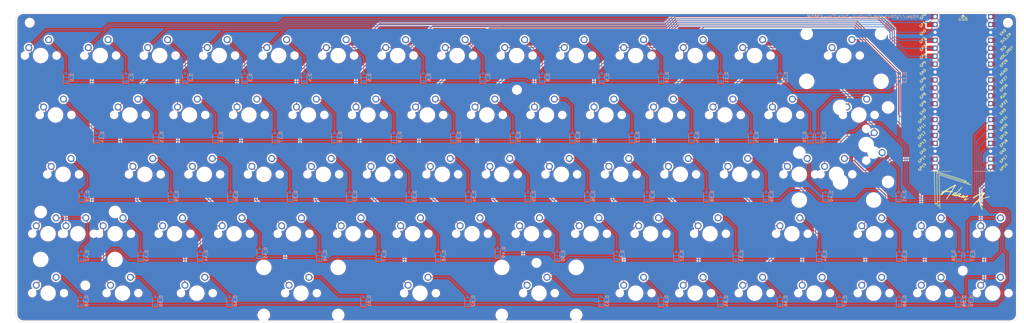
<source format=kicad_pcb>
(kicad_pcb (version 20171130) (host pcbnew "(5.1.9)-1")
  (layers (0 F.Cu signal) (31 B.Cu signal) (34 B.Paste user) (35 F.Paste user) (36 B.SilkS user) (37 F.SilkS user) (38 B.Mask user) (39 F.Mask user) (44 Edge.Cuts user))
  (net 0 "")
  (net 1 col0)
  (net 2 col1)
  (net 3 col2)
  (net 4 col3)
  (net 5 col4)
  (net 6 col5)
  (net 7 col6)
  (net 8 col7)
  (net 9 col8)
  (net 10 col9)
  (net 11 col10)
  (net 12 col11)
  (net 13 col12)
  (net 14 col13)
  (net 15 col14)
  (net 16 col15)
  (net 17 col16)
  (net 18 row0)
  (net 19 row1)
  (net 20 row2)
  (net 21 row3)
  (net 22 row4)
  (net 23 "Net-(D_0-Pad2)")
  (net 24 "Net-(D_1-Pad2)")
  (net 25 "Net-(D_2-Pad2)")
  (net 26 "Net-(D_3-Pad2)")
  (net 27 "Net-(D_4-Pad2)")
  (net 28 "Net-(D_5-Pad2)")
  (net 29 "Net-(D_6-Pad2)")
  (net 30 "Net-(D_7-Pad2)")
  (net 31 "Net-(D_8-Pad2)")
  (net 32 "Net-(D_9-Pad2)")
  (net 33 "Net-(D_10-Pad2)")
  (net 34 "Net-(D_11-Pad2)")
  (net 35 "Net-(D_12-Pad2)")
  (net 36 "Net-(D_13-Pad2)")
  (net 37 "Net-(D_16-Pad2)")
  (net 38 "Net-(D_17-Pad2)")
  (net 39 "Net-(D_18-Pad2)")
  (net 40 "Net-(D_19-Pad2)")
  (net 41 "Net-(D_20-Pad2)")
  (net 42 "Net-(D_21-Pad2)")
  (net 43 "Net-(D_22-Pad2)")
  (net 44 "Net-(D_23-Pad2)")
  (net 45 "Net-(D_24-Pad2)")
  (net 46 "Net-(D_25-Pad2)")
  (net 47 "Net-(D_26-Pad2)")
  (net 48 "Net-(D_27-Pad2)")
  (net 49 "Net-(D_28-Pad2)")
  (net 50 "Net-(D_32-Pad2)")
  (net 51 "Net-(D_33-Pad2)")
  (net 52 "Net-(D_34-Pad2)")
  (net 53 "Net-(D_35-Pad2)")
  (net 54 "Net-(D_36-Pad2)")
  (net 55 "Net-(D_37-Pad2)")
  (net 56 "Net-(D_38-Pad2)")
  (net 57 "Net-(D_39-Pad2)")
  (net 58 "Net-(D_40-Pad2)")
  (net 59 "Net-(D_41-Pad2)")
  (net 60 "Net-(D_42-Pad2)")
  (net 61 "Net-(D_43-Pad2)")
  (net 62 "Net-(D_44-Pad2)")
  (net 63 "Net-(D_29-Pad2)")
  (net 64 "Net-(D_47-Pad2)")
  (net 65 "Net-(D_48-Pad2)")
  (net 66 "Net-(D_49-Pad2)")
  (net 67 "Net-(D_50-Pad2)")
  (net 68 "Net-(D_51-Pad2)")
  (net 69 "Net-(D_52-Pad2)")
  (net 70 "Net-(D_53-Pad2)")
  (net 71 "Net-(D_54-Pad2)")
  (net 72 "Net-(D_55-Pad2)")
  (net 73 "Net-(D_56-Pad2)")
  (net 74 "Net-(D_57-Pad2)")
  (net 75 "Net-(D_58-Pad2)")
  (net 76 "Net-(D_59-Pad2)")
  (net 77 "Net-(D_60-Pad2)")
  (net 78 "Net-(D_61-Pad2)")
  (net 79 "Net-(D_62-Pad2)")
  (net 80 "Net-(D_63-Pad2)")
  (net 81 "Net-(D_64-Pad2)")
  (net 82 "Net-(D_65-Pad2)")
  (net 83 "Net-(D_66-Pad2)")
  (net 84 "Net-(D_67-Pad2)")
  (net 85 "Net-(D_68-Pad2)")
  (net 86 "Net-(D_69-Pad2)")
  (net 87 "Net-(D_70-Pad2)")
  (net 88 gnd)
  (net 89 "Net-(D_14-Pad2)")
  (net 90 "Net-(D_15-Pad2)")
  (net 91 "Net-(D_30-Pad2)")
  (net 92 "Net-(D_31-Pad2)")
  (net 93 "Net-(D_45-Pad2)")
  (net 94 "Net-(D_46-Pad2)")
  (net 95 "Net-(U0-Pad29)")
  (net 96 "Net-(U0-Pad30)")
  (net 97 "Net-(U0-Pad31)")
  (net 98 "Net-(U0-Pad32)")
  (net 99 "Net-(U0-Pad34)")
  (net 100 "Net-(U0-Pad35)")
  (net 101 "Net-(U0-Pad36)")
  (net 102 "Net-(U0-Pad37)")
  (net 103 "Net-(U0-Pad39)")
  (net 104 "Net-(U0-Pad40)")
  (module MX_Only:MXOnly-2.25U-NoLED (layer F.Cu) (at 84.415 168.659)
    (fp_text reference K_43)
    (fp_text value KEYSW)
    (pad 2 thru_hole circle (at 2.54 -5.08) (size 2.25 2.25) (drill 1.47) (layers *.Cu B.Mask) (net 60 "Net-(D_42-Pad2)"))
    (pad "" np_thru_hole circle (at 0 0) (size 3.9878 3.9878) (drill 3.9878) (layers *.Cu *.Mask))
    (pad 1 thru_hole circle (at -3.81 -2.54) (size 2.25 2.25) (drill 1.47) (layers *.Cu B.Mask) (net 1 col0))
    (pad "" np_thru_hole circle (at -5.08 0 48.0996) (size 1.75 1.75) (drill 1.75) (layers *.Cu *.Mask))
    (pad "" np_thru_hole circle (at 5.08 0 48.0996) (size 1.75 1.75) (drill 1.75) (layers *.Cu *.Mask))
    (pad "" np_thru_hole circle (at -11.90625 -6.985) (size 3.048 3.048) (drill 3.048) (layers *.Cu *.Mask))
    (pad "" np_thru_hole circle (at 11.90625 -6.985) (size 3.048 3.048) (drill 3.048) (layers *.Cu *.Mask))
    (pad "" np_thru_hole circle (at -11.90625 8.255) (size 3.9878 3.9878) (drill 3.9878) (layers *.Cu *.Mask))
    (pad "" np_thru_hole circle (at 11.90625 8.255) (size 3.9878 3.9878) (drill 3.9878) (layers *.Cu *.Mask))
  )
  (module MX_Only:MXOnly-2.25U-NoLED (layer F.Cu) (at 327.3 149.6)
    (fp_text reference K_28)
    (fp_text value KEYSW)
    (pad 2 thru_hole circle (at 2.54 -5.08) (size 2.25 2.25) (drill 1.47) (layers *.Cu B.Mask) (net 59 "Net-(D_41-Pad2)"))
    (pad "" np_thru_hole circle (at 0 0) (size 3.9878 3.9878) (drill 3.9878) (layers *.Cu *.Mask))
    (pad 1 thru_hole circle (at -3.81 -2.54) (size 2.25 2.25) (drill 1.47) (layers *.Cu B.Mask) (net 15 col14))
    (pad "" np_thru_hole circle (at -5.08 0 48.0996) (size 1.75 1.75) (drill 1.75) (layers *.Cu *.Mask))
    (pad "" np_thru_hole circle (at 5.08 0 48.0996) (size 1.75 1.75) (drill 1.75) (layers *.Cu *.Mask))
    (pad "" np_thru_hole circle (at -11.90625 -6.985) (size 3.048 3.048) (drill 3.048) (layers *.Cu *.Mask))
    (pad "" np_thru_hole circle (at 11.90625 -6.985) (size 3.048 3.048) (drill 3.048) (layers *.Cu *.Mask))
    (pad "" np_thru_hole circle (at -11.90625 8.255) (size 3.9878 3.9878) (drill 3.9878) (layers *.Cu *.Mask))
    (pad "" np_thru_hole circle (at 11.90625 8.255) (size 3.9878 3.9878) (drill 3.9878) (layers *.Cu *.Mask))
  )
  (module MX_Only:MXOnly-1.5U-NoLED (layer F.Cu) (at 334.45 130.56)
    (fp_text reference K_27)
    (fp_text value KEYSW)
    (pad "" np_thru_hole circle (at 5.08 0 48.0996) (size 1.75 1.75) (drill 1.75) (layers *.Cu *.Mask))
    (pad "" np_thru_hole circle (at -5.08 0 48.0996) (size 1.75 1.75) (drill 1.75) (layers *.Cu *.Mask))
    (pad 1 thru_hole circle (at -3.81 -2.54) (size 2.25 2.25) (drill 1.47) (layers *.Cu B.Mask) (net 15 col14))
    (pad "" np_thru_hole circle (at 0 0) (size 3.9878 3.9878) (drill 3.9878) (layers *.Cu *.Mask))
    (pad 2 thru_hole circle (at 2.54 -5.08) (size 2.25 2.25) (drill 1.47) (layers *.Cu B.Mask) (net 48 "Net-(D_27-Pad2)"))
  )
  (module Diode_SMD:D_SOD-323_HandSoldering (layer B.Cu) (at 321.489 137.634 90)
    (fp_text reference D_27 (at 0 1.85 270) (layer B.SilkS) (effects (justify mirror)))
    (fp_text value "Diode SOD-323")
    (pad 2 smd rect (at 1.25 0 90) (size 1 1) (layers B.Cu B.Paste B.Mask) (net 48 "Net-(D_27-Pad2)"))
    (pad 1 smd rect (at -1.25 0 90) (size 1 1) (layers B.Cu B.Paste B.Mask) (net 19 row1))
  )
  (module Logo:logo (layer F.Cu) (at 367.6 155)
    (fp_text reference Ref** hide)
    (fp_text value Val** hide)
  )
  (module Diode_SMD:D_SOD-323_HandSoldering (layer B.Cu) (at 368.75 190.20912 90)
    (fp_text reference D_70 (at 0 1.85 90) (layer B.SilkS) (effects (justify mirror)))
    (fp_text value "Diode SOD-323")
    (pad 2 smd rect (at 1.25 0 90) (size 1 1) (layers B.Cu B.Paste B.Mask) (net 87 "Net-(D_70-Pad2)"))
    (pad 1 smd rect (at -1.25 0 90) (size 1 1) (layers B.Cu B.Paste B.Mask) (net 22 row4))
  )
  (module Diode_SMD:D_SOD-323_HandSoldering (layer B.Cu) (at 366.3342 190.20912 90)
    (fp_text reference D_69 (at 0 1.85 90) (layer B.SilkS) (effects (justify mirror)))
    (fp_text value "Diode SOD-323")
    (pad 2 smd rect (at 1.25 0 90) (size 1 1) (layers B.Cu B.Paste B.Mask) (net 86 "Net-(D_69-Pad2)"))
    (pad 1 smd rect (at -1.25 0 90) (size 1 1) (layers B.Cu B.Paste B.Mask) (net 22 row4))
  )
  (module Diode_SMD:D_SOD-323_HandSoldering (layer B.Cu) (at 347.2842 190.20912 90)
    (fp_text reference D_68 (at 0 1.85 90) (layer B.SilkS) (effects (justify mirror)))
    (fp_text value "Diode SOD-323")
    (pad 2 smd rect (at 1.25 0 90) (size 1 1) (layers B.Cu B.Paste B.Mask) (net 85 "Net-(D_68-Pad2)"))
    (pad 1 smd rect (at -1.25 0 90) (size 1 1) (layers B.Cu B.Paste B.Mask) (net 22 row4))
  )
  (module Diode_SMD:D_SOD-323_HandSoldering (layer B.Cu) (at 328.2342 190.20912 90)
    (fp_text reference D_67 (at 0 1.85 90) (layer B.SilkS) (effects (justify mirror)))
    (fp_text value "Diode SOD-323")
    (pad 2 smd rect (at 1.25 0 90) (size 1 1) (layers B.Cu B.Paste B.Mask) (net 84 "Net-(D_67-Pad2)"))
    (pad 1 smd rect (at -1.25 0 90) (size 1 1) (layers B.Cu B.Paste B.Mask) (net 22 row4))
  )
  (module Diode_SMD:D_SOD-323_HandSoldering (layer B.Cu) (at 309.1842 190.20912 90)
    (fp_text reference D_66 (at 0 1.85 90) (layer B.SilkS) (effects (justify mirror)))
    (fp_text value "Diode SOD-323")
    (pad 2 smd rect (at 1.25 0 90) (size 1 1) (layers B.Cu B.Paste B.Mask) (net 83 "Net-(D_66-Pad2)"))
    (pad 1 smd rect (at -1.25 0 90) (size 1 1) (layers B.Cu B.Paste B.Mask) (net 22 row4))
  )
  (module Diode_SMD:D_SOD-323_HandSoldering (layer B.Cu) (at 290.1342 190.20912 90)
    (fp_text reference D_65 (at 0 1.85 90) (layer B.SilkS) (effects (justify mirror)))
    (fp_text value "Diode SOD-323")
    (pad 2 smd rect (at 1.25 0 90) (size 1 1) (layers B.Cu B.Paste B.Mask) (net 82 "Net-(D_65-Pad2)"))
    (pad 1 smd rect (at -1.25 0 90) (size 1 1) (layers B.Cu B.Paste B.Mask) (net 22 row4))
  )
  (module Diode_SMD:D_SOD-323_HandSoldering (layer B.Cu) (at 271.0842 190.20912 90)
    (fp_text reference D_64 (at 0 1.85 90) (layer B.SilkS) (effects (justify mirror)))
    (fp_text value "Diode SOD-323")
    (pad 2 smd rect (at 1.25 0 90) (size 1 1) (layers B.Cu B.Paste B.Mask) (net 81 "Net-(D_64-Pad2)"))
    (pad 1 smd rect (at -1.25 0 90) (size 1 1) (layers B.Cu B.Paste B.Mask) (net 22 row4))
  )
  (module Diode_SMD:D_SOD-323_HandSoldering (layer B.Cu) (at 252.0342 190.20912 90)
    (fp_text reference D_63 (at 0 1.85 90) (layer B.SilkS) (effects (justify mirror)))
    (fp_text value "Diode SOD-323")
    (pad 2 smd rect (at 1.25 0 90) (size 1 1) (layers B.Cu B.Paste B.Mask) (net 80 "Net-(D_63-Pad2)"))
    (pad 1 smd rect (at -1.25 0 90) (size 1 1) (layers B.Cu B.Paste B.Mask) (net 22 row4))
  )
  (module Diode_SMD:D_SOD-323_HandSoldering (layer B.Cu) (at 209.1717 190.20912 90)
    (fp_text reference D_62 (at 0 1.85 90) (layer B.SilkS) (effects (justify mirror)))
    (fp_text value "Diode SOD-323")
    (pad 2 smd rect (at 1.25 0 90) (size 1 1) (layers B.Cu B.Paste B.Mask) (net 79 "Net-(D_62-Pad2)"))
    (pad 1 smd rect (at -1.25 0 90) (size 1 1) (layers B.Cu B.Paste B.Mask) (net 22 row4))
  )
  (module Diode_SMD:D_SOD-323_HandSoldering (layer B.Cu) (at 175.8342 190.20912 90)
    (fp_text reference D_61 (at 0 1.85 90) (layer B.SilkS) (effects (justify mirror)))
    (fp_text value "Diode SOD-323")
    (pad 2 smd rect (at 1.25 0 90) (size 1 1) (layers B.Cu B.Paste B.Mask) (net 78 "Net-(D_61-Pad2)"))
    (pad 1 smd rect (at -1.25 0 90) (size 1 1) (layers B.Cu B.Paste B.Mask) (net 22 row4))
  )
  (module Diode_SMD:D_SOD-323_HandSoldering (layer B.Cu) (at 132.9717 190.20912 90)
    (fp_text reference D_60 (at 0 1.85 90) (layer B.SilkS) (effects (justify mirror)))
    (fp_text value "Diode SOD-323")
    (pad 2 smd rect (at 1.25 0 90) (size 1 1) (layers B.Cu B.Paste B.Mask) (net 77 "Net-(D_60-Pad2)"))
    (pad 1 smd rect (at -1.25 0 90) (size 1 1) (layers B.Cu B.Paste B.Mask) (net 22 row4))
  )
  (module Diode_SMD:D_SOD-323_HandSoldering (layer B.Cu) (at 109.1592 190.20912 90)
    (fp_text reference D_59 (at 0 1.85 90) (layer B.SilkS) (effects (justify mirror)))
    (fp_text value "Diode SOD-323")
    (pad 2 smd rect (at 1.25 0 90) (size 1 1) (layers B.Cu B.Paste B.Mask) (net 76 "Net-(D_59-Pad2)"))
    (pad 1 smd rect (at -1.25 0 90) (size 1 1) (layers B.Cu B.Paste B.Mask) (net 22 row4))
  )
  (module Diode_SMD:D_SOD-323_HandSoldering (layer B.Cu) (at 85.3467 190.20912 90)
    (fp_text reference D_58 (at 0 1.85 90) (layer B.SilkS) (effects (justify mirror)))
    (fp_text value "Diode SOD-323")
    (pad 2 smd rect (at 1.25 0 90) (size 1 1) (layers B.Cu B.Paste B.Mask) (net 75 "Net-(D_58-Pad2)"))
    (pad 1 smd rect (at -1.25 0 90) (size 1 1) (layers B.Cu B.Paste B.Mask) (net 22 row4))
  )
  (module Diode_SMD:D_SOD-323_HandSoldering (layer B.Cu) (at 369.25 175.68412 90)
    (fp_text reference D_57 (at 0 1.85 90) (layer B.SilkS) (effects (justify mirror)))
    (fp_text value "Diode SOD-323")
    (pad 2 smd rect (at 1.25 0 90) (size 1 1) (layers B.Cu B.Paste B.Mask) (net 74 "Net-(D_57-Pad2)"))
    (pad 1 smd rect (at -1.25 0 90) (size 1 1) (layers B.Cu B.Paste B.Mask) (net 21 row3))
  )
  (module Diode_SMD:D_SOD-323_HandSoldering (layer B.Cu) (at 366.4842 175.68412 90)
    (fp_text reference D_56 (at 0 -1.7342 90) (layer B.SilkS) (effects (justify mirror)))
    (fp_text value "Diode SOD-323")
    (pad 2 smd rect (at 1.25 0 90) (size 1 1) (layers B.Cu B.Paste B.Mask) (net 73 "Net-(D_56-Pad2)"))
    (pad 1 smd rect (at -1.25 0 90) (size 1 1) (layers B.Cu B.Paste B.Mask) (net 21 row3))
  )
  (module Diode_SMD:D_SOD-323_HandSoldering (layer B.Cu) (at 347.4342 175.68412 90)
    (fp_text reference D_55 (at 0 1.85 90) (layer B.SilkS) (effects (justify mirror)))
    (fp_text value "Diode SOD-323")
    (pad 2 smd rect (at 1.25 0 90) (size 1 1) (layers B.Cu B.Paste B.Mask) (net 72 "Net-(D_55-Pad2)"))
    (pad 1 smd rect (at -1.25 0 90) (size 1 1) (layers B.Cu B.Paste B.Mask) (net 21 row3))
  )
  (module Diode_SMD:D_SOD-323_HandSoldering (layer B.Cu) (at 321.7842 175.68412 90)
    (fp_text reference D_54 (at 0 1.85 90) (layer B.SilkS) (effects (justify mirror)))
    (fp_text value "Diode SOD-323")
    (pad 2 smd rect (at 1.25 0 90) (size 1 1) (layers B.Cu B.Paste B.Mask) (net 71 "Net-(D_54-Pad2)"))
    (pad 1 smd rect (at -1.25 0 90) (size 1 1) (layers B.Cu B.Paste B.Mask) (net 21 row3))
  )
  (module Diode_SMD:D_SOD-323_HandSoldering (layer B.Cu) (at 295.0467 175.68412 90)
    (fp_text reference D_53 (at 0 1.85 90) (layer B.SilkS) (effects (justify mirror)))
    (fp_text value "Diode SOD-323")
    (pad 2 smd rect (at 1.25 0 90) (size 1 1) (layers B.Cu B.Paste B.Mask) (net 70 "Net-(D_53-Pad2)"))
    (pad 1 smd rect (at -1.25 0 90) (size 1 1) (layers B.Cu B.Paste B.Mask) (net 21 row3))
  )
  (module Diode_SMD:D_SOD-323_HandSoldering (layer B.Cu) (at 275.9967 175.68412 90)
    (fp_text reference D_52 (at 0 1.85 90) (layer B.SilkS) (effects (justify mirror)))
    (fp_text value "Diode SOD-323")
    (pad 2 smd rect (at 1.25 0 90) (size 1 1) (layers B.Cu B.Paste B.Mask) (net 69 "Net-(D_52-Pad2)"))
    (pad 1 smd rect (at -1.25 0 90) (size 1 1) (layers B.Cu B.Paste B.Mask) (net 21 row3))
  )
  (module Diode_SMD:D_SOD-323_HandSoldering (layer B.Cu) (at 256.9467 175.68412 90)
    (fp_text reference D_51 (at 0 1.85 90) (layer B.SilkS) (effects (justify mirror)))
    (fp_text value "Diode SOD-323")
    (pad 2 smd rect (at 1.25 0 90) (size 1 1) (layers B.Cu B.Paste B.Mask) (net 68 "Net-(D_51-Pad2)"))
    (pad 1 smd rect (at -1.25 0 90) (size 1 1) (layers B.Cu B.Paste B.Mask) (net 21 row3))
  )
  (module Diode_SMD:D_SOD-323_HandSoldering (layer B.Cu) (at 237.8967 175.68412 90)
    (fp_text reference D_50 (at 0 1.85 90) (layer B.SilkS) (effects (justify mirror)))
    (fp_text value "Diode SOD-323")
    (pad 2 smd rect (at 1.25 0 90) (size 1 1) (layers B.Cu B.Paste B.Mask) (net 67 "Net-(D_50-Pad2)"))
    (pad 1 smd rect (at -1.25 0 90) (size 1 1) (layers B.Cu B.Paste B.Mask) (net 21 row3))
  )
  (module Diode_SMD:D_SOD-323_HandSoldering (layer B.Cu) (at 218.8467 174.55 90)
    (fp_text reference D_49 (at 0 1.85 90) (layer B.SilkS) (effects (justify mirror)))
    (fp_text value "Diode SOD-323")
    (pad 2 smd rect (at 1.25 0 90) (size 1 1) (layers B.Cu B.Paste B.Mask) (net 66 "Net-(D_49-Pad2)"))
    (pad 1 smd rect (at -1.25 0 90) (size 1 1) (layers B.Cu B.Paste B.Mask) (net 21 row3))
  )
  (module Diode_SMD:D_SOD-323_HandSoldering (layer B.Cu) (at 199.7967 175.68412 90)
    (fp_text reference D_48 (at 0 1.85 90) (layer B.SilkS) (effects (justify mirror)))
    (fp_text value "Diode SOD-323")
    (pad 2 smd rect (at 1.25 0 90) (size 1 1) (layers B.Cu B.Paste B.Mask) (net 65 "Net-(D_48-Pad2)"))
    (pad 1 smd rect (at -1.25 0 90) (size 1 1) (layers B.Cu B.Paste B.Mask) (net 21 row3))
  )
  (module Diode_SMD:D_SOD-323_HandSoldering (layer B.Cu) (at 180.7467 175.68412 90)
    (fp_text reference D_47 (at 0 1.85 90) (layer B.SilkS) (effects (justify mirror)))
    (fp_text value "Diode SOD-323")
    (pad 2 smd rect (at 1.25 0 90) (size 1 1) (layers B.Cu B.Paste B.Mask) (net 64 "Net-(D_47-Pad2)"))
    (pad 1 smd rect (at -1.25 0 90) (size 1 1) (layers B.Cu B.Paste B.Mask) (net 21 row3))
  )
  (module Diode_SMD:D_SOD-323_HandSoldering (layer B.Cu) (at 161.6967 175.68412 90)
    (fp_text reference D_46 (at 0 1.85 90) (layer B.SilkS) (effects (justify mirror)))
    (fp_text value "Diode SOD-323")
    (pad 2 smd rect (at 1.25 0 90) (size 1 1) (layers B.Cu B.Paste B.Mask) (net 94 "Net-(D_46-Pad2)"))
    (pad 1 smd rect (at -1.25 0 90) (size 1 1) (layers B.Cu B.Paste B.Mask) (net 21 row3))
  )
  (module Diode_SMD:D_SOD-323_HandSoldering (layer B.Cu) (at 142.6467 174.775 90)
    (fp_text reference D_45 (at 0 1.85 90) (layer B.SilkS) (effects (justify mirror)))
    (fp_text value "Diode SOD-323")
    (pad 2 smd rect (at 1.25 0 90) (size 1 1) (layers B.Cu B.Paste B.Mask) (net 93 "Net-(D_45-Pad2)"))
    (pad 1 smd rect (at -1.25 0 90) (size 1 1) (layers B.Cu B.Paste B.Mask) (net 21 row3))
  )
  (module Diode_SMD:D_SOD-323_HandSoldering (layer B.Cu) (at 123.5967 175.68412 90)
    (fp_text reference D_44 (at 0 1.85 90) (layer B.SilkS) (effects (justify mirror)))
    (fp_text value "Diode SOD-323")
    (pad 2 smd rect (at 1.25 0 90) (size 1 1) (layers B.Cu B.Paste B.Mask) (net 62 "Net-(D_44-Pad2)"))
    (pad 1 smd rect (at -1.25 0 90) (size 1 1) (layers B.Cu B.Paste B.Mask) (net 21 row3))
  )
  (module Diode_SMD:D_SOD-323_HandSoldering (layer B.Cu) (at 104.5467 175.68412 90)
    (fp_text reference D_43 (at 0 1.85 90) (layer B.SilkS) (effects (justify mirror)))
    (fp_text value "Diode SOD-323")
    (pad 2 smd rect (at 1.25 0 90) (size 1 1) (layers B.Cu B.Paste B.Mask) (net 61 "Net-(D_43-Pad2)"))
    (pad 1 smd rect (at -1.25 0 90) (size 1 1) (layers B.Cu B.Paste B.Mask) (net 21 row3))
  )
  (module Diode_SMD:D_SOD-323_HandSoldering (layer B.Cu) (at 85.4967 175.68412 90)
    (fp_text reference D_42 (at 0 1.85 90) (layer B.SilkS) (effects (justify mirror)))
    (fp_text value "Diode SOD-323")
    (pad 2 smd rect (at 1.25 0 90) (size 1 1) (layers B.Cu B.Paste B.Mask) (net 60 "Net-(D_42-Pad2)"))
    (pad 1 smd rect (at -1.25 0 90) (size 1 1) (layers B.Cu B.Paste B.Mask) (net 21 row3))
  )
  (module Diode_SMD:D_SOD-323_HandSoldering (layer B.Cu) (at 323.7717 156.60912 90)
    (fp_text reference D_40 (at 0 1.85 90) (layer B.SilkS) (effects (justify mirror)))
    (fp_text value "Diode SOD-323")
    (pad 2 smd rect (at 1.25 0 90) (size 1 1) (layers B.Cu B.Paste B.Mask) (net 58 "Net-(D_40-Pad2)"))
    (pad 1 smd rect (at -1.25 0 90) (size 1 1) (layers B.Cu B.Paste B.Mask) (net 20 row2))
  )
  (module Diode_SMD:D_SOD-323_HandSoldering (layer B.Cu) (at 304.7217 156.60912 90)
    (fp_text reference D_39 (at 0 1.85 90) (layer B.SilkS) (effects (justify mirror)))
    (fp_text value "Diode SOD-323")
    (pad 2 smd rect (at 1.25 0 90) (size 1 1) (layers B.Cu B.Paste B.Mask) (net 57 "Net-(D_39-Pad2)"))
    (pad 1 smd rect (at -1.25 0 90) (size 1 1) (layers B.Cu B.Paste B.Mask) (net 20 row2))
  )
  (module Diode_SMD:D_SOD-323_HandSoldering (layer B.Cu) (at 285.6717 156.60912 90)
    (fp_text reference D_38 (at 0 1.85 90) (layer B.SilkS) (effects (justify mirror)))
    (fp_text value "Diode SOD-323")
    (pad 2 smd rect (at 1.25 0 90) (size 1 1) (layers B.Cu B.Paste B.Mask) (net 56 "Net-(D_38-Pad2)"))
    (pad 1 smd rect (at -1.25 0 90) (size 1 1) (layers B.Cu B.Paste B.Mask) (net 20 row2))
  )
  (module Diode_SMD:D_SOD-323_HandSoldering (layer B.Cu) (at 266.6217 156.60912 90)
    (fp_text reference D_37 (at 0 1.85 90) (layer B.SilkS) (effects (justify mirror)))
    (fp_text value "Diode SOD-323")
    (pad 2 smd rect (at 1.25 0 90) (size 1 1) (layers B.Cu B.Paste B.Mask) (net 55 "Net-(D_37-Pad2)"))
    (pad 1 smd rect (at -1.25 0 90) (size 1 1) (layers B.Cu B.Paste B.Mask) (net 20 row2))
  )
  (module Diode_SMD:D_SOD-323_HandSoldering (layer B.Cu) (at 247.5717 156.60912 90)
    (fp_text reference D_36 (at 0 1.85 90) (layer B.SilkS) (effects (justify mirror)))
    (fp_text value "Diode SOD-323")
    (pad 2 smd rect (at 1.25 0 90) (size 1 1) (layers B.Cu B.Paste B.Mask) (net 54 "Net-(D_36-Pad2)"))
    (pad 1 smd rect (at -1.25 0 90) (size 1 1) (layers B.Cu B.Paste B.Mask) (net 20 row2))
  )
  (module Diode_SMD:D_SOD-323_HandSoldering (layer B.Cu) (at 228.5217 156.60912 90)
    (fp_text reference D_35 (at 0 1.85 90) (layer B.SilkS) (effects (justify mirror)))
    (fp_text value "Diode SOD-323")
    (pad 2 smd rect (at 1.25 0 90) (size 1 1) (layers B.Cu B.Paste B.Mask) (net 53 "Net-(D_35-Pad2)"))
    (pad 1 smd rect (at -1.25 0 90) (size 1 1) (layers B.Cu B.Paste B.Mask) (net 20 row2))
  )
  (module Diode_SMD:D_SOD-323_HandSoldering (layer B.Cu) (at 209.4717 156.60912 90)
    (fp_text reference D_34 (at 0 1.85 90) (layer B.SilkS) (effects (justify mirror)))
    (fp_text value "Diode SOD-323")
    (pad 2 smd rect (at 1.25 0 90) (size 1 1) (layers B.Cu B.Paste B.Mask) (net 52 "Net-(D_34-Pad2)"))
    (pad 1 smd rect (at -1.25 0 90) (size 1 1) (layers B.Cu B.Paste B.Mask) (net 20 row2))
  )
  (module Diode_SMD:D_SOD-323_HandSoldering (layer B.Cu) (at 190.4217 156.60912 90)
    (fp_text reference D_33 (at 0 1.85 90) (layer B.SilkS) (effects (justify mirror)))
    (fp_text value "Diode SOD-323")
    (pad 2 smd rect (at 1.25 0 90) (size 1 1) (layers B.Cu B.Paste B.Mask) (net 51 "Net-(D_33-Pad2)"))
    (pad 1 smd rect (at -1.25 0 90) (size 1 1) (layers B.Cu B.Paste B.Mask) (net 20 row2))
  )
  (module Diode_SMD:D_SOD-323_HandSoldering (layer B.Cu) (at 171.3717 156.60912 90)
    (fp_text reference D_32 (at 0 1.85 90) (layer B.SilkS) (effects (justify mirror)))
    (fp_text value "Diode SOD-323")
    (pad 2 smd rect (at 1.25 0 90) (size 1 1) (layers B.Cu B.Paste B.Mask) (net 50 "Net-(D_32-Pad2)"))
    (pad 1 smd rect (at -1.25 0 90) (size 1 1) (layers B.Cu B.Paste B.Mask) (net 20 row2))
  )
  (module Diode_SMD:D_SOD-323_HandSoldering (layer B.Cu) (at 152.3217 156.60912 90)
    (fp_text reference D_31 (at 0 1.85 90) (layer B.SilkS) (effects (justify mirror)))
    (fp_text value "Diode SOD-323")
    (pad 2 smd rect (at 1.25 0 90) (size 1 1) (layers B.Cu B.Paste B.Mask) (net 92 "Net-(D_31-Pad2)"))
    (pad 1 smd rect (at -1.25 0 90) (size 1 1) (layers B.Cu B.Paste B.Mask) (net 20 row2))
  )
  (module Diode_SMD:D_SOD-323_HandSoldering (layer B.Cu) (at 133.2717 156.60912 90)
    (fp_text reference D_30 (at 0 1.85 90) (layer B.SilkS) (effects (justify mirror)))
    (fp_text value "Diode SOD-323")
    (pad 2 smd rect (at 1.25 0 90) (size 1 1) (layers B.Cu B.Paste B.Mask) (net 91 "Net-(D_30-Pad2)"))
    (pad 1 smd rect (at -1.25 0 90) (size 1 1) (layers B.Cu B.Paste B.Mask) (net 20 row2))
  )
  (module Diode_SMD:D_SOD-323_HandSoldering (layer B.Cu) (at 114.2217 156.60912 90)
    (fp_text reference D_29 (at 0 1.85 90) (layer B.SilkS) (effects (justify mirror)))
    (fp_text value "Diode SOD-323")
    (pad 2 smd rect (at 1.25 0 90) (size 1 1) (layers B.Cu B.Paste B.Mask) (net 63 "Net-(D_29-Pad2)"))
    (pad 1 smd rect (at -1.25 0 90) (size 1 1) (layers B.Cu B.Paste B.Mask) (net 20 row2))
  )
  (module Diode_SMD:D_SOD-323_HandSoldering (layer B.Cu) (at 85.6467 156.60912 90)
    (fp_text reference D_28 (at 0 1.85 90) (layer B.SilkS) (effects (justify mirror)))
    (fp_text value "Diode SOD-323")
    (pad 2 smd rect (at 1.25 0 90) (size 1 1) (layers B.Cu B.Paste B.Mask) (net 49 "Net-(D_28-Pad2)"))
    (pad 1 smd rect (at -1.25 0 90) (size 1 1) (layers B.Cu B.Paste B.Mask) (net 20 row2))
  )
  (module Diode_SMD:D_SOD-323_HandSoldering (layer B.Cu) (at 347.2342 156.58412 90)
    (fp_text reference D_41 (at 0 1.85 90) (layer B.SilkS) (effects (justify mirror)))
    (fp_text value "Diode SOD-323")
    (pad 2 smd rect (at 1.25 0 90) (size 1 1) (layers B.Cu B.Paste B.Mask) (net 59 "Net-(D_41-Pad2)"))
    (pad 1 smd rect (at -1.25 0 90) (size 1 1) (layers B.Cu B.Paste B.Mask) (net 20 row2))
  )
  (module Diode_SMD:D_SOD-323_HandSoldering (layer B.Cu) (at 318.9592 137.63412 90)
    (fp_text reference D_26 (at 0 -1.8992 90) (layer B.SilkS) (effects (justify mirror)))
    (fp_text value "Diode SOD-323")
    (pad 2 smd rect (at 1.25 0 90) (size 1 1) (layers B.Cu B.Paste B.Mask) (net 47 "Net-(D_26-Pad2)"))
    (pad 1 smd rect (at -1.25 0 90) (size 1 1) (layers B.Cu B.Paste B.Mask) (net 19 row1))
  )
  (module Diode_SMD:D_SOD-323_HandSoldering (layer B.Cu) (at 299.9092 137.63412 90)
    (fp_text reference D_25 (at 0 1.85 90) (layer B.SilkS) (effects (justify mirror)))
    (fp_text value "Diode SOD-323")
    (pad 2 smd rect (at 1.25 0 90) (size 1 1) (layers B.Cu B.Paste B.Mask) (net 46 "Net-(D_25-Pad2)"))
    (pad 1 smd rect (at -1.25 0 90) (size 1 1) (layers B.Cu B.Paste B.Mask) (net 19 row1))
  )
  (module Diode_SMD:D_SOD-323_HandSoldering (layer B.Cu) (at 280.8592 137.63412 90)
    (fp_text reference D_24 (at 0 1.85 90) (layer B.SilkS) (effects (justify mirror)))
    (fp_text value "Diode SOD-323")
    (pad 2 smd rect (at 1.25 0 90) (size 1 1) (layers B.Cu B.Paste B.Mask) (net 45 "Net-(D_24-Pad2)"))
    (pad 1 smd rect (at -1.25 0 90) (size 1 1) (layers B.Cu B.Paste B.Mask) (net 19 row1))
  )
  (module Diode_SMD:D_SOD-323_HandSoldering (layer B.Cu) (at 261.8092 137.63412 90)
    (fp_text reference D_23 (at 0 1.85 90) (layer B.SilkS) (effects (justify mirror)))
    (fp_text value "Diode SOD-323")
    (pad 2 smd rect (at 1.25 0 90) (size 1 1) (layers B.Cu B.Paste B.Mask) (net 44 "Net-(D_23-Pad2)"))
    (pad 1 smd rect (at -1.25 0 90) (size 1 1) (layers B.Cu B.Paste B.Mask) (net 19 row1))
  )
  (module Diode_SMD:D_SOD-323_HandSoldering (layer B.Cu) (at 242.7592 137.63412 90)
    (fp_text reference D_22 (at 0 1.85 90) (layer B.SilkS) (effects (justify mirror)))
    (fp_text value "Diode SOD-323")
    (pad 2 smd rect (at 1.25 0 90) (size 1 1) (layers B.Cu B.Paste B.Mask) (net 43 "Net-(D_22-Pad2)"))
    (pad 1 smd rect (at -1.25 0 90) (size 1 1) (layers B.Cu B.Paste B.Mask) (net 19 row1))
  )
  (module Diode_SMD:D_SOD-323_HandSoldering (layer B.Cu) (at 223.7092 137.63412 90)
    (fp_text reference D_21 (at 0 1.85 90) (layer B.SilkS) (effects (justify mirror)))
    (fp_text value "Diode SOD-323")
    (pad 2 smd rect (at 1.25 0 90) (size 1 1) (layers B.Cu B.Paste B.Mask) (net 42 "Net-(D_21-Pad2)"))
    (pad 1 smd rect (at -1.25 0 90) (size 1 1) (layers B.Cu B.Paste B.Mask) (net 19 row1))
  )
  (module Diode_SMD:D_SOD-323_HandSoldering (layer B.Cu) (at 204.6592 137.63412 90)
    (fp_text reference D_20 (at 0 1.85 90) (layer B.SilkS) (effects (justify mirror)))
    (fp_text value "Diode SOD-323")
    (pad 2 smd rect (at 1.25 0 90) (size 1 1) (layers B.Cu B.Paste B.Mask) (net 41 "Net-(D_20-Pad2)"))
    (pad 1 smd rect (at -1.25 0 90) (size 1 1) (layers B.Cu B.Paste B.Mask) (net 19 row1))
  )
  (module Diode_SMD:D_SOD-323_HandSoldering (layer B.Cu) (at 185.6092 137.63412 90)
    (fp_text reference D_19 (at 0 1.85 90) (layer B.SilkS) (effects (justify mirror)))
    (fp_text value "Diode SOD-323")
    (pad 2 smd rect (at 1.25 0 90) (size 1 1) (layers B.Cu B.Paste B.Mask) (net 40 "Net-(D_19-Pad2)"))
    (pad 1 smd rect (at -1.25 0 90) (size 1 1) (layers B.Cu B.Paste B.Mask) (net 19 row1))
  )
  (module Diode_SMD:D_SOD-323_HandSoldering (layer B.Cu) (at 166.5592 137.63412 90)
    (fp_text reference D_18 (at 0 1.85 90) (layer B.SilkS) (effects (justify mirror)))
    (fp_text value "Diode SOD-323")
    (pad 2 smd rect (at 1.25 0 90) (size 1 1) (layers B.Cu B.Paste B.Mask) (net 39 "Net-(D_18-Pad2)"))
    (pad 1 smd rect (at -1.25 0 90) (size 1 1) (layers B.Cu B.Paste B.Mask) (net 19 row1))
  )
  (module Diode_SMD:D_SOD-323_HandSoldering (layer B.Cu) (at 147.5092 137.63412 90)
    (fp_text reference D_17 (at 0 1.85 90) (layer B.SilkS) (effects (justify mirror)))
    (fp_text value "Diode SOD-323")
    (pad 2 smd rect (at 1.25 0 90) (size 1 1) (layers B.Cu B.Paste B.Mask) (net 38 "Net-(D_17-Pad2)"))
    (pad 1 smd rect (at -1.25 0 90) (size 1 1) (layers B.Cu B.Paste B.Mask) (net 19 row1))
  )
  (module Diode_SMD:D_SOD-323_HandSoldering (layer B.Cu) (at 128.4592 137.63412 90)
    (fp_text reference D_16 (at 0 1.85 90) (layer B.SilkS) (effects (justify mirror)))
    (fp_text value "Diode SOD-323")
    (pad 2 smd rect (at 1.25 0 90) (size 1 1) (layers B.Cu B.Paste B.Mask) (net 37 "Net-(D_16-Pad2)"))
    (pad 1 smd rect (at -1.25 0 90) (size 1 1) (layers B.Cu B.Paste B.Mask) (net 19 row1))
  )
  (module Diode_SMD:D_SOD-323_HandSoldering (layer B.Cu) (at 109.4092 137.63412 90)
    (fp_text reference D_15 (at 0 1.85 90) (layer B.SilkS) (effects (justify mirror)))
    (fp_text value "Diode SOD-323")
    (pad 2 smd rect (at 1.25 0 90) (size 1 1) (layers B.Cu B.Paste B.Mask) (net 90 "Net-(D_15-Pad2)"))
    (pad 1 smd rect (at -1.25 0 90) (size 1 1) (layers B.Cu B.Paste B.Mask) (net 19 row1))
  )
  (module Diode_SMD:D_SOD-323_HandSoldering (layer B.Cu) (at 90.3592 137.63412 90)
    (fp_text reference D_14 (at 0 1.85 90) (layer B.SilkS) (effects (justify mirror)))
    (fp_text value "Diode SOD-323")
    (pad 2 smd rect (at 1.25 0 90) (size 1 1) (layers B.Cu B.Paste B.Mask) (net 89 "Net-(D_14-Pad2)"))
    (pad 1 smd rect (at -1.25 0 90) (size 1 1) (layers B.Cu B.Paste B.Mask) (net 19 row1))
  )
  (module Diode_SMD:D_SOD-323_HandSoldering (layer B.Cu) (at 347.3842 118.53412 90)
    (fp_text reference D_13 (at 0 1.85 90) (layer B.SilkS) (effects (justify mirror)))
    (fp_text value "Diode SOD-323")
    (pad 2 smd rect (at 1.25 0 90) (size 1 1) (layers B.Cu B.Paste B.Mask) (net 36 "Net-(D_13-Pad2)"))
    (pad 1 smd rect (at -1.25 0 90) (size 1 1) (layers B.Cu B.Paste B.Mask) (net 18 row0))
  )
  (module Diode_SMD:D_SOD-323_HandSoldering (layer B.Cu) (at 309.2842 118.53412 90)
    (fp_text reference D_12 (at 0 1.85 90) (layer B.SilkS) (effects (justify mirror)))
    (fp_text value "Diode SOD-323")
    (pad 2 smd rect (at 1.25 0 90) (size 1 1) (layers B.Cu B.Paste B.Mask) (net 35 "Net-(D_12-Pad2)"))
    (pad 1 smd rect (at -1.25 0 90) (size 1 1) (layers B.Cu B.Paste B.Mask) (net 18 row0))
  )
  (module Diode_SMD:D_SOD-323_HandSoldering (layer B.Cu) (at 290.2342 118.53412 90)
    (fp_text reference D_11 (at 0 1.85 90) (layer B.SilkS) (effects (justify mirror)))
    (fp_text value "Diode SOD-323")
    (pad 2 smd rect (at 1.25 0 90) (size 1 1) (layers B.Cu B.Paste B.Mask) (net 34 "Net-(D_11-Pad2)"))
    (pad 1 smd rect (at -1.25 0 90) (size 1 1) (layers B.Cu B.Paste B.Mask) (net 18 row0))
  )
  (module Diode_SMD:D_SOD-323_HandSoldering (layer B.Cu) (at 271.1842 118.53412 90)
    (fp_text reference D_10 (at 0 1.85 90) (layer B.SilkS) (effects (justify mirror)))
    (fp_text value "Diode SOD-323")
    (pad 2 smd rect (at 1.25 0 90) (size 1 1) (layers B.Cu B.Paste B.Mask) (net 33 "Net-(D_10-Pad2)"))
    (pad 1 smd rect (at -1.25 0 90) (size 1 1) (layers B.Cu B.Paste B.Mask) (net 18 row0))
  )
  (module Diode_SMD:D_SOD-323_HandSoldering (layer B.Cu) (at 252.1342 118.53412 90)
    (fp_text reference D_9 (at 0 1.85 90) (layer B.SilkS) (effects (justify mirror)))
    (fp_text value "Diode SOD-323")
    (pad 2 smd rect (at 1.25 0 90) (size 1 1) (layers B.Cu B.Paste B.Mask) (net 32 "Net-(D_9-Pad2)"))
    (pad 1 smd rect (at -1.25 0 90) (size 1 1) (layers B.Cu B.Paste B.Mask) (net 18 row0))
  )
  (module Diode_SMD:D_SOD-323_HandSoldering (layer B.Cu) (at 233.0842 118.53412 90)
    (fp_text reference D_8 (at 0 1.85 90) (layer B.SilkS) (effects (justify mirror)))
    (fp_text value "Diode SOD-323")
    (pad 2 smd rect (at 1.25 0 90) (size 1 1) (layers B.Cu B.Paste B.Mask) (net 31 "Net-(D_8-Pad2)"))
    (pad 1 smd rect (at -1.25 0 90) (size 1 1) (layers B.Cu B.Paste B.Mask) (net 18 row0))
  )
  (module Diode_SMD:D_SOD-323_HandSoldering (layer B.Cu) (at 214.0342 118.53412 90)
    (fp_text reference D_7 (at 0 1.85 90) (layer B.SilkS) (effects (justify mirror)))
    (fp_text value "Diode SOD-323")
    (pad 2 smd rect (at 1.25 0 90) (size 1 1) (layers B.Cu B.Paste B.Mask) (net 30 "Net-(D_7-Pad2)"))
    (pad 1 smd rect (at -1.25 0 90) (size 1 1) (layers B.Cu B.Paste B.Mask) (net 18 row0))
  )
  (module Diode_SMD:D_SOD-323_HandSoldering (layer B.Cu) (at 194.9842 118.53412 90)
    (fp_text reference D_6 (at 0 1.85 90) (layer B.SilkS) (effects (justify mirror)))
    (fp_text value "Diode SOD-323")
    (pad 2 smd rect (at 1.25 0 90) (size 1 1) (layers B.Cu B.Paste B.Mask) (net 29 "Net-(D_6-Pad2)"))
    (pad 1 smd rect (at -1.25 0 90) (size 1 1) (layers B.Cu B.Paste B.Mask) (net 18 row0))
  )
  (module Diode_SMD:D_SOD-323_HandSoldering (layer B.Cu) (at 175.9342 118.53412 90)
    (fp_text reference D_5 (at 0 1.85 90) (layer B.SilkS) (effects (justify mirror)))
    (fp_text value "Diode SOD-323")
    (pad 2 smd rect (at 1.25 0 90) (size 1 1) (layers B.Cu B.Paste B.Mask) (net 28 "Net-(D_5-Pad2)"))
    (pad 1 smd rect (at -1.25 0 90) (size 1 1) (layers B.Cu B.Paste B.Mask) (net 18 row0))
  )
  (module Diode_SMD:D_SOD-323_HandSoldering (layer B.Cu) (at 156.8842 118.53412 90)
    (fp_text reference D_4 (at 0 1.85 90) (layer B.SilkS) (effects (justify mirror)))
    (fp_text value "Diode SOD-323")
    (pad 2 smd rect (at 1.25 0 90) (size 1 1) (layers B.Cu B.Paste B.Mask) (net 27 "Net-(D_4-Pad2)"))
    (pad 1 smd rect (at -1.25 0 90) (size 1 1) (layers B.Cu B.Paste B.Mask) (net 18 row0))
  )
  (module Diode_SMD:D_SOD-323_HandSoldering (layer B.Cu) (at 137.8342 118.53412 90)
    (fp_text reference D_3 (at 0 1.85 90) (layer B.SilkS) (effects (justify mirror)))
    (fp_text value "Diode SOD-323")
    (pad 2 smd rect (at 1.25 0 90) (size 1 1) (layers B.Cu B.Paste B.Mask) (net 26 "Net-(D_3-Pad2)"))
    (pad 1 smd rect (at -1.25 0 90) (size 1 1) (layers B.Cu B.Paste B.Mask) (net 18 row0))
  )
  (module Diode_SMD:D_SOD-323_HandSoldering (layer B.Cu) (at 118.7842 118.53412 90)
    (fp_text reference D_2 (at 0 1.85 90) (layer B.SilkS) (effects (justify mirror)))
    (fp_text value "Diode SOD-323")
    (pad 2 smd rect (at 1.25 0 90) (size 1 1) (layers B.Cu B.Paste B.Mask) (net 25 "Net-(D_2-Pad2)"))
    (pad 1 smd rect (at -1.25 0 90) (size 1 1) (layers B.Cu B.Paste B.Mask) (net 18 row0))
  )
  (module Diode_SMD:D_SOD-323_HandSoldering (layer B.Cu) (at 99.7342 118.53412 90)
    (fp_text reference D_1 (at 0 1.85 90) (layer B.SilkS) (effects (justify mirror)))
    (fp_text value "Diode SOD-323")
    (pad 2 smd rect (at 1.25 0 90) (size 1 1) (layers B.Cu B.Paste B.Mask) (net 24 "Net-(D_1-Pad2)"))
    (pad 1 smd rect (at -1.25 0 90) (size 1 1) (layers B.Cu B.Paste B.Mask) (net 18 row0))
  )
  (module Diode_SMD:D_SOD-323_HandSoldering (layer B.Cu) (at 80.6842 118.53412 90)
    (fp_text reference D_0 (at 0 1.85 90) (layer B.SilkS) (effects (justify mirror)))
    (fp_text value "Diode SOD-323")
    (pad 2 smd rect (at 1.25 0 90) (size 1 1) (layers B.Cu B.Paste B.Mask) (net 23 "Net-(D_0-Pad2)"))
    (pad 1 smd rect (at -1.25 0 90) (size 1 1) (layers B.Cu B.Paste B.Mask) (net 18 row0))
  )
  (module MountingHole:MountingHole_2.2mm_M2 (layer F.Cu) (at 231.25 178)
    (fp_text reference H5)
    (fp_text value MountingHole)
    (pad 1 np_thru_hole circle (at 0 0) (size 2.2 2.2) (drill 2.2) (layers *.Cu *.Mask))
  )
  (module MountingHole:MountingHole_2.2mm_M2 (layer F.Cu) (at 225 122.5)
    (fp_text reference H4)
    (fp_text value MountingHole)
    (pad 1 np_thru_hole circle (at 0 0) (size 2.2 2.2) (drill 2.2) (layers *.Cu *.Mask))
  )
  (module MountingHole:MountingHole_2.2mm_M2 (layer F.Cu) (at 367.75 180.5)
    (fp_text reference H3)
    (fp_text value MountingHole)
    (pad 1 np_thru_hole circle (at 0 0) (size 2.2 2.2) (drill 2.2) (layers *.Cu *.Mask))
  )
  (module MountingHole:MountingHole_2.2mm_M2 (layer F.Cu) (at 86.8 185.22)
    (fp_text reference H2)
    (fp_text value MountingHole)
    (pad 1 np_thru_hole circle (at 0 0) (size 2.2 2.2) (drill 2.2) (layers *.Cu *.Mask))
  )
  (module MountingHole:MountingHole_2.2mm_M2 (layer F.Cu) (at 69 101)
    (fp_text reference H1)
    (fp_text value MountingHole)
    (pad 1 np_thru_hole circle (at 0 0) (size 2.2 2.2) (drill 2.2) (layers *.Cu *.Mask))
  )
  (module MountingHole:MountingHole_2.2mm_M2 (layer F.Cu) (at 382.2 101)
    (fp_text reference H0 hide)
    (fp_text value MountingHole)
    (pad 1 np_thru_hole circle (at 0 0) (size 2.2 2.2) (drill 2.2) (layers *.Cu *.Mask))
  )
  (module MCU_RaspberryPi_and_Boards:RPi_Pico_SMD_TH (layer F.Cu) (at 367.78 123.15)
    (fp_text reference U0)
    (fp_text value Pico)
    (fp_text user AGND (at 13.054 -6.35 45) (layer F.SilkS) (effects (font (size 0.8 0.8))))
    (fp_text user GND (at 12.8 -19.05 45) (layer F.SilkS) (effects (font (size 0.8 0.8))))
    (fp_text user GND (at 12.8 6.35 45) (layer F.SilkS) (effects (font (size 0.8 0.8))))
    (fp_text user GND (at 12.8 19.05 45) (layer F.SilkS) (effects (font (size 0.8 0.8))))
    (fp_text user GND (at -12.8 19.05 45) (layer F.SilkS) (effects (font (size 0.8 0.8))))
    (fp_text user GND (at -12.8 6.35 45) (layer F.SilkS) (effects (font (size 0.8 0.8))))
    (fp_text user GND (at -12.8 -6.35 45) (layer F.SilkS) (effects (font (size 0.8 0.8))))
    (fp_text user GND (at -12.8 -19.05 45) (layer F.SilkS) (effects (font (size 0.8 0.8))))
    (fp_text user 3V3_EN (at 13.7 -17.2 45) (layer F.SilkS) (effects (font (size 0.8 0.8))))
    (fp_text user 3V3 (at 12.9 -13.9 45) (layer F.SilkS) (effects (font (size 0.8 0.8))))
    (fp_text user ADC_VREF (at 14 -12.5 45) (layer F.SilkS) (effects (font (size 0.8 0.8))))
    (fp_text user GP28 (at 13.054 -9.144 45) (layer F.SilkS) (effects (font (size 0.8 0.8))))
    (fp_text user GP27 (at 13.054 -3.8 45) (layer F.SilkS) (effects (font (size 0.8 0.8))))
    (fp_text user GP26 (at 13.054 -1.27 45) (layer F.SilkS) (effects (font (size 0.8 0.8))))
    (fp_text user RUN (at 13 1.27 45) (layer F.SilkS) (effects (font (size 0.8 0.8))))
    (fp_text user GP22 (at 13.054 3.81 45) (layer F.SilkS) (effects (font (size 0.8 0.8))))
    (fp_text user GP21 (at 13.054 8.9 45) (layer F.SilkS) (effects (font (size 0.8 0.8))))
    (fp_text user GP20 (at 13.054 11.43 45) (layer F.SilkS) (effects (font (size 0.8 0.8))))
    (fp_text user GP19 (at 13.054 13.97 45) (layer F.SilkS) (effects (font (size 0.8 0.8))))
    (fp_text user GP18 (at 13.054 16.51 45) (layer F.SilkS) (effects (font (size 0.8 0.8))))
    (fp_text user GP17 (at 13.054 21.59 45) (layer F.SilkS) (effects (font (size 0.8 0.8))))
    (fp_text user GP16 (at 13.054 24.13 45) (layer F.SilkS) (effects (font (size 0.8 0.8))))
    (fp_text user GP15 (at -13.054 24.13 45) (layer F.SilkS) (effects (font (size 0.8 0.8))))
    (fp_text user GP14 (at -13.1 21.59 45) (layer F.SilkS) (effects (font (size 0.8 0.8))))
    (fp_text user GP13 (at -13.054 16.51 45) (layer F.SilkS) (effects (font (size 0.8 0.8))))
    (fp_text user GP12 (at -13.2 13.97 45) (layer F.SilkS) (effects (font (size 0.8 0.8))))
    (fp_text user GP11 (at -13.2 11.43 45) (layer F.SilkS) (effects (font (size 0.8 0.8))))
    (fp_text user GP10 (at -13.054 8.89 45) (layer F.SilkS) (effects (font (size 0.8 0.8))))
    (fp_text user GP9 (at -12.8 3.81 45) (layer F.SilkS) (effects (font (size 0.8 0.8))))
    (fp_text user GP8 (at -12.8 1.27 45) (layer F.SilkS) (effects (font (size 0.8 0.8))))
    (fp_text user GP7 (at -12.7 -1.3 45) (layer F.SilkS) (effects (font (size 0.8 0.8))))
    (fp_text user GP6 (at -12.8 -3.81 45) (layer F.SilkS) (effects (font (size 0.8 0.8))))
    (fp_text user GP5 (at -12.8 -8.89 45) (layer F.SilkS) (effects (font (size 0.8 0.8))))
    (fp_text user GP4 (at -12.8 -11.43 45) (layer F.SilkS) (effects (font (size 0.8 0.8))))
    (fp_text user GP3 (at -12.8 -13.97 45) (layer F.SilkS) (effects (font (size 0.8 0.8))))
    (fp_text user GP0 (at -12.8 -24.13 45) (layer F.SilkS) (effects (font (size 0.8 0.8))))
    (fp_text user GP2 (at -12.9 -16.51 45) (layer F.SilkS) (effects (font (size 0.8 0.8))))
    (fp_text user GP1 (at -12.9 -21.6 45) (layer F.SilkS) (effects (font (size 0.8 0.8))))
    (pad 21 smd rect (at 8.89 24.13) (size 3.5 1.7) (drill (offset 0.9 0)) (layers F.Cu F.Mask) (net 17 col16))
    (pad 22 smd rect (at 8.89 21.59) (size 3.5 1.7) (drill (offset 0.9 0)) (layers F.Cu F.Mask) (net 22 row4))
    (pad 23 smd rect (at 8.89 19.05) (size 3.5 1.7) (drill (offset 0.9 0)) (layers F.Cu F.Mask) (net 88 gnd))
    (pad 24 smd rect (at 8.89 16.51) (size 3.5 1.7) (drill (offset 0.9 0)) (layers F.Cu F.Mask) (net 21 row3))
    (pad 25 smd rect (at 8.89 13.97) (size 3.5 1.7) (drill (offset 0.9 0)) (layers F.Cu F.Mask) (net 20 row2))
    (pad 26 smd rect (at 8.89 11.43) (size 3.5 1.7) (drill (offset 0.9 0)) (layers F.Cu F.Mask) (net 19 row1))
    (pad 27 smd rect (at 8.89 8.89) (size 3.5 1.7) (drill (offset 0.9 0)) (layers F.Cu F.Mask) (net 18 row0))
    (pad 28 smd rect (at 8.89 6.35) (size 3.5 1.7) (drill (offset 0.9 0)) (layers F.Cu F.Mask) (net 88 gnd))
    (pad 29 smd rect (at 8.89 3.81) (size 3.5 1.7) (drill (offset 0.9 0)) (layers F.Cu F.Mask) (net 95 "Net-(U0-Pad29)"))
    (pad 30 smd rect (at 8.89 1.27) (size 3.5 1.7) (drill (offset 0.9 0)) (layers F.Cu F.Mask) (net 96 "Net-(U0-Pad30)"))
    (pad 31 smd rect (at 8.89 -1.27) (size 3.5 1.7) (drill (offset 0.9 0)) (layers F.Cu F.Mask) (net 97 "Net-(U0-Pad31)"))
    (pad 32 smd rect (at 8.89 -3.81) (size 3.5 1.7) (drill (offset 0.9 0)) (layers F.Cu F.Mask) (net 98 "Net-(U0-Pad32)"))
    (pad 33 smd rect (at 8.89 -6.35) (size 3.5 1.7) (drill (offset 0.9 0)) (layers F.Cu F.Mask) (net 88 gnd))
    (pad 34 smd rect (at 8.89 -8.89) (size 3.5 1.7) (drill (offset 0.9 0)) (layers F.Cu F.Mask) (net 99 "Net-(U0-Pad34)"))
    (pad 35 smd rect (at 8.89 -11.43) (size 3.5 1.7) (drill (offset 0.9 0)) (layers F.Cu F.Mask) (net 100 "Net-(U0-Pad35)"))
    (pad 36 smd rect (at 8.89 -13.97) (size 3.5 1.7) (drill (offset 0.9 0)) (layers F.Cu F.Mask) (net 101 "Net-(U0-Pad36)"))
    (pad 37 smd rect (at 8.89 -16.51) (size 3.5 1.7) (drill (offset 0.9 0)) (layers F.Cu F.Mask) (net 102 "Net-(U0-Pad37)"))
    (pad 38 smd rect (at 8.89 -19.05) (size 3.5 1.7) (drill (offset 0.9 0)) (layers F.Cu F.Mask) (net 88 gnd))
    (pad 39 smd rect (at 8.89 -21.59) (size 3.5 1.7) (drill (offset 0.9 0)) (layers F.Cu F.Mask) (net 103 "Net-(U0-Pad39)"))
    (pad 40 smd rect (at 8.89 -24.13) (size 3.5 1.7) (drill (offset 0.9 0)) (layers F.Cu F.Mask) (net 104 "Net-(U0-Pad40)"))
    (pad 20 smd rect (at -8.89 24.13) (size 3.5 1.7) (drill (offset -0.9 0)) (layers F.Cu F.Mask) (net 16 col15))
    (pad 19 smd rect (at -8.89 21.59) (size 3.5 1.7) (drill (offset -0.9 0)) (layers F.Cu F.Mask) (net 15 col14))
    (pad 18 smd rect (at -8.89 19.05) (size 3.5 1.7) (drill (offset -0.9 0)) (layers F.Cu F.Mask) (net 88 gnd))
    (pad 17 smd rect (at -8.89 16.51) (size 3.5 1.7) (drill (offset -0.9 0)) (layers F.Cu F.Mask) (net 14 col13))
    (pad 16 smd rect (at -8.89 13.97) (size 3.5 1.7) (drill (offset -0.9 0)) (layers F.Cu F.Mask) (net 13 col12))
    (pad 15 smd rect (at -8.89 11.43) (size 3.5 1.7) (drill (offset -0.9 0)) (layers F.Cu F.Mask) (net 12 col11))
    (pad 14 smd rect (at -8.89 8.89) (size 3.5 1.7) (drill (offset -0.9 0)) (layers F.Cu F.Mask) (net 11 col10))
    (pad 13 smd rect (at -8.89 6.35) (size 3.5 1.7) (drill (offset -0.9 0)) (layers F.Cu F.Mask) (net 88 gnd))
    (pad 12 smd rect (at -8.89 3.81) (size 3.5 1.7) (drill (offset -0.9 0)) (layers F.Cu F.Mask) (net 10 col9))
    (pad 11 smd rect (at -8.89 1.27) (size 3.5 1.7) (drill (offset -0.9 0)) (layers F.Cu F.Mask) (net 9 col8))
    (pad 10 smd rect (at -8.89 -1.27) (size 3.5 1.7) (drill (offset -0.9 0)) (layers F.Cu F.Mask) (net 8 col7))
    (pad 9 smd rect (at -8.89 -3.81) (size 3.5 1.7) (drill (offset -0.9 0)) (layers F.Cu F.Mask) (net 7 col6))
    (pad 8 smd rect (at -8.89 -6.35) (size 3.5 1.7) (drill (offset -0.9 0)) (layers F.Cu F.Mask) (net 88 gnd))
    (pad 7 smd rect (at -8.89 -8.89) (size 3.5 1.7) (drill (offset -0.9 0)) (layers F.Cu F.Mask) (net 6 col5))
    (pad 6 smd rect (at -8.89 -11.43) (size 3.5 1.7) (drill (offset -0.9 0)) (layers F.Cu F.Mask) (net 5 col4))
    (pad 5 smd rect (at -8.89 -13.97) (size 3.5 1.7) (drill (offset -0.9 0)) (layers F.Cu F.Mask) (net 4 col3))
    (pad 4 smd rect (at -8.89 -16.51) (size 3.5 1.7) (drill (offset -0.9 0)) (layers F.Cu F.Mask) (net 3 col2))
    (pad 3 smd rect (at -8.89 -19.05) (size 3.5 1.7) (drill (offset -0.9 0)) (layers F.Cu F.Mask) (net 88 gnd))
    (pad 2 smd rect (at -8.89 -21.59) (size 3.5 1.7) (drill (offset -0.9 0)) (layers F.Cu F.Mask) (net 2 col1))
    (pad 1 smd rect (at -8.89 -24.13) (size 3.5 1.7) (drill (offset -0.9 0)) (layers F.Cu F.Mask) (net 1 col0))
    (pad 40 thru_hole oval (at 8.89 -24.13) (size 1.7 1.7) (drill 1.02) (layers *.Cu *.Mask) (net 104 "Net-(U0-Pad40)"))
    (pad 39 thru_hole oval (at 8.89 -21.59) (size 1.7 1.7) (drill 1.02) (layers *.Cu *.Mask) (net 103 "Net-(U0-Pad39)"))
    (pad 38 thru_hole rect (at 8.89 -19.05) (size 1.7 1.7) (drill 1.02) (layers *.Cu *.Mask) (net 88 gnd))
    (pad 37 thru_hole oval (at 8.89 -16.51) (size 1.7 1.7) (drill 1.02) (layers *.Cu *.Mask) (net 102 "Net-(U0-Pad37)"))
    (pad 36 thru_hole oval (at 8.89 -13.97) (size 1.7 1.7) (drill 1.02) (layers *.Cu *.Mask) (net 101 "Net-(U0-Pad36)"))
    (pad 35 thru_hole oval (at 8.89 -11.43) (size 1.7 1.7) (drill 1.02) (layers *.Cu *.Mask) (net 100 "Net-(U0-Pad35)"))
    (pad 34 thru_hole oval (at 8.89 -8.89) (size 1.7 1.7) (drill 1.02) (layers *.Cu *.Mask) (net 99 "Net-(U0-Pad34)"))
    (pad 33 thru_hole rect (at 8.89 -6.35) (size 1.7 1.7) (drill 1.02) (layers *.Cu *.Mask) (net 88 gnd))
    (pad 32 thru_hole oval (at 8.89 -3.81) (size 1.7 1.7) (drill 1.02) (layers *.Cu *.Mask) (net 98 "Net-(U0-Pad32)"))
    (pad 31 thru_hole oval (at 8.89 -1.27) (size 1.7 1.7) (drill 1.02) (layers *.Cu *.Mask) (net 97 "Net-(U0-Pad31)"))
    (pad 30 thru_hole oval (at 8.89 1.27) (size 1.7 1.7) (drill 1.02) (layers *.Cu *.Mask) (net 96 "Net-(U0-Pad30)"))
    (pad 29 thru_hole oval (at 8.89 3.81) (size 1.7 1.7) (drill 1.02) (layers *.Cu *.Mask) (net 95 "Net-(U0-Pad29)"))
    (pad 28 thru_hole rect (at 8.89 6.35) (size 1.7 1.7) (drill 1.02) (layers *.Cu *.Mask) (net 88 gnd))
    (pad 27 thru_hole oval (at 8.89 8.89) (size 1.7 1.7) (drill 1.02) (layers *.Cu *.Mask) (net 18 row0))
    (pad 26 thru_hole oval (at 8.89 11.43) (size 1.7 1.7) (drill 1.02) (layers *.Cu *.Mask) (net 19 row1))
    (pad 25 thru_hole oval (at 8.89 13.97) (size 1.7 1.7) (drill 1.02) (layers *.Cu *.Mask) (net 20 row2))
    (pad 24 thru_hole oval (at 8.89 16.51) (size 1.7 1.7) (drill 1.02) (layers *.Cu *.Mask) (net 21 row3))
    (pad 23 thru_hole rect (at 8.89 19.05) (size 1.7 1.7) (drill 1.02) (layers *.Cu *.Mask) (net 88 gnd))
    (pad 22 thru_hole oval (at 8.89 21.59) (size 1.7 1.7) (drill 1.02) (layers *.Cu *.Mask) (net 22 row4))
    (pad 21 thru_hole oval (at 8.89 24.13) (size 1.7 1.7) (drill 1.02) (layers *.Cu *.Mask) (net 17 col16))
    (pad 20 thru_hole oval (at -8.89 24.13) (size 1.7 1.7) (drill 1.02) (layers *.Cu *.Mask) (net 16 col15))
    (pad 19 thru_hole oval (at -8.89 21.59) (size 1.7 1.7) (drill 1.02) (layers *.Cu *.Mask) (net 15 col14))
    (pad 18 thru_hole rect (at -8.89 19.05) (size 1.7 1.7) (drill 1.02) (layers *.Cu *.Mask) (net 88 gnd))
    (pad 17 thru_hole oval (at -8.89 16.51) (size 1.7 1.7) (drill 1.02) (layers *.Cu *.Mask) (net 14 col13))
    (pad 16 thru_hole oval (at -8.89 13.97) (size 1.7 1.7) (drill 1.02) (layers *.Cu *.Mask) (net 13 col12))
    (pad 15 thru_hole oval (at -8.89 11.43) (size 1.7 1.7) (drill 1.02) (layers *.Cu *.Mask) (net 12 col11))
    (pad 14 thru_hole oval (at -8.89 8.89) (size 1.7 1.7) (drill 1.02) (layers *.Cu *.Mask) (net 11 col10))
    (pad 13 thru_hole rect (at -8.89 6.35) (size 1.7 1.7) (drill 1.02) (layers *.Cu *.Mask) (net 88 gnd))
    (pad 12 thru_hole oval (at -8.89 3.81) (size 1.7 1.7) (drill 1.02) (layers *.Cu *.Mask) (net 10 col9))
    (pad 11 thru_hole oval (at -8.89 1.27) (size 1.7 1.7) (drill 1.02) (layers *.Cu *.Mask) (net 9 col8))
    (pad 10 thru_hole oval (at -8.89 -1.27) (size 1.7 1.7) (drill 1.02) (layers *.Cu *.Mask) (net 8 col7))
    (pad 9 thru_hole oval (at -8.89 -3.81) (size 1.7 1.7) (drill 1.02) (layers *.Cu *.Mask) (net 7 col6))
    (pad 8 thru_hole rect (at -8.89 -6.35) (size 1.7 1.7) (drill 1.02) (layers *.Cu *.Mask) (net 88 gnd))
    (pad 7 thru_hole oval (at -8.89 -8.89) (size 1.7 1.7) (drill 1.02) (layers *.Cu *.Mask) (net 6 col5))
    (pad 6 thru_hole oval (at -8.89 -11.43) (size 1.7 1.7) (drill 1.02) (layers *.Cu *.Mask) (net 5 col4))
    (pad 5 thru_hole oval (at -8.89 -13.97) (size 1.7 1.7) (drill 1.02) (layers *.Cu *.Mask) (net 4 col3))
    (pad 4 thru_hole oval (at -8.89 -16.51) (size 1.7 1.7) (drill 1.02) (layers *.Cu *.Mask) (net 3 col2))
    (pad 3 thru_hole rect (at -8.89 -19.05) (size 1.7 1.7) (drill 1.02) (layers *.Cu *.Mask) (net 88 gnd))
    (pad 2 thru_hole oval (at -8.89 -21.59) (size 1.7 1.7) (drill 1.02) (layers *.Cu *.Mask) (net 2 col1))
    (pad 1 thru_hole oval (at -8.89 -24.13) (size 1.7 1.7) (drill 1.02) (layers *.Cu *.Mask) (net 1 col0))
  )
  (module MX_Only:MXOnly-ISO-ROTATED-ReversedStabilizers-NoLED (layer F.Cu) (at 336.8342 140.08412)
    (fp_text reference K_42)
    (fp_text value KEYSW)
    (pad 2 thru_hole circle (at 5.08 2.54) (size 2.25 2.25) (drill 1.47) (layers *.Cu B.Mask) (net 59 "Net-(D_41-Pad2)"))
    (pad "" np_thru_hole circle (at 0 0) (size 3.9878 3.9878) (drill 3.9878) (layers *.Cu *.Mask))
    (pad 1 thru_hole circle (at 2.54 -3.81) (size 2.25 2.25) (drill 1.47) (layers *.Cu B.Mask) (net 15 col14))
    (pad "" np_thru_hole circle (at 0 -5.08 48.0996) (size 1.75 1.75) (drill 1.75) (layers *.Cu *.Mask))
    (pad "" np_thru_hole circle (at 0 5.08 48.0996) (size 1.75 1.75) (drill 1.75) (layers *.Cu *.Mask))
    (pad "" np_thru_hole circle (at 6.985 11.938) (size 3.048 3.048) (drill 3.048) (layers *.Cu *.Mask))
    (pad "" np_thru_hole circle (at 6.985 -11.938) (size 3.048 3.048) (drill 3.048) (layers *.Cu *.Mask))
    (pad "" np_thru_hole circle (at -8.255 11.938) (size 3.9878 3.9878) (drill 3.9878) (layers *.Cu *.Mask))
    (pad "" np_thru_hole circle (at -8.255 -11.938) (size 3.9878 3.9878) (drill 3.9878) (layers *.Cu *.Mask))
  )
  (module MX_Only:MXOnly-1.75U-NoLED (layer F.Cu) (at 193.95295 187.70912)
    (fp_text reference K_64)
    (fp_text value KEYSW)
    (pad "" np_thru_hole circle (at 5.08 0 48.0996) (size 1.75 1.75) (drill 1.75) (layers *.Cu *.Mask))
    (pad "" np_thru_hole circle (at -5.08 0 48.0996) (size 1.75 1.75) (drill 1.75) (layers *.Cu *.Mask))
    (pad 1 thru_hole circle (at -3.81 -2.54) (size 2.25 2.25) (drill 1.47) (layers *.Cu B.Mask) (net 7 col6))
    (pad "" np_thru_hole circle (at 0 0) (size 3.9878 3.9878) (drill 3.9878) (layers *.Cu *.Mask))
    (pad 2 thru_hole circle (at 2.54 -5.08) (size 2.25 2.25) (drill 1.47) (layers *.Cu B.Mask) (net 79 "Net-(D_62-Pad2)"))
  )
  (module MX_Only:MXOnly-2.25U-ReversedStabilizers-NoLED (layer F.Cu) (at 232.05295 187.70912)
    (fp_text reference K_65)
    (fp_text value KEYSW)
    (pad "" np_thru_hole circle (at 11.90625 -8.255) (size 3.9878 3.9878) (drill 3.9878) (layers *.Cu *.Mask))
    (pad "" np_thru_hole circle (at -11.90625 -8.255) (size 3.9878 3.9878) (drill 3.9878) (layers *.Cu *.Mask))
    (pad "" np_thru_hole circle (at 11.90625 6.985) (size 3.048 3.048) (drill 3.048) (layers *.Cu *.Mask))
    (pad "" np_thru_hole circle (at -11.90625 6.985) (size 3.048 3.048) (drill 3.048) (layers *.Cu *.Mask))
    (pad "" np_thru_hole circle (at 5.08 0 48.0996) (size 1.75 1.75) (drill 1.75) (layers *.Cu *.Mask))
    (pad "" np_thru_hole circle (at -5.08 0 48.0996) (size 1.75 1.75) (drill 1.75) (layers *.Cu *.Mask))
    (pad 1 thru_hole circle (at -3.81 -2.54) (size 2.25 2.25) (drill 1.47) (layers *.Cu B.Mask) (net 9 col8))
    (pad "" np_thru_hole circle (at 0 0) (size 3.9878 3.9878) (drill 3.9878) (layers *.Cu *.Mask))
    (pad 2 thru_hole circle (at 2.54 -5.08) (size 2.25 2.25) (drill 1.47) (layers *.Cu B.Mask) (net 80 "Net-(D_63-Pad2)"))
  )
  (module MX_Only:MXOnly-1U-NoLED (layer F.Cu) (at 358.2592 187.70912)
    (fp_text reference K_71)
    (fp_text value KEYSW)
    (pad "" np_thru_hole circle (at 5.08 0 48.0996) (size 1.75 1.75) (drill 1.75) (layers *.Cu *.Mask))
    (pad "" np_thru_hole circle (at -5.08 0 48.0996) (size 1.75 1.75) (drill 1.75) (layers *.Cu *.Mask))
    (pad 1 thru_hole circle (at -3.81 -2.54) (size 2.25 2.25) (drill 1.47) (layers *.Cu B.Mask) (net 16 col15))
    (pad "" np_thru_hole circle (at 0 0) (size 3.9878 3.9878) (drill 3.9878) (layers *.Cu *.Mask))
    (pad 2 thru_hole circle (at 2.54 -5.08) (size 2.25 2.25) (drill 1.47) (layers *.Cu B.Mask) (net 86 "Net-(D_69-Pad2)"))
  )
  (module MX_Only:MXOnly-1U-NoLED (layer F.Cu) (at 263.0092 187.70912)
    (fp_text reference K_66)
    (fp_text value KEYSW)
    (pad "" np_thru_hole circle (at 5.08 0 48.0996) (size 1.75 1.75) (drill 1.75) (layers *.Cu *.Mask))
    (pad "" np_thru_hole circle (at -5.08 0 48.0996) (size 1.75 1.75) (drill 1.75) (layers *.Cu *.Mask))
    (pad 1 thru_hole circle (at -3.81 -2.54) (size 2.25 2.25) (drill 1.47) (layers *.Cu B.Mask) (net 11 col10))
    (pad "" np_thru_hole circle (at 0 0) (size 3.9878 3.9878) (drill 3.9878) (layers *.Cu *.Mask))
    (pad 2 thru_hole circle (at 2.54 -5.08) (size 2.25 2.25) (drill 1.47) (layers *.Cu B.Mask) (net 81 "Net-(D_64-Pad2)"))
  )
  (module MX_Only:MXOnly-1.75U-NoLED (layer F.Cu) (at 79.6842 149.60912)
    (fp_text reference K_29)
    (fp_text value KEYSW)
    (pad "" np_thru_hole circle (at 5.08 0 48.0996) (size 1.75 1.75) (drill 1.75) (layers *.Cu *.Mask))
    (pad "" np_thru_hole circle (at -5.08 0 48.0996) (size 1.75 1.75) (drill 1.75) (layers *.Cu *.Mask))
    (pad 1 thru_hole circle (at -3.81 -2.54) (size 2.25 2.25) (drill 1.47) (layers *.Cu B.Mask) (net 1 col0))
    (pad "" np_thru_hole circle (at 0 0) (size 3.9878 3.9878) (drill 3.9878) (layers *.Cu *.Mask))
    (pad 2 thru_hole circle (at 2.54 -5.08) (size 2.25 2.25) (drill 1.47) (layers *.Cu B.Mask) (net 49 "Net-(D_28-Pad2)"))
  )
  (module MX_Only:MXOnly-2.25U-ReversedStabilizers-NoLED (layer F.Cu) (at 155.85295 187.70912)
    (fp_text reference K_63)
    (fp_text value KEYSW)
    (pad "" np_thru_hole circle (at 11.90625 -8.255) (size 3.9878 3.9878) (drill 3.9878) (layers *.Cu *.Mask))
    (pad "" np_thru_hole circle (at -11.90625 -8.255) (size 3.9878 3.9878) (drill 3.9878) (layers *.Cu *.Mask))
    (pad "" np_thru_hole circle (at 11.90625 6.985) (size 3.048 3.048) (drill 3.048) (layers *.Cu *.Mask))
    (pad "" np_thru_hole circle (at -11.90625 6.985) (size 3.048 3.048) (drill 3.048) (layers *.Cu *.Mask))
    (pad "" np_thru_hole circle (at 5.08 0 48.0996) (size 1.75 1.75) (drill 1.75) (layers *.Cu *.Mask))
    (pad "" np_thru_hole circle (at -5.08 0 48.0996) (size 1.75 1.75) (drill 1.75) (layers *.Cu *.Mask))
    (pad 1 thru_hole circle (at -3.81 -2.54) (size 2.25 2.25) (drill 1.47) (layers *.Cu B.Mask) (net 5 col4))
    (pad "" np_thru_hole circle (at 0 0) (size 3.9878 3.9878) (drill 3.9878) (layers *.Cu *.Mask))
    (pad 2 thru_hole circle (at 2.54 -5.08) (size 2.25 2.25) (drill 1.47) (layers *.Cu B.Mask) (net 78 "Net-(D_61-Pad2)"))
  )
  (module MX_Only:MXOnly-1.75U-NoLED (layer F.Cu) (at 313.0342 168.65912)
    (fp_text reference K_56)
    (fp_text value KEYSW)
    (pad "" np_thru_hole circle (at 5.08 0 48.0996) (size 1.75 1.75) (drill 1.75) (layers *.Cu *.Mask))
    (pad "" np_thru_hole circle (at -5.08 0 48.0996) (size 1.75 1.75) (drill 1.75) (layers *.Cu *.Mask))
    (pad 1 thru_hole circle (at -3.81 -2.54) (size 2.25 2.25) (drill 1.47) (layers *.Cu B.Mask) (net 13 col12))
    (pad "" np_thru_hole circle (at 0 0) (size 3.9878 3.9878) (drill 3.9878) (layers *.Cu *.Mask))
    (pad 2 thru_hole circle (at 2.54 -5.08) (size 2.25 2.25) (drill 1.47) (layers *.Cu B.Mask) (net 71 "Net-(D_54-Pad2)"))
  )
  (module MX_Only:MXOnly-1U-NoLED (layer F.Cu) (at 377.3092 187.70912)
    (fp_text reference K_72)
    (fp_text value KEYSW)
    (pad "" np_thru_hole circle (at 5.08 0 48.0996) (size 1.75 1.75) (drill 1.75) (layers *.Cu *.Mask))
    (pad "" np_thru_hole circle (at -5.08 0 48.0996) (size 1.75 1.75) (drill 1.75) (layers *.Cu *.Mask))
    (pad 1 thru_hole circle (at -3.81 -2.54) (size 2.25 2.25) (drill 1.47) (layers *.Cu B.Mask) (net 17 col16))
    (pad "" np_thru_hole circle (at 0 0) (size 3.9878 3.9878) (drill 3.9878) (layers *.Cu *.Mask))
    (pad 2 thru_hole circle (at 2.54 -5.08) (size 2.25 2.25) (drill 1.47) (layers *.Cu B.Mask) (net 87 "Net-(D_70-Pad2)"))
  )
  (module MX_Only:MXOnly-1U-NoLED (layer F.Cu) (at 339.2092 187.70912)
    (fp_text reference K_70)
    (fp_text value KEYSW)
    (pad "" np_thru_hole circle (at 5.08 0 48.0996) (size 1.75 1.75) (drill 1.75) (layers *.Cu *.Mask))
    (pad "" np_thru_hole circle (at -5.08 0 48.0996) (size 1.75 1.75) (drill 1.75) (layers *.Cu *.Mask))
    (pad 1 thru_hole circle (at -3.81 -2.54) (size 2.25 2.25) (drill 1.47) (layers *.Cu B.Mask) (net 15 col14))
    (pad "" np_thru_hole circle (at 0 0) (size 3.9878 3.9878) (drill 3.9878) (layers *.Cu *.Mask))
    (pad 2 thru_hole circle (at 2.54 -5.08) (size 2.25 2.25) (drill 1.47) (layers *.Cu B.Mask) (net 85 "Net-(D_68-Pad2)"))
  )
  (module MX_Only:MXOnly-1U-NoLED (layer F.Cu) (at 320.1592 187.70912)
    (fp_text reference K_69)
    (fp_text value KEYSW)
    (pad "" np_thru_hole circle (at 5.08 0 48.0996) (size 1.75 1.75) (drill 1.75) (layers *.Cu *.Mask))
    (pad "" np_thru_hole circle (at -5.08 0 48.0996) (size 1.75 1.75) (drill 1.75) (layers *.Cu *.Mask))
    (pad 1 thru_hole circle (at -3.81 -2.54) (size 2.25 2.25) (drill 1.47) (layers *.Cu B.Mask) (net 14 col13))
    (pad "" np_thru_hole circle (at 0 0) (size 3.9878 3.9878) (drill 3.9878) (layers *.Cu *.Mask))
    (pad 2 thru_hole circle (at 2.54 -5.08) (size 2.25 2.25) (drill 1.47) (layers *.Cu B.Mask) (net 84 "Net-(D_67-Pad2)"))
  )
  (module MX_Only:MXOnly-1U-NoLED (layer F.Cu) (at 301.1092 187.70912)
    (fp_text reference K_68)
    (fp_text value KEYSW)
    (pad "" np_thru_hole circle (at 5.08 0 48.0996) (size 1.75 1.75) (drill 1.75) (layers *.Cu *.Mask))
    (pad "" np_thru_hole circle (at -5.08 0 48.0996) (size 1.75 1.75) (drill 1.75) (layers *.Cu *.Mask))
    (pad 1 thru_hole circle (at -3.81 -2.54) (size 2.25 2.25) (drill 1.47) (layers *.Cu B.Mask) (net 13 col12))
    (pad "" np_thru_hole circle (at 0 0) (size 3.9878 3.9878) (drill 3.9878) (layers *.Cu *.Mask))
    (pad 2 thru_hole circle (at 2.54 -5.08) (size 2.25 2.25) (drill 1.47) (layers *.Cu B.Mask) (net 83 "Net-(D_66-Pad2)"))
  )
  (module MX_Only:MXOnly-1U-NoLED (layer F.Cu) (at 282.0592 187.70912)
    (fp_text reference K_67)
    (fp_text value KEYSW)
    (pad "" np_thru_hole circle (at 5.08 0 48.0996) (size 1.75 1.75) (drill 1.75) (layers *.Cu *.Mask))
    (pad "" np_thru_hole circle (at -5.08 0 48.0996) (size 1.75 1.75) (drill 1.75) (layers *.Cu *.Mask))
    (pad 1 thru_hole circle (at -3.81 -2.54) (size 2.25 2.25) (drill 1.47) (layers *.Cu B.Mask) (net 12 col11))
    (pad "" np_thru_hole circle (at 0 0) (size 3.9878 3.9878) (drill 3.9878) (layers *.Cu *.Mask))
    (pad 2 thru_hole circle (at 2.54 -5.08) (size 2.25 2.25) (drill 1.47) (layers *.Cu B.Mask) (net 82 "Net-(D_65-Pad2)"))
  )
  (module MX_Only:MXOnly-1.25U-NoLED (layer F.Cu) (at 122.51545 187.70912)
    (fp_text reference K_62)
    (fp_text value KEYSW)
    (pad "" np_thru_hole circle (at 5.08 0 48.0996) (size 1.75 1.75) (drill 1.75) (layers *.Cu *.Mask))
    (pad "" np_thru_hole circle (at -5.08 0 48.0996) (size 1.75 1.75) (drill 1.75) (layers *.Cu *.Mask))
    (pad 1 thru_hole circle (at -3.81 -2.54) (size 2.25 2.25) (drill 1.47) (layers *.Cu B.Mask) (net 4 col3))
    (pad "" np_thru_hole circle (at 0 0) (size 3.9878 3.9878) (drill 3.9878) (layers *.Cu *.Mask))
    (pad 2 thru_hole circle (at 2.54 -5.08) (size 2.25 2.25) (drill 1.47) (layers *.Cu B.Mask) (net 77 "Net-(D_60-Pad2)"))
  )
  (module MX_Only:MXOnly-1.25U-NoLED (layer F.Cu) (at 98.70295 187.70912)
    (fp_text reference K_61)
    (fp_text value KEYSW)
    (pad "" np_thru_hole circle (at 5.08 0 48.0996) (size 1.75 1.75) (drill 1.75) (layers *.Cu *.Mask))
    (pad "" np_thru_hole circle (at -5.08 0 48.0996) (size 1.75 1.75) (drill 1.75) (layers *.Cu *.Mask))
    (pad 1 thru_hole circle (at -3.81 -2.54) (size 2.25 2.25) (drill 1.47) (layers *.Cu B.Mask) (net 2 col1))
    (pad "" np_thru_hole circle (at 0 0) (size 3.9878 3.9878) (drill 3.9878) (layers *.Cu *.Mask))
    (pad 2 thru_hole circle (at 2.54 -5.08) (size 2.25 2.25) (drill 1.47) (layers *.Cu B.Mask) (net 76 "Net-(D_59-Pad2)"))
  )
  (module MX_Only:MXOnly-1.25U-NoLED (layer F.Cu) (at 74.89045 187.70912)
    (fp_text reference K_60)
    (fp_text value KEYSW)
    (pad "" np_thru_hole circle (at 5.08 0 48.0996) (size 1.75 1.75) (drill 1.75) (layers *.Cu *.Mask))
    (pad "" np_thru_hole circle (at -5.08 0 48.0996) (size 1.75 1.75) (drill 1.75) (layers *.Cu *.Mask))
    (pad 1 thru_hole circle (at -3.81 -2.54) (size 2.25 2.25) (drill 1.47) (layers *.Cu B.Mask) (net 1 col0))
    (pad "" np_thru_hole circle (at 0 0) (size 3.9878 3.9878) (drill 3.9878) (layers *.Cu *.Mask))
    (pad 2 thru_hole circle (at 2.54 -5.08) (size 2.25 2.25) (drill 1.47) (layers *.Cu B.Mask) (net 75 "Net-(D_58-Pad2)"))
  )
  (module MX_Only:MXOnly-1U-NoLED (layer F.Cu) (at 377.3092 168.65912)
    (fp_text reference K_59)
    (fp_text value KEYSW)
    (pad "" np_thru_hole circle (at 5.08 0 48.0996) (size 1.75 1.75) (drill 1.75) (layers *.Cu *.Mask))
    (pad "" np_thru_hole circle (at -5.08 0 48.0996) (size 1.75 1.75) (drill 1.75) (layers *.Cu *.Mask))
    (pad 1 thru_hole circle (at -3.81 -2.54) (size 2.25 2.25) (drill 1.47) (layers *.Cu B.Mask) (net 17 col16))
    (pad "" np_thru_hole circle (at 0 0) (size 3.9878 3.9878) (drill 3.9878) (layers *.Cu *.Mask))
    (pad 2 thru_hole circle (at 2.54 -5.08) (size 2.25 2.25) (drill 1.47) (layers *.Cu B.Mask) (net 74 "Net-(D_57-Pad2)"))
  )
  (module MX_Only:MXOnly-1U-NoLED (layer F.Cu) (at 358.2592 168.65912)
    (fp_text reference K_58)
    (fp_text value KEYSW)
    (pad "" np_thru_hole circle (at 5.08 0 48.0996) (size 1.75 1.75) (drill 1.75) (layers *.Cu *.Mask))
    (pad "" np_thru_hole circle (at -5.08 0 48.0996) (size 1.75 1.75) (drill 1.75) (layers *.Cu *.Mask))
    (pad 1 thru_hole circle (at -3.81 -2.54) (size 2.25 2.25) (drill 1.47) (layers *.Cu B.Mask) (net 16 col15))
    (pad "" np_thru_hole circle (at 0 0) (size 3.9878 3.9878) (drill 3.9878) (layers *.Cu *.Mask))
    (pad 2 thru_hole circle (at 2.54 -5.08) (size 2.25 2.25) (drill 1.47) (layers *.Cu B.Mask) (net 73 "Net-(D_56-Pad2)"))
  )
  (module MX_Only:MXOnly-1U-NoLED (layer F.Cu) (at 339.2092 168.65912)
    (fp_text reference K_57)
    (fp_text value KEYSW)
    (pad "" np_thru_hole circle (at 5.08 0 48.0996) (size 1.75 1.75) (drill 1.75) (layers *.Cu *.Mask))
    (pad "" np_thru_hole circle (at -5.08 0 48.0996) (size 1.75 1.75) (drill 1.75) (layers *.Cu *.Mask))
    (pad 1 thru_hole circle (at -3.81 -2.54) (size 2.25 2.25) (drill 1.47) (layers *.Cu B.Mask) (net 15 col14))
    (pad "" np_thru_hole circle (at 0 0) (size 3.9878 3.9878) (drill 3.9878) (layers *.Cu *.Mask))
    (pad 2 thru_hole circle (at 2.54 -5.08) (size 2.25 2.25) (drill 1.47) (layers *.Cu B.Mask) (net 72 "Net-(D_55-Pad2)"))
  )
  (module MX_Only:MXOnly-1U-NoLED (layer F.Cu) (at 286.8217 168.65912)
    (fp_text reference K_55)
    (fp_text value KEYSW)
    (pad "" np_thru_hole circle (at 5.08 0 48.0996) (size 1.75 1.75) (drill 1.75) (layers *.Cu *.Mask))
    (pad "" np_thru_hole circle (at -5.08 0 48.0996) (size 1.75 1.75) (drill 1.75) (layers *.Cu *.Mask))
    (pad 1 thru_hole circle (at -3.81 -2.54) (size 2.25 2.25) (drill 1.47) (layers *.Cu B.Mask) (net 12 col11))
    (pad "" np_thru_hole circle (at 0 0) (size 3.9878 3.9878) (drill 3.9878) (layers *.Cu *.Mask))
    (pad 2 thru_hole circle (at 2.54 -5.08) (size 2.25 2.25) (drill 1.47) (layers *.Cu B.Mask) (net 70 "Net-(D_53-Pad2)"))
  )
  (module MX_Only:MXOnly-1U-NoLED (layer F.Cu) (at 267.7717 168.65912)
    (fp_text reference K_54)
    (fp_text value KEYSW)
    (pad "" np_thru_hole circle (at 5.08 0 48.0996) (size 1.75 1.75) (drill 1.75) (layers *.Cu *.Mask))
    (pad "" np_thru_hole circle (at -5.08 0 48.0996) (size 1.75 1.75) (drill 1.75) (layers *.Cu *.Mask))
    (pad 1 thru_hole circle (at -3.81 -2.54) (size 2.25 2.25) (drill 1.47) (layers *.Cu B.Mask) (net 11 col10))
    (pad "" np_thru_hole circle (at 0 0) (size 3.9878 3.9878) (drill 3.9878) (layers *.Cu *.Mask))
    (pad 2 thru_hole circle (at 2.54 -5.08) (size 2.25 2.25) (drill 1.47) (layers *.Cu B.Mask) (net 69 "Net-(D_52-Pad2)"))
  )
  (module MX_Only:MXOnly-1U-NoLED (layer F.Cu) (at 248.7217 168.65912)
    (fp_text reference K_53)
    (fp_text value KEYSW)
    (pad "" np_thru_hole circle (at 5.08 0 48.0996) (size 1.75 1.75) (drill 1.75) (layers *.Cu *.Mask))
    (pad "" np_thru_hole circle (at -5.08 0 48.0996) (size 1.75 1.75) (drill 1.75) (layers *.Cu *.Mask))
    (pad 1 thru_hole circle (at -3.81 -2.54) (size 2.25 2.25) (drill 1.47) (layers *.Cu B.Mask) (net 10 col9))
    (pad "" np_thru_hole circle (at 0 0) (size 3.9878 3.9878) (drill 3.9878) (layers *.Cu *.Mask))
    (pad 2 thru_hole circle (at 2.54 -5.08) (size 2.25 2.25) (drill 1.47) (layers *.Cu B.Mask) (net 68 "Net-(D_51-Pad2)"))
  )
  (module MX_Only:MXOnly-1U-NoLED (layer F.Cu) (at 229.6717 168.65912)
    (fp_text reference K_52)
    (fp_text value KEYSW)
    (pad "" np_thru_hole circle (at 5.08 0 48.0996) (size 1.75 1.75) (drill 1.75) (layers *.Cu *.Mask))
    (pad "" np_thru_hole circle (at -5.08 0 48.0996) (size 1.75 1.75) (drill 1.75) (layers *.Cu *.Mask))
    (pad 1 thru_hole circle (at -3.81 -2.54) (size 2.25 2.25) (drill 1.47) (layers *.Cu B.Mask) (net 9 col8))
    (pad "" np_thru_hole circle (at 0 0) (size 3.9878 3.9878) (drill 3.9878) (layers *.Cu *.Mask))
    (pad 2 thru_hole circle (at 2.54 -5.08) (size 2.25 2.25) (drill 1.47) (layers *.Cu B.Mask) (net 67 "Net-(D_50-Pad2)"))
  )
  (module MX_Only:MXOnly-1U-NoLED (layer F.Cu) (at 210.6217 168.65912)
    (fp_text reference K_51)
    (fp_text value KEYSW)
    (pad "" np_thru_hole circle (at 5.08 0 48.0996) (size 1.75 1.75) (drill 1.75) (layers *.Cu *.Mask))
    (pad "" np_thru_hole circle (at -5.08 0 48.0996) (size 1.75 1.75) (drill 1.75) (layers *.Cu *.Mask))
    (pad 1 thru_hole circle (at -3.81 -2.54) (size 2.25 2.25) (drill 1.47) (layers *.Cu B.Mask) (net 8 col7))
    (pad "" np_thru_hole circle (at 0 0) (size 3.9878 3.9878) (drill 3.9878) (layers *.Cu *.Mask))
    (pad 2 thru_hole circle (at 2.54 -5.08) (size 2.25 2.25) (drill 1.47) (layers *.Cu B.Mask) (net 66 "Net-(D_49-Pad2)"))
  )
  (module MX_Only:MXOnly-1U-NoLED (layer F.Cu) (at 191.5717 168.65912)
    (fp_text reference K_50)
    (fp_text value KEYSW)
    (pad "" np_thru_hole circle (at 5.08 0 48.0996) (size 1.75 1.75) (drill 1.75) (layers *.Cu *.Mask))
    (pad "" np_thru_hole circle (at -5.08 0 48.0996) (size 1.75 1.75) (drill 1.75) (layers *.Cu *.Mask))
    (pad 1 thru_hole circle (at -3.81 -2.54) (size 2.25 2.25) (drill 1.47) (layers *.Cu B.Mask) (net 7 col6))
    (pad "" np_thru_hole circle (at 0 0) (size 3.9878 3.9878) (drill 3.9878) (layers *.Cu *.Mask))
    (pad 2 thru_hole circle (at 2.54 -5.08) (size 2.25 2.25) (drill 1.47) (layers *.Cu B.Mask) (net 65 "Net-(D_48-Pad2)"))
  )
  (module MX_Only:MXOnly-1U-NoLED (layer F.Cu) (at 172.5217 168.65912)
    (fp_text reference K_49)
    (fp_text value KEYSW)
    (pad "" np_thru_hole circle (at 5.08 0 48.0996) (size 1.75 1.75) (drill 1.75) (layers *.Cu *.Mask))
    (pad "" np_thru_hole circle (at -5.08 0 48.0996) (size 1.75 1.75) (drill 1.75) (layers *.Cu *.Mask))
    (pad 1 thru_hole circle (at -3.81 -2.54) (size 2.25 2.25) (drill 1.47) (layers *.Cu B.Mask) (net 6 col5))
    (pad "" np_thru_hole circle (at 0 0) (size 3.9878 3.9878) (drill 3.9878) (layers *.Cu *.Mask))
    (pad 2 thru_hole circle (at 2.54 -5.08) (size 2.25 2.25) (drill 1.47) (layers *.Cu B.Mask) (net 64 "Net-(D_47-Pad2)"))
  )
  (module MX_Only:MXOnly-1U-NoLED (layer F.Cu) (at 153.4717 168.65912)
    (fp_text reference K_48)
    (fp_text value KEYSW)
    (pad "" np_thru_hole circle (at 5.08 0 48.0996) (size 1.75 1.75) (drill 1.75) (layers *.Cu *.Mask))
    (pad "" np_thru_hole circle (at -5.08 0 48.0996) (size 1.75 1.75) (drill 1.75) (layers *.Cu *.Mask))
    (pad 1 thru_hole circle (at -3.81 -2.54) (size 2.25 2.25) (drill 1.47) (layers *.Cu B.Mask) (net 5 col4))
    (pad "" np_thru_hole circle (at 0 0) (size 3.9878 3.9878) (drill 3.9878) (layers *.Cu *.Mask))
    (pad 2 thru_hole circle (at 2.54 -5.08) (size 2.25 2.25) (drill 1.47) (layers *.Cu B.Mask) (net 94 "Net-(D_46-Pad2)"))
  )
  (module MX_Only:MXOnly-1U-NoLED (layer F.Cu) (at 134.4217 168.65912)
    (fp_text reference K_47)
    (fp_text value KEYSW)
    (pad "" np_thru_hole circle (at 5.08 0 48.0996) (size 1.75 1.75) (drill 1.75) (layers *.Cu *.Mask))
    (pad "" np_thru_hole circle (at -5.08 0 48.0996) (size 1.75 1.75) (drill 1.75) (layers *.Cu *.Mask))
    (pad 1 thru_hole circle (at -3.81 -2.54) (size 2.25 2.25) (drill 1.47) (layers *.Cu B.Mask) (net 4 col3))
    (pad "" np_thru_hole circle (at 0 0) (size 3.9878 3.9878) (drill 3.9878) (layers *.Cu *.Mask))
    (pad 2 thru_hole circle (at 2.54 -5.08) (size 2.25 2.25) (drill 1.47) (layers *.Cu B.Mask) (net 93 "Net-(D_45-Pad2)"))
  )
  (module MX_Only:MXOnly-1U-NoLED (layer F.Cu) (at 115.3717 168.65912)
    (fp_text reference K_46)
    (fp_text value KEYSW)
    (pad "" np_thru_hole circle (at 5.08 0 48.0996) (size 1.75 1.75) (drill 1.75) (layers *.Cu *.Mask))
    (pad "" np_thru_hole circle (at -5.08 0 48.0996) (size 1.75 1.75) (drill 1.75) (layers *.Cu *.Mask))
    (pad 1 thru_hole circle (at -3.81 -2.54) (size 2.25 2.25) (drill 1.47) (layers *.Cu B.Mask) (net 3 col2))
    (pad "" np_thru_hole circle (at 0 0) (size 3.9878 3.9878) (drill 3.9878) (layers *.Cu *.Mask))
    (pad 2 thru_hole circle (at 2.54 -5.08) (size 2.25 2.25) (drill 1.47) (layers *.Cu B.Mask) (net 62 "Net-(D_44-Pad2)"))
  )
  (module MX_Only:MXOnly-1U-NoLED (layer F.Cu) (at 96.3217 168.65912)
    (fp_text reference K_45)
    (fp_text value KEYSW)
    (pad "" np_thru_hole circle (at 5.08 0 48.0996) (size 1.75 1.75) (drill 1.75) (layers *.Cu *.Mask))
    (pad "" np_thru_hole circle (at -5.08 0 48.0996) (size 1.75 1.75) (drill 1.75) (layers *.Cu *.Mask))
    (pad 1 thru_hole circle (at -3.81 -2.54) (size 2.25 2.25) (drill 1.47) (layers *.Cu B.Mask) (net 2 col1))
    (pad "" np_thru_hole circle (at 0 0) (size 3.9878 3.9878) (drill 3.9878) (layers *.Cu *.Mask))
    (pad 2 thru_hole circle (at 2.54 -5.08) (size 2.25 2.25) (drill 1.47) (layers *.Cu B.Mask) (net 61 "Net-(D_43-Pad2)"))
  )
  (module MX_Only:MXOnly-1.25U-NoLED (layer F.Cu) (at 74.89045 168.65912)
    (fp_text reference K_44)
    (fp_text value KEYSW)
    (pad "" np_thru_hole circle (at 5.08 0 48.0996) (size 1.75 1.75) (drill 1.75) (layers *.Cu *.Mask))
    (pad "" np_thru_hole circle (at -5.08 0 48.0996) (size 1.75 1.75) (drill 1.75) (layers *.Cu *.Mask))
    (pad 1 thru_hole circle (at -3.81 -2.54) (size 2.25 2.25) (drill 1.47) (layers *.Cu B.Mask) (net 1 col0))
    (pad "" np_thru_hole circle (at 0 0) (size 3.9878 3.9878) (drill 3.9878) (layers *.Cu *.Mask))
    (pad 2 thru_hole circle (at 2.54 -5.08) (size 2.25 2.25) (drill 1.47) (layers *.Cu B.Mask) (net 60 "Net-(D_42-Pad2)"))
  )
  (module MX_Only:MXOnly-1U-NoLED (layer F.Cu) (at 315.3967 149.60912)
    (fp_text reference K_41)
    (fp_text value KEYSW)
    (pad "" np_thru_hole circle (at 5.08 0 48.0996) (size 1.75 1.75) (drill 1.75) (layers *.Cu *.Mask))
    (pad "" np_thru_hole circle (at -5.08 0 48.0996) (size 1.75 1.75) (drill 1.75) (layers *.Cu *.Mask))
    (pad 1 thru_hole circle (at -3.81 -2.54) (size 2.25 2.25) (drill 1.47) (layers *.Cu B.Mask) (net 14 col13))
    (pad "" np_thru_hole circle (at 0 0) (size 3.9878 3.9878) (drill 3.9878) (layers *.Cu *.Mask))
    (pad 2 thru_hole circle (at 2.54 -5.08) (size 2.25 2.25) (drill 1.47) (layers *.Cu B.Mask) (net 58 "Net-(D_40-Pad2)"))
  )
  (module MX_Only:MXOnly-1U-NoLED (layer F.Cu) (at 296.3467 149.60912)
    (fp_text reference K_40)
    (fp_text value KEYSW)
    (pad "" np_thru_hole circle (at 5.08 0 48.0996) (size 1.75 1.75) (drill 1.75) (layers *.Cu *.Mask))
    (pad "" np_thru_hole circle (at -5.08 0 48.0996) (size 1.75 1.75) (drill 1.75) (layers *.Cu *.Mask))
    (pad 1 thru_hole circle (at -3.81 -2.54) (size 2.25 2.25) (drill 1.47) (layers *.Cu B.Mask) (net 13 col12))
    (pad "" np_thru_hole circle (at 0 0) (size 3.9878 3.9878) (drill 3.9878) (layers *.Cu *.Mask))
    (pad 2 thru_hole circle (at 2.54 -5.08) (size 2.25 2.25) (drill 1.47) (layers *.Cu B.Mask) (net 57 "Net-(D_39-Pad2)"))
  )
  (module MX_Only:MXOnly-1U-NoLED (layer F.Cu) (at 277.2967 149.60912)
    (fp_text reference K_39)
    (fp_text value KEYSW)
    (pad "" np_thru_hole circle (at 5.08 0 48.0996) (size 1.75 1.75) (drill 1.75) (layers *.Cu *.Mask))
    (pad "" np_thru_hole circle (at -5.08 0 48.0996) (size 1.75 1.75) (drill 1.75) (layers *.Cu *.Mask))
    (pad 1 thru_hole circle (at -3.81 -2.54) (size 2.25 2.25) (drill 1.47) (layers *.Cu B.Mask) (net 12 col11))
    (pad "" np_thru_hole circle (at 0 0) (size 3.9878 3.9878) (drill 3.9878) (layers *.Cu *.Mask))
    (pad 2 thru_hole circle (at 2.54 -5.08) (size 2.25 2.25) (drill 1.47) (layers *.Cu B.Mask) (net 56 "Net-(D_38-Pad2)"))
  )
  (module MX_Only:MXOnly-1U-NoLED (layer F.Cu) (at 258.2467 149.60912)
    (fp_text reference K_38)
    (fp_text value KEYSW)
    (pad "" np_thru_hole circle (at 5.08 0 48.0996) (size 1.75 1.75) (drill 1.75) (layers *.Cu *.Mask))
    (pad "" np_thru_hole circle (at -5.08 0 48.0996) (size 1.75 1.75) (drill 1.75) (layers *.Cu *.Mask))
    (pad 1 thru_hole circle (at -3.81 -2.54) (size 2.25 2.25) (drill 1.47) (layers *.Cu B.Mask) (net 11 col10))
    (pad "" np_thru_hole circle (at 0 0) (size 3.9878 3.9878) (drill 3.9878) (layers *.Cu *.Mask))
    (pad 2 thru_hole circle (at 2.54 -5.08) (size 2.25 2.25) (drill 1.47) (layers *.Cu B.Mask) (net 55 "Net-(D_37-Pad2)"))
  )
  (module MX_Only:MXOnly-1U-NoLED (layer F.Cu) (at 239.1967 149.60912)
    (fp_text reference K_37)
    (fp_text value KEYSW)
    (pad "" np_thru_hole circle (at 5.08 0 48.0996) (size 1.75 1.75) (drill 1.75) (layers *.Cu *.Mask))
    (pad "" np_thru_hole circle (at -5.08 0 48.0996) (size 1.75 1.75) (drill 1.75) (layers *.Cu *.Mask))
    (pad 1 thru_hole circle (at -3.81 -2.54) (size 2.25 2.25) (drill 1.47) (layers *.Cu B.Mask) (net 10 col9))
    (pad "" np_thru_hole circle (at 0 0) (size 3.9878 3.9878) (drill 3.9878) (layers *.Cu *.Mask))
    (pad 2 thru_hole circle (at 2.54 -5.08) (size 2.25 2.25) (drill 1.47) (layers *.Cu B.Mask) (net 54 "Net-(D_36-Pad2)"))
  )
  (module MX_Only:MXOnly-1U-NoLED (layer F.Cu) (at 220.1467 149.60912)
    (fp_text reference K_36)
    (fp_text value KEYSW)
    (pad "" np_thru_hole circle (at 5.08 0 48.0996) (size 1.75 1.75) (drill 1.75) (layers *.Cu *.Mask))
    (pad "" np_thru_hole circle (at -5.08 0 48.0996) (size 1.75 1.75) (drill 1.75) (layers *.Cu *.Mask))
    (pad 1 thru_hole circle (at -3.81 -2.54) (size 2.25 2.25) (drill 1.47) (layers *.Cu B.Mask) (net 9 col8))
    (pad "" np_thru_hole circle (at 0 0) (size 3.9878 3.9878) (drill 3.9878) (layers *.Cu *.Mask))
    (pad 2 thru_hole circle (at 2.54 -5.08) (size 2.25 2.25) (drill 1.47) (layers *.Cu B.Mask) (net 53 "Net-(D_35-Pad2)"))
  )
  (module MX_Only:MXOnly-1U-NoLED (layer F.Cu) (at 201.0967 149.60912)
    (fp_text reference K_35)
    (fp_text value KEYSW)
    (pad "" np_thru_hole circle (at 5.08 0 48.0996) (size 1.75 1.75) (drill 1.75) (layers *.Cu *.Mask))
    (pad "" np_thru_hole circle (at -5.08 0 48.0996) (size 1.75 1.75) (drill 1.75) (layers *.Cu *.Mask))
    (pad 1 thru_hole circle (at -3.81 -2.54) (size 2.25 2.25) (drill 1.47) (layers *.Cu B.Mask) (net 8 col7))
    (pad "" np_thru_hole circle (at 0 0) (size 3.9878 3.9878) (drill 3.9878) (layers *.Cu *.Mask))
    (pad 2 thru_hole circle (at 2.54 -5.08) (size 2.25 2.25) (drill 1.47) (layers *.Cu B.Mask) (net 52 "Net-(D_34-Pad2)"))
  )
  (module MX_Only:MXOnly-1U-NoLED (layer F.Cu) (at 182.0467 149.60912)
    (fp_text reference K_34)
    (fp_text value KEYSW)
    (pad "" np_thru_hole circle (at 5.08 0 48.0996) (size 1.75 1.75) (drill 1.75) (layers *.Cu *.Mask))
    (pad "" np_thru_hole circle (at -5.08 0 48.0996) (size 1.75 1.75) (drill 1.75) (layers *.Cu *.Mask))
    (pad 1 thru_hole circle (at -3.81 -2.54) (size 2.25 2.25) (drill 1.47) (layers *.Cu B.Mask) (net 7 col6))
    (pad "" np_thru_hole circle (at 0 0) (size 3.9878 3.9878) (drill 3.9878) (layers *.Cu *.Mask))
    (pad 2 thru_hole circle (at 2.54 -5.08) (size 2.25 2.25) (drill 1.47) (layers *.Cu B.Mask) (net 51 "Net-(D_33-Pad2)"))
  )
  (module MX_Only:MXOnly-1U-NoLED (layer F.Cu) (at 162.9967 149.60912)
    (fp_text reference K_33)
    (fp_text value KEYSW)
    (pad "" np_thru_hole circle (at 5.08 0 48.0996) (size 1.75 1.75) (drill 1.75) (layers *.Cu *.Mask))
    (pad "" np_thru_hole circle (at -5.08 0 48.0996) (size 1.75 1.75) (drill 1.75) (layers *.Cu *.Mask))
    (pad 1 thru_hole circle (at -3.81 -2.54) (size 2.25 2.25) (drill 1.47) (layers *.Cu B.Mask) (net 6 col5))
    (pad "" np_thru_hole circle (at 0 0) (size 3.9878 3.9878) (drill 3.9878) (layers *.Cu *.Mask))
    (pad 2 thru_hole circle (at 2.54 -5.08) (size 2.25 2.25) (drill 1.47) (layers *.Cu B.Mask) (net 50 "Net-(D_32-Pad2)"))
  )
  (module MX_Only:MXOnly-1U-NoLED (layer F.Cu) (at 143.9467 149.60912)
    (fp_text reference K_32)
    (fp_text value KEYSW)
    (pad "" np_thru_hole circle (at 5.08 0 48.0996) (size 1.75 1.75) (drill 1.75) (layers *.Cu *.Mask))
    (pad "" np_thru_hole circle (at -5.08 0 48.0996) (size 1.75 1.75) (drill 1.75) (layers *.Cu *.Mask))
    (pad 1 thru_hole circle (at -3.81 -2.54) (size 2.25 2.25) (drill 1.47) (layers *.Cu B.Mask) (net 5 col4))
    (pad "" np_thru_hole circle (at 0 0) (size 3.9878 3.9878) (drill 3.9878) (layers *.Cu *.Mask))
    (pad 2 thru_hole circle (at 2.54 -5.08) (size 2.25 2.25) (drill 1.47) (layers *.Cu B.Mask) (net 92 "Net-(D_31-Pad2)"))
  )
  (module MX_Only:MXOnly-1U-NoLED (layer F.Cu) (at 124.8967 149.60912)
    (fp_text reference K_31)
    (fp_text value KEYSW)
    (pad "" np_thru_hole circle (at 5.08 0 48.0996) (size 1.75 1.75) (drill 1.75) (layers *.Cu *.Mask))
    (pad "" np_thru_hole circle (at -5.08 0 48.0996) (size 1.75 1.75) (drill 1.75) (layers *.Cu *.Mask))
    (pad 1 thru_hole circle (at -3.81 -2.54) (size 2.25 2.25) (drill 1.47) (layers *.Cu B.Mask) (net 4 col3))
    (pad "" np_thru_hole circle (at 0 0) (size 3.9878 3.9878) (drill 3.9878) (layers *.Cu *.Mask))
    (pad 2 thru_hole circle (at 2.54 -5.08) (size 2.25 2.25) (drill 1.47) (layers *.Cu B.Mask) (net 91 "Net-(D_30-Pad2)"))
  )
  (module MX_Only:MXOnly-1U-NoLED (layer F.Cu) (at 105.8467 149.60912)
    (fp_text reference K_30)
    (fp_text value KEYSW)
    (pad "" np_thru_hole circle (at 5.08 0 48.0996) (size 1.75 1.75) (drill 1.75) (layers *.Cu *.Mask))
    (pad "" np_thru_hole circle (at -5.08 0 48.0996) (size 1.75 1.75) (drill 1.75) (layers *.Cu *.Mask))
    (pad 1 thru_hole circle (at -3.81 -2.54) (size 2.25 2.25) (drill 1.47) (layers *.Cu B.Mask) (net 3 col2))
    (pad "" np_thru_hole circle (at 0 0) (size 3.9878 3.9878) (drill 3.9878) (layers *.Cu *.Mask))
    (pad 2 thru_hole circle (at 2.54 -5.08) (size 2.25 2.25) (drill 1.47) (layers *.Cu B.Mask) (net 63 "Net-(D_29-Pad2)"))
  )
  (module MX_Only:MXOnly-1U-NoLED (layer F.Cu) (at 310.6342 130.55912)
    (fp_text reference K_26)
    (fp_text value KEYSW)
    (pad "" np_thru_hole circle (at 5.08 0 48.0996) (size 1.75 1.75) (drill 1.75) (layers *.Cu *.Mask))
    (pad "" np_thru_hole circle (at -5.08 0 48.0996) (size 1.75 1.75) (drill 1.75) (layers *.Cu *.Mask))
    (pad 1 thru_hole circle (at -3.81 -2.54) (size 2.25 2.25) (drill 1.47) (layers *.Cu B.Mask) (net 14 col13))
    (pad "" np_thru_hole circle (at 0 0) (size 3.9878 3.9878) (drill 3.9878) (layers *.Cu *.Mask))
    (pad 2 thru_hole circle (at 2.54 -5.08) (size 2.25 2.25) (drill 1.47) (layers *.Cu B.Mask) (net 47 "Net-(D_26-Pad2)"))
  )
  (module MX_Only:MXOnly-1U-NoLED (layer F.Cu) (at 291.5842 130.55912)
    (fp_text reference K_25)
    (fp_text value KEYSW)
    (pad "" np_thru_hole circle (at 5.08 0 48.0996) (size 1.75 1.75) (drill 1.75) (layers *.Cu *.Mask))
    (pad "" np_thru_hole circle (at -5.08 0 48.0996) (size 1.75 1.75) (drill 1.75) (layers *.Cu *.Mask))
    (pad 1 thru_hole circle (at -3.81 -2.54) (size 2.25 2.25) (drill 1.47) (layers *.Cu B.Mask) (net 13 col12))
    (pad "" np_thru_hole circle (at 0 0) (size 3.9878 3.9878) (drill 3.9878) (layers *.Cu *.Mask))
    (pad 2 thru_hole circle (at 2.54 -5.08) (size 2.25 2.25) (drill 1.47) (layers *.Cu B.Mask) (net 46 "Net-(D_25-Pad2)"))
  )
  (module MX_Only:MXOnly-1U-NoLED (layer F.Cu) (at 272.5342 130.55912)
    (fp_text reference K_24)
    (fp_text value KEYSW)
    (pad "" np_thru_hole circle (at 5.08 0 48.0996) (size 1.75 1.75) (drill 1.75) (layers *.Cu *.Mask))
    (pad "" np_thru_hole circle (at -5.08 0 48.0996) (size 1.75 1.75) (drill 1.75) (layers *.Cu *.Mask))
    (pad 1 thru_hole circle (at -3.81 -2.54) (size 2.25 2.25) (drill 1.47) (layers *.Cu B.Mask) (net 12 col11))
    (pad "" np_thru_hole circle (at 0 0) (size 3.9878 3.9878) (drill 3.9878) (layers *.Cu *.Mask))
    (pad 2 thru_hole circle (at 2.54 -5.08) (size 2.25 2.25) (drill 1.47) (layers *.Cu B.Mask) (net 45 "Net-(D_24-Pad2)"))
  )
  (module MX_Only:MXOnly-1U-NoLED (layer F.Cu) (at 253.4842 130.55912)
    (fp_text reference K_23)
    (fp_text value KEYSW)
    (pad "" np_thru_hole circle (at 5.08 0 48.0996) (size 1.75 1.75) (drill 1.75) (layers *.Cu *.Mask))
    (pad "" np_thru_hole circle (at -5.08 0 48.0996) (size 1.75 1.75) (drill 1.75) (layers *.Cu *.Mask))
    (pad 1 thru_hole circle (at -3.81 -2.54) (size 2.25 2.25) (drill 1.47) (layers *.Cu B.Mask) (net 11 col10))
    (pad "" np_thru_hole circle (at 0 0) (size 3.9878 3.9878) (drill 3.9878) (layers *.Cu *.Mask))
    (pad 2 thru_hole circle (at 2.54 -5.08) (size 2.25 2.25) (drill 1.47) (layers *.Cu B.Mask) (net 44 "Net-(D_23-Pad2)"))
  )
  (module MX_Only:MXOnly-1U-NoLED (layer F.Cu) (at 234.4342 130.55912)
    (fp_text reference K_22)
    (fp_text value KEYSW)
    (pad "" np_thru_hole circle (at 5.08 0 48.0996) (size 1.75 1.75) (drill 1.75) (layers *.Cu *.Mask))
    (pad "" np_thru_hole circle (at -5.08 0 48.0996) (size 1.75 1.75) (drill 1.75) (layers *.Cu *.Mask))
    (pad 1 thru_hole circle (at -3.81 -2.54) (size 2.25 2.25) (drill 1.47) (layers *.Cu B.Mask) (net 10 col9))
    (pad "" np_thru_hole circle (at 0 0) (size 3.9878 3.9878) (drill 3.9878) (layers *.Cu *.Mask))
    (pad 2 thru_hole circle (at 2.54 -5.08) (size 2.25 2.25) (drill 1.47) (layers *.Cu B.Mask) (net 43 "Net-(D_22-Pad2)"))
  )
  (module MX_Only:MXOnly-1U-NoLED (layer F.Cu) (at 215.3842 130.55912)
    (fp_text reference K_21)
    (fp_text value KEYSW)
    (pad "" np_thru_hole circle (at 5.08 0 48.0996) (size 1.75 1.75) (drill 1.75) (layers *.Cu *.Mask))
    (pad "" np_thru_hole circle (at -5.08 0 48.0996) (size 1.75 1.75) (drill 1.75) (layers *.Cu *.Mask))
    (pad 1 thru_hole circle (at -3.81 -2.54) (size 2.25 2.25) (drill 1.47) (layers *.Cu B.Mask) (net 9 col8))
    (pad "" np_thru_hole circle (at 0 0) (size 3.9878 3.9878) (drill 3.9878) (layers *.Cu *.Mask))
    (pad 2 thru_hole circle (at 2.54 -5.08) (size 2.25 2.25) (drill 1.47) (layers *.Cu B.Mask) (net 42 "Net-(D_21-Pad2)"))
  )
  (module MX_Only:MXOnly-1U-NoLED (layer F.Cu) (at 196.3342 130.55912)
    (fp_text reference K_20)
    (fp_text value KEYSW)
    (pad "" np_thru_hole circle (at 5.08 0 48.0996) (size 1.75 1.75) (drill 1.75) (layers *.Cu *.Mask))
    (pad "" np_thru_hole circle (at -5.08 0 48.0996) (size 1.75 1.75) (drill 1.75) (layers *.Cu *.Mask))
    (pad 1 thru_hole circle (at -3.81 -2.54) (size 2.25 2.25) (drill 1.47) (layers *.Cu B.Mask) (net 8 col7))
    (pad "" np_thru_hole circle (at 0 0) (size 3.9878 3.9878) (drill 3.9878) (layers *.Cu *.Mask))
    (pad 2 thru_hole circle (at 2.54 -5.08) (size 2.25 2.25) (drill 1.47) (layers *.Cu B.Mask) (net 41 "Net-(D_20-Pad2)"))
  )
  (module MX_Only:MXOnly-1U-NoLED (layer F.Cu) (at 177.2842 130.55912)
    (fp_text reference K_19)
    (fp_text value KEYSW)
    (pad "" np_thru_hole circle (at 5.08 0 48.0996) (size 1.75 1.75) (drill 1.75) (layers *.Cu *.Mask))
    (pad "" np_thru_hole circle (at -5.08 0 48.0996) (size 1.75 1.75) (drill 1.75) (layers *.Cu *.Mask))
    (pad 1 thru_hole circle (at -3.81 -2.54) (size 2.25 2.25) (drill 1.47) (layers *.Cu B.Mask) (net 7 col6))
    (pad "" np_thru_hole circle (at 0 0) (size 3.9878 3.9878) (drill 3.9878) (layers *.Cu *.Mask))
    (pad 2 thru_hole circle (at 2.54 -5.08) (size 2.25 2.25) (drill 1.47) (layers *.Cu B.Mask) (net 40 "Net-(D_19-Pad2)"))
  )
  (module MX_Only:MXOnly-1U-NoLED (layer F.Cu) (at 158.2342 130.55912)
    (fp_text reference K_18)
    (fp_text value KEYSW)
    (pad "" np_thru_hole circle (at 5.08 0 48.0996) (size 1.75 1.75) (drill 1.75) (layers *.Cu *.Mask))
    (pad "" np_thru_hole circle (at -5.08 0 48.0996) (size 1.75 1.75) (drill 1.75) (layers *.Cu *.Mask))
    (pad 1 thru_hole circle (at -3.81 -2.54) (size 2.25 2.25) (drill 1.47) (layers *.Cu B.Mask) (net 6 col5))
    (pad "" np_thru_hole circle (at 0 0) (size 3.9878 3.9878) (drill 3.9878) (layers *.Cu *.Mask))
    (pad 2 thru_hole circle (at 2.54 -5.08) (size 2.25 2.25) (drill 1.47) (layers *.Cu B.Mask) (net 39 "Net-(D_18-Pad2)"))
  )
  (module MX_Only:MXOnly-1U-NoLED (layer F.Cu) (at 139.1842 130.55912)
    (fp_text reference K_17)
    (fp_text value KEYSW)
    (pad "" np_thru_hole circle (at 5.08 0 48.0996) (size 1.75 1.75) (drill 1.75) (layers *.Cu *.Mask))
    (pad "" np_thru_hole circle (at -5.08 0 48.0996) (size 1.75 1.75) (drill 1.75) (layers *.Cu *.Mask))
    (pad 1 thru_hole circle (at -3.81 -2.54) (size 2.25 2.25) (drill 1.47) (layers *.Cu B.Mask) (net 5 col4))
    (pad "" np_thru_hole circle (at 0 0) (size 3.9878 3.9878) (drill 3.9878) (layers *.Cu *.Mask))
    (pad 2 thru_hole circle (at 2.54 -5.08) (size 2.25 2.25) (drill 1.47) (layers *.Cu B.Mask) (net 38 "Net-(D_17-Pad2)"))
  )
  (module MX_Only:MXOnly-1U-NoLED (layer F.Cu) (at 120.1342 130.55912)
    (fp_text reference K_16)
    (fp_text value KEYSW)
    (pad "" np_thru_hole circle (at 5.08 0 48.0996) (size 1.75 1.75) (drill 1.75) (layers *.Cu *.Mask))
    (pad "" np_thru_hole circle (at -5.08 0 48.0996) (size 1.75 1.75) (drill 1.75) (layers *.Cu *.Mask))
    (pad 1 thru_hole circle (at -3.81 -2.54) (size 2.25 2.25) (drill 1.47) (layers *.Cu B.Mask) (net 4 col3))
    (pad "" np_thru_hole circle (at 0 0) (size 3.9878 3.9878) (drill 3.9878) (layers *.Cu *.Mask))
    (pad 2 thru_hole circle (at 2.54 -5.08) (size 2.25 2.25) (drill 1.47) (layers *.Cu B.Mask) (net 37 "Net-(D_16-Pad2)"))
  )
  (module MX_Only:MXOnly-1U-NoLED (layer F.Cu) (at 101.0842 130.55912)
    (fp_text reference K_15)
    (fp_text value KEYSW)
    (pad "" np_thru_hole circle (at 5.08 0 48.0996) (size 1.75 1.75) (drill 1.75) (layers *.Cu *.Mask))
    (pad "" np_thru_hole circle (at -5.08 0 48.0996) (size 1.75 1.75) (drill 1.75) (layers *.Cu *.Mask))
    (pad 1 thru_hole circle (at -3.81 -2.54) (size 2.25 2.25) (drill 1.47) (layers *.Cu B.Mask) (net 3 col2))
    (pad "" np_thru_hole circle (at 0 0) (size 3.9878 3.9878) (drill 3.9878) (layers *.Cu *.Mask))
    (pad 2 thru_hole circle (at 2.54 -5.08) (size 2.25 2.25) (drill 1.47) (layers *.Cu B.Mask) (net 90 "Net-(D_15-Pad2)"))
  )
  (module MX_Only:MXOnly-1.5U-NoLED (layer F.Cu) (at 77.2717 130.55912)
    (fp_text reference K_14)
    (fp_text value KEYSW)
    (pad "" np_thru_hole circle (at 5.08 0 48.0996) (size 1.75 1.75) (drill 1.75) (layers *.Cu *.Mask))
    (pad "" np_thru_hole circle (at -5.08 0 48.0996) (size 1.75 1.75) (drill 1.75) (layers *.Cu *.Mask))
    (pad 1 thru_hole circle (at -3.81 -2.54) (size 2.25 2.25) (drill 1.47) (layers *.Cu B.Mask) (net 1 col0))
    (pad "" np_thru_hole circle (at 0 0) (size 3.9878 3.9878) (drill 3.9878) (layers *.Cu *.Mask))
    (pad 2 thru_hole circle (at 2.54 -5.08) (size 2.25 2.25) (drill 1.47) (layers *.Cu B.Mask) (net 89 "Net-(D_14-Pad2)"))
  )
  (module MX_Only:MXOnly-2U-NoLED (layer F.Cu) (at 329.6842 111.50912)
    (fp_text reference K_13)
    (fp_text value KEYSW)
    (pad "" np_thru_hole circle (at 11.90625 8.255) (size 3.9878 3.9878) (drill 3.9878) (layers *.Cu *.Mask))
    (pad "" np_thru_hole circle (at -11.90625 8.255) (size 3.9878 3.9878) (drill 3.9878) (layers *.Cu *.Mask))
    (pad "" np_thru_hole circle (at 11.90625 -6.985) (size 3.048 3.048) (drill 3.048) (layers *.Cu *.Mask))
    (pad "" np_thru_hole circle (at -11.90625 -6.985) (size 3.048 3.048) (drill 3.048) (layers *.Cu *.Mask))
    (pad "" np_thru_hole circle (at 5.08 0 48.0996) (size 1.75 1.75) (drill 1.75) (layers *.Cu *.Mask))
    (pad "" np_thru_hole circle (at -5.08 0 48.0996) (size 1.75 1.75) (drill 1.75) (layers *.Cu *.Mask))
    (pad 1 thru_hole circle (at -3.81 -2.54) (size 2.25 2.25) (drill 1.47) (layers *.Cu B.Mask) (net 15 col14))
    (pad "" np_thru_hole circle (at 0 0) (size 3.9878 3.9878) (drill 3.9878) (layers *.Cu *.Mask))
    (pad 2 thru_hole circle (at 2.54 -5.08) (size 2.25 2.25) (drill 1.47) (layers *.Cu B.Mask) (net 36 "Net-(D_13-Pad2)"))
  )
  (module MX_Only:MXOnly-1U-NoLED (layer F.Cu) (at 301.1092 111.50912)
    (fp_text reference K_12)
    (fp_text value KEYSW)
    (pad "" np_thru_hole circle (at 5.08 0 48.0996) (size 1.75 1.75) (drill 1.75) (layers *.Cu *.Mask))
    (pad "" np_thru_hole circle (at -5.08 0 48.0996) (size 1.75 1.75) (drill 1.75) (layers *.Cu *.Mask))
    (pad 1 thru_hole circle (at -3.81 -2.54) (size 2.25 2.25) (drill 1.47) (layers *.Cu B.Mask) (net 13 col12))
    (pad "" np_thru_hole circle (at 0 0) (size 3.9878 3.9878) (drill 3.9878) (layers *.Cu *.Mask))
    (pad 2 thru_hole circle (at 2.54 -5.08) (size 2.25 2.25) (drill 1.47) (layers *.Cu B.Mask) (net 35 "Net-(D_12-Pad2)"))
  )
  (module MX_Only:MXOnly-1U-NoLED (layer F.Cu) (at 282.0592 111.50912)
    (fp_text reference K_11)
    (fp_text value KEYSW)
    (pad "" np_thru_hole circle (at 5.08 0 48.0996) (size 1.75 1.75) (drill 1.75) (layers *.Cu *.Mask))
    (pad "" np_thru_hole circle (at -5.08 0 48.0996) (size 1.75 1.75) (drill 1.75) (layers *.Cu *.Mask))
    (pad 1 thru_hole circle (at -3.81 -2.54) (size 2.25 2.25) (drill 1.47) (layers *.Cu B.Mask) (net 12 col11))
    (pad "" np_thru_hole circle (at 0 0) (size 3.9878 3.9878) (drill 3.9878) (layers *.Cu *.Mask))
    (pad 2 thru_hole circle (at 2.54 -5.08) (size 2.25 2.25) (drill 1.47) (layers *.Cu B.Mask) (net 34 "Net-(D_11-Pad2)"))
  )
  (module MX_Only:MXOnly-1U-NoLED (layer F.Cu) (at 263.0092 111.50912)
    (fp_text reference K_10)
    (fp_text value KEYSW)
    (pad "" np_thru_hole circle (at 5.08 0 48.0996) (size 1.75 1.75) (drill 1.75) (layers *.Cu *.Mask))
    (pad "" np_thru_hole circle (at -5.08 0 48.0996) (size 1.75 1.75) (drill 1.75) (layers *.Cu *.Mask))
    (pad 1 thru_hole circle (at -3.81 -2.54) (size 2.25 2.25) (drill 1.47) (layers *.Cu B.Mask) (net 11 col10))
    (pad "" np_thru_hole circle (at 0 0) (size 3.9878 3.9878) (drill 3.9878) (layers *.Cu *.Mask))
    (pad 2 thru_hole circle (at 2.54 -5.08) (size 2.25 2.25) (drill 1.47) (layers *.Cu B.Mask) (net 33 "Net-(D_10-Pad2)"))
  )
  (module MX_Only:MXOnly-1U-NoLED (layer F.Cu) (at 243.9592 111.50912)
    (fp_text reference K_9)
    (fp_text value KEYSW)
    (pad "" np_thru_hole circle (at 5.08 0 48.0996) (size 1.75 1.75) (drill 1.75) (layers *.Cu *.Mask))
    (pad "" np_thru_hole circle (at -5.08 0 48.0996) (size 1.75 1.75) (drill 1.75) (layers *.Cu *.Mask))
    (pad 1 thru_hole circle (at -3.81 -2.54) (size 2.25 2.25) (drill 1.47) (layers *.Cu B.Mask) (net 10 col9))
    (pad "" np_thru_hole circle (at 0 0) (size 3.9878 3.9878) (drill 3.9878) (layers *.Cu *.Mask))
    (pad 2 thru_hole circle (at 2.54 -5.08) (size 2.25 2.25) (drill 1.47) (layers *.Cu B.Mask) (net 32 "Net-(D_9-Pad2)"))
  )
  (module MX_Only:MXOnly-1U-NoLED (layer F.Cu) (at 224.9092 111.50912)
    (fp_text reference K_8)
    (fp_text value KEYSW)
    (pad "" np_thru_hole circle (at 5.08 0 48.0996) (size 1.75 1.75) (drill 1.75) (layers *.Cu *.Mask))
    (pad "" np_thru_hole circle (at -5.08 0 48.0996) (size 1.75 1.75) (drill 1.75) (layers *.Cu *.Mask))
    (pad 1 thru_hole circle (at -3.81 -2.54) (size 2.25 2.25) (drill 1.47) (layers *.Cu B.Mask) (net 9 col8))
    (pad "" np_thru_hole circle (at 0 0) (size 3.9878 3.9878) (drill 3.9878) (layers *.Cu *.Mask))
    (pad 2 thru_hole circle (at 2.54 -5.08) (size 2.25 2.25) (drill 1.47) (layers *.Cu B.Mask) (net 31 "Net-(D_8-Pad2)"))
  )
  (module MX_Only:MXOnly-1U-NoLED (layer F.Cu) (at 205.8592 111.50912)
    (fp_text reference K_7)
    (fp_text value KEYSW)
    (pad "" np_thru_hole circle (at 5.08 0 48.0996) (size 1.75 1.75) (drill 1.75) (layers *.Cu *.Mask))
    (pad "" np_thru_hole circle (at -5.08 0 48.0996) (size 1.75 1.75) (drill 1.75) (layers *.Cu *.Mask))
    (pad 1 thru_hole circle (at -3.81 -2.54) (size 2.25 2.25) (drill 1.47) (layers *.Cu B.Mask) (net 8 col7))
    (pad "" np_thru_hole circle (at 0 0) (size 3.9878 3.9878) (drill 3.9878) (layers *.Cu *.Mask))
    (pad 2 thru_hole circle (at 2.54 -5.08) (size 2.25 2.25) (drill 1.47) (layers *.Cu B.Mask) (net 30 "Net-(D_7-Pad2)"))
  )
  (module MX_Only:MXOnly-1U-NoLED (layer F.Cu) (at 186.8092 111.50912)
    (fp_text reference K_6)
    (fp_text value KEYSW)
    (pad "" np_thru_hole circle (at 5.08 0 48.0996) (size 1.75 1.75) (drill 1.75) (layers *.Cu *.Mask))
    (pad "" np_thru_hole circle (at -5.08 0 48.0996) (size 1.75 1.75) (drill 1.75) (layers *.Cu *.Mask))
    (pad 1 thru_hole circle (at -3.81 -2.54) (size 2.25 2.25) (drill 1.47) (layers *.Cu B.Mask) (net 7 col6))
    (pad "" np_thru_hole circle (at 0 0) (size 3.9878 3.9878) (drill 3.9878) (layers *.Cu *.Mask))
    (pad 2 thru_hole circle (at 2.54 -5.08) (size 2.25 2.25) (drill 1.47) (layers *.Cu B.Mask) (net 29 "Net-(D_6-Pad2)"))
  )
  (module MX_Only:MXOnly-1U-NoLED (layer F.Cu) (at 167.7592 111.50912)
    (fp_text reference K_5)
    (fp_text value KEYSW)
    (pad "" np_thru_hole circle (at 5.08 0 48.0996) (size 1.75 1.75) (drill 1.75) (layers *.Cu *.Mask))
    (pad "" np_thru_hole circle (at -5.08 0 48.0996) (size 1.75 1.75) (drill 1.75) (layers *.Cu *.Mask))
    (pad 1 thru_hole circle (at -3.81 -2.54) (size 2.25 2.25) (drill 1.47) (layers *.Cu B.Mask) (net 6 col5))
    (pad "" np_thru_hole circle (at 0 0) (size 3.9878 3.9878) (drill 3.9878) (layers *.Cu *.Mask))
    (pad 2 thru_hole circle (at 2.54 -5.08) (size 2.25 2.25) (drill 1.47) (layers *.Cu B.Mask) (net 28 "Net-(D_5-Pad2)"))
  )
  (module MX_Only:MXOnly-1U-NoLED (layer F.Cu) (at 148.7092 111.50912)
    (fp_text reference K_4)
    (fp_text value KEYSW)
    (pad "" np_thru_hole circle (at 5.08 0 48.0996) (size 1.75 1.75) (drill 1.75) (layers *.Cu *.Mask))
    (pad "" np_thru_hole circle (at -5.08 0 48.0996) (size 1.75 1.75) (drill 1.75) (layers *.Cu *.Mask))
    (pad 1 thru_hole circle (at -3.81 -2.54) (size 2.25 2.25) (drill 1.47) (layers *.Cu B.Mask) (net 5 col4))
    (pad "" np_thru_hole circle (at 0 0) (size 3.9878 3.9878) (drill 3.9878) (layers *.Cu *.Mask))
    (pad 2 thru_hole circle (at 2.54 -5.08) (size 2.25 2.25) (drill 1.47) (layers *.Cu B.Mask) (net 27 "Net-(D_4-Pad2)"))
  )
  (module MX_Only:MXOnly-1U-NoLED (layer F.Cu) (at 129.6592 111.50912)
    (fp_text reference K_3)
    (fp_text value KEYSW)
    (pad "" np_thru_hole circle (at 5.08 0 48.0996) (size 1.75 1.75) (drill 1.75) (layers *.Cu *.Mask))
    (pad "" np_thru_hole circle (at -5.08 0 48.0996) (size 1.75 1.75) (drill 1.75) (layers *.Cu *.Mask))
    (pad 1 thru_hole circle (at -3.81 -2.54) (size 2.25 2.25) (drill 1.47) (layers *.Cu B.Mask) (net 4 col3))
    (pad "" np_thru_hole circle (at 0 0) (size 3.9878 3.9878) (drill 3.9878) (layers *.Cu *.Mask))
    (pad 2 thru_hole circle (at 2.54 -5.08) (size 2.25 2.25) (drill 1.47) (layers *.Cu B.Mask) (net 26 "Net-(D_3-Pad2)"))
  )
  (module MX_Only:MXOnly-1U-NoLED (layer F.Cu) (at 110.6092 111.50912)
    (fp_text reference K_2)
    (fp_text value KEYSW)
    (pad "" np_thru_hole circle (at 5.08 0 48.0996) (size 1.75 1.75) (drill 1.75) (layers *.Cu *.Mask))
    (pad "" np_thru_hole circle (at -5.08 0 48.0996) (size 1.75 1.75) (drill 1.75) (layers *.Cu *.Mask))
    (pad 1 thru_hole circle (at -3.81 -2.54) (size 2.25 2.25) (drill 1.47) (layers *.Cu B.Mask) (net 3 col2))
    (pad "" np_thru_hole circle (at 0 0) (size 3.9878 3.9878) (drill 3.9878) (layers *.Cu *.Mask))
    (pad 2 thru_hole circle (at 2.54 -5.08) (size 2.25 2.25) (drill 1.47) (layers *.Cu B.Mask) (net 25 "Net-(D_2-Pad2)"))
  )
  (module MX_Only:MXOnly-1U-NoLED (layer F.Cu) (at 91.5592 111.50912)
    (fp_text reference K_1)
    (fp_text value KEYSW)
    (pad "" np_thru_hole circle (at 5.08 0 48.0996) (size 1.75 1.75) (drill 1.75) (layers *.Cu *.Mask))
    (pad "" np_thru_hole circle (at -5.08 0 48.0996) (size 1.75 1.75) (drill 1.75) (layers *.Cu *.Mask))
    (pad 1 thru_hole circle (at -3.81 -2.54) (size 2.25 2.25) (drill 1.47) (layers *.Cu B.Mask) (net 2 col1))
    (pad "" np_thru_hole circle (at 0 0) (size 3.9878 3.9878) (drill 3.9878) (layers *.Cu *.Mask))
    (pad 2 thru_hole circle (at 2.54 -5.08) (size 2.25 2.25) (drill 1.47) (layers *.Cu B.Mask) (net 24 "Net-(D_1-Pad2)"))
  )
  (module MX_Only:MXOnly-1U-NoLED (layer F.Cu) (at 72.5092 111.50912)
    (fp_text reference K_0)
    (fp_text value KEYSW)
    (pad "" np_thru_hole circle (at 5.08 0 48.0996) (size 1.75 1.75) (drill 1.75) (layers *.Cu *.Mask))
    (pad "" np_thru_hole circle (at -5.08 0 48.0996) (size 1.75 1.75) (drill 1.75) (layers *.Cu *.Mask))
    (pad 1 thru_hole circle (at -3.81 -2.54) (size 2.25 2.25) (drill 1.47) (layers *.Cu B.Mask) (net 1 col0))
    (pad "" np_thru_hole circle (at 0 0) (size 3.9878 3.9878) (drill 3.9878) (layers *.Cu *.Mask))
    (pad 2 thru_hole circle (at 2.54 -5.08) (size 2.25 2.25) (drill 1.47) (layers *.Cu B.Mask) (net 23 "Net-(D_0-Pad2)"))
  )
  (gr_line (start 67 196.95) (end 382.8 196.95) (layer Edge.Cuts) (width 0.1))
  (gr_line (start 382.8 97.65) (end 67 97.65) (layer Edge.Cuts) (width 0.1))
  (gr_arc (start 382.8 100.15) (end 385.3 100.15) (angle -90) (layer Edge.Cuts) (width 0.1))
  (gr_line (start 64.5 194.45) (end 64.5 100.15) (layer Edge.Cuts) (width 0.1))
  (gr_arc (start 67 194.45) (end 64.5 194.45) (angle -90) (layer Edge.Cuts) (width 0.1))
  (gr_arc (start 382.8 194.45) (end 382.8 196.95) (angle -90) (layer Edge.Cuts) (width 0.1))
  (gr_arc (start 67 100.15) (end 67 97.65) (angle -90) (layer Edge.Cuts) (width 0.1))
  (gr_line (start 385.3 194.45) (end 385.3 100.15) (layer Edge.Cuts) (width 0.1))
  (gr_text USB (at 367.8 99.8) (layer F.SilkS) (effects (font (size 1 1))))
  (gr_poly (pts (xy 368.4 99) (xy 367.2 99) (xy 367.8 98.4)) (layer F.SilkS) (width 0.1))
  (gr_text https://github.com/Envious-Data/Env-KB65M (at 335.8 99) (layer B.SilkS) (effects (font (size 1 1)) (justify mirror)))
  (segment (start 68.6992 108.96912) (end 69.475 109.74492) (width 0.25) (layer F.Cu) (net 1))
  (segment (start 69.475 124.03242) (end 73.4617 128.01912) (width 0.25) (layer F.Cu) (net 1))
  (segment (start 69.475 109.74492) (end 69.475 124.03242) (width 0.25) (layer F.Cu) (net 1))
  (segment (start 73.4617 128.01912) (end 74.15 128.70742) (width 0.25) (layer F.Cu) (net 1))
  (segment (start 74.15 145.34492) (end 75.8742 147.06912) (width 0.25) (layer F.Cu) (net 1))
  (segment (start 74.15 128.70742) (end 74.15 145.34492) (width 0.25) (layer F.Cu) (net 1))
  (segment (start 75.8742 147.06912) (end 76.55 147.74492) (width 0.25) (layer F.Cu) (net 1))
  (segment (start 76.55 160.64957) (end 71.08045 166.11912) (width 0.25) (layer F.Cu) (net 1))
  (segment (start 148.741342 101.44997) (end 150.491352 99.69996) (width 0.25) (layer B.Cu) (net 1))
  (segment (start 94.349098 101.44997) (end 148.741342 101.44997) (width 0.25) (layer B.Cu) (net 1))
  (segment (start 92.499068 103.3) (end 94.349098 101.44997) (width 0.25) (layer B.Cu) (net 1))
  (segment (start 74.36832 103.3) (end 92.499068 103.3) (width 0.25) (layer B.Cu) (net 1))
  (segment (start 68.6992 108.96912) (end 74.36832 103.3) (width 0.25) (layer B.Cu) (net 1))
  (segment (start 150.491352 99.69996) (end 343.59996 99.69996) (width 0.25) (layer B.Cu) (net 1))
  (segment (start 343.79996 99.69996) (end 343.59996 99.69996) (width 0.25) (layer B.Cu) (net 1))
  (segment (start 343.79996 99.69996) (end 344.1 100) (width 0.25) (layer B.Cu) (net 1))
  (segment (start 356.96 100.95) (end 358.89 99.02) (width 0.25) (layer B.Cu) (net 1))
  (segment (start 345.05 100.95) (end 356.96 100.95) (width 0.25) (layer B.Cu) (net 1))
  (segment (start 343.79996 99.69996) (end 345.05 100.95) (width 0.25) (layer B.Cu) (net 1))
  (segment (start 80.59 166.11) (end 80.59 163.04) (width 0.25) (layer F.Cu) (net 1))
  (segment (start 77.8 160.25) (end 76.55 160.25) (width 0.25) (layer F.Cu) (net 1))
  (segment (start 76.55 160.25) (end 76.55 160.64957) (width 0.25) (layer F.Cu) (net 1))
  (segment (start 80.59 163.04) (end 77.8 160.25) (width 0.25) (layer F.Cu) (net 1))
  (segment (start 76.55 147.74492) (end 76.55 160.25) (width 0.25) (layer F.Cu) (net 1))
  (segment (start 71.65 166.68867) (end 71.08045 166.11912) (width 0.25) (layer F.Cu) (net 1))
  (segment (start 71.65 169.85) (end 71.65 166.68867) (width 0.25) (layer F.Cu) (net 1))
  (segment (start 75.55 173.75) (end 71.65 169.85) (width 0.25) (layer F.Cu) (net 1))
  (segment (start 75.55 180.69957) (end 75.55 173.75) (width 0.25) (layer F.Cu) (net 1))
  (segment (start 71.08045 185.16912) (end 75.55 180.69957) (width 0.25) (layer F.Cu) (net 1))
  (segment (start 92.641701 166.249121) (end 92.5117 166.11912) (width 0.25) (layer F.Cu) (net 2))
  (segment (start 92.641701 182.917871) (end 92.641701 166.249121) (width 0.25) (layer F.Cu) (net 2))
  (segment (start 94.89295 185.16912) (end 92.641701 182.917871) (width 0.25) (layer F.Cu) (net 2))
  (segment (start 88.874199 110.094119) (end 87.7492 108.96912) (width 0.25) (layer F.Cu) (net 2))
  (segment (start 88.874199 162.481619) (end 88.874199 110.094119) (width 0.25) (layer F.Cu) (net 2))
  (segment (start 92.5117 166.11912) (end 88.874199 162.481619) (width 0.25) (layer F.Cu) (net 2))
  (segment (start 356.4 104.05) (end 358.89 101.56) (width 0.25) (layer B.Cu) (net 2))
  (segment (start 343.488474 100.34997) (end 347.188504 104.05) (width 0.25) (layer B.Cu) (net 2))
  (segment (start 347.188504 104.05) (end 356.4 104.05) (width 0.25) (layer B.Cu) (net 2))
  (segment (start 150.760594 100.34997) (end 343.488474 100.34997) (width 0.25) (layer B.Cu) (net 2))
  (segment (start 149.010584 102.09998) (end 150.760594 100.34997) (width 0.25) (layer B.Cu) (net 2))
  (segment (start 94.61834 102.09998) (end 149.010584 102.09998) (width 0.25) (layer B.Cu) (net 2))
  (segment (start 87.7492 108.96912) (end 94.61834 102.09998) (width 0.25) (layer B.Cu) (net 2))
  (segment (start 107.25 118.04332) (end 97.2742 128.01912) (width 0.25) (layer F.Cu) (net 3))
  (segment (start 107.25 109.41992) (end 107.25 118.04332) (width 0.25) (layer F.Cu) (net 3))
  (segment (start 106.7992 108.96912) (end 107.25 109.41992) (width 0.25) (layer F.Cu) (net 3))
  (segment (start 97.975 128.71992) (end 97.2742 128.01912) (width 0.25) (layer F.Cu) (net 3))
  (segment (start 97.975 143.00742) (end 97.975 128.71992) (width 0.25) (layer F.Cu) (net 3))
  (segment (start 102.0367 147.06912) (end 97.975 143.00742) (width 0.25) (layer F.Cu) (net 3))
  (segment (start 103.327799 157.885219) (end 111.5617 166.11912) (width 0.25) (layer F.Cu) (net 3))
  (segment (start 103.327799 148.360219) (end 103.327799 157.885219) (width 0.25) (layer F.Cu) (net 3))
  (segment (start 102.0367 147.06912) (end 103.327799 148.360219) (width 0.25) (layer F.Cu) (net 3))
  (segment (start 345.809641 105.271137) (end 347.178504 106.64) (width 0.25) (layer B.Cu) (net 3))
  (segment (start 343.219251 101.000001) (end 345.809641 103.590391) (width 0.25) (layer B.Cu) (net 3))
  (segment (start 342.89998 100.99998) (end 342.9 101) (width 0.25) (layer B.Cu) (net 3))
  (segment (start 151.029836 100.99998) (end 342.89998 100.99998) (width 0.25) (layer B.Cu) (net 3))
  (segment (start 149.279826 102.74999) (end 151.029836 100.99998) (width 0.25) (layer B.Cu) (net 3))
  (segment (start 113.05001 102.74999) (end 149.279826 102.74999) (width 0.25) (layer B.Cu) (net 3))
  (segment (start 347.178504 106.64) (end 358.89 106.64) (width 0.25) (layer B.Cu) (net 3))
  (segment (start 110.989201 104.779119) (end 111.020881 104.779119) (width 0.25) (layer B.Cu) (net 3))
  (segment (start 345.809641 103.590391) (end 345.809641 105.271137) (width 0.25) (layer B.Cu) (net 3))
  (segment (start 342.9 101) (end 343.219251 101.000001) (width 0.25) (layer B.Cu) (net 3))
  (segment (start 111.020881 104.779119) (end 113.05001 102.74999) (width 0.25) (layer B.Cu) (net 3))
  (segment (start 106.7992 108.96912) (end 110.989201 104.779119) (width 0.25) (layer B.Cu) (net 3))
  (segment (start 124.25821 108.96912) (end 125.8492 108.96912) (width 0.25) (layer F.Cu) (net 4))
  (segment (start 116.3242 116.90313) (end 124.25821 108.96912) (width 0.25) (layer F.Cu) (net 4))
  (segment (start 116.3242 128.01912) (end 116.3242 116.90313) (width 0.25) (layer F.Cu) (net 4))
  (segment (start 129.02071 166.11912) (end 130.6117 166.11912) (width 0.25) (layer F.Cu) (net 4))
  (segment (start 118.70545 176.43438) (end 129.02071 166.11912) (width 0.25) (layer F.Cu) (net 4))
  (segment (start 118.70545 185.16912) (end 118.70545 176.43438) (width 0.25) (layer F.Cu) (net 4))
  (segment (start 130.6117 166.11912) (end 130.6117 161.8617) (width 0.25) (layer F.Cu) (net 4))
  (segment (start 130.6117 161.8617) (end 121.95 153.2) (width 0.25) (layer F.Cu) (net 4))
  (segment (start 121.95 147.93242) (end 121.0867 147.06912) (width 0.25) (layer F.Cu) (net 4))
  (segment (start 121.95 153.2) (end 121.95 147.93242) (width 0.25) (layer F.Cu) (net 4))
  (segment (start 116.454201 128.149121) (end 116.3242 128.01912) (width 0.25) (layer F.Cu) (net 4))
  (segment (start 116.454201 142.436621) (end 116.454201 128.149121) (width 0.25) (layer F.Cu) (net 4))
  (segment (start 121.0867 147.06912) (end 116.454201 142.436621) (width 0.25) (layer F.Cu) (net 4))
  (segment (start 149.54907 103.4) (end 151.299059 101.650011) (width 0.25) (layer B.Cu) (net 4))
  (segment (start 151.299059 101.650011) (end 342.950009 101.650011) (width 0.25) (layer B.Cu) (net 4))
  (segment (start 125.8492 108.96912) (end 131.41832 103.4) (width 0.25) (layer B.Cu) (net 4))
  (segment (start 131.41832 103.4) (end 149.54907 103.4) (width 0.25) (layer B.Cu) (net 4))
  (segment (start 342.950009 101.650011) (end 345.159631 103.859633) (width 0.25) (layer B.Cu) (net 4))
  (segment (start 345.159631 103.859633) (end 345.159631 105.540379) (width 0.25) (layer B.Cu) (net 4))
  (segment (start 348.799252 109.18) (end 358.89 109.18) (width 0.25) (layer B.Cu) (net 4))
  (segment (start 345.159631 105.540379) (end 348.799252 109.18) (width 0.25) (layer B.Cu) (net 4))
  (segment (start 143.30821 108.96912) (end 144.8992 108.96912) (width 0.25) (layer F.Cu) (net 5))
  (segment (start 135.3742 116.90313) (end 143.30821 108.96912) (width 0.25) (layer F.Cu) (net 5))
  (segment (start 135.3742 128.01912) (end 135.3742 116.90313) (width 0.25) (layer F.Cu) (net 5))
  (segment (start 136.665299 143.597719) (end 140.1367 147.06912) (width 0.25) (layer F.Cu) (net 5))
  (segment (start 136.665299 130.901209) (end 136.665299 143.597719) (width 0.25) (layer F.Cu) (net 5))
  (segment (start 135.3742 129.61011) (end 136.665299 130.901209) (width 0.25) (layer F.Cu) (net 5))
  (segment (start 135.3742 128.01912) (end 135.3742 129.61011) (width 0.25) (layer F.Cu) (net 5))
  (segment (start 141.427799 157.885219) (end 149.6617 166.11912) (width 0.25) (layer F.Cu) (net 5))
  (segment (start 141.427799 148.360219) (end 141.427799 157.885219) (width 0.25) (layer F.Cu) (net 5))
  (segment (start 140.1367 147.06912) (end 141.427799 148.360219) (width 0.25) (layer F.Cu) (net 5))
  (segment (start 150.786699 183.912869) (end 152.04295 185.16912) (width 0.25) (layer F.Cu) (net 5))
  (segment (start 150.786699 167.244119) (end 150.786699 183.912869) (width 0.25) (layer F.Cu) (net 5))
  (segment (start 149.6617 166.11912) (end 150.786699 167.244119) (width 0.25) (layer F.Cu) (net 5))
  (segment (start 151.568298 102.300022) (end 342.680766 102.300022) (width 0.25) (layer B.Cu) (net 5))
  (segment (start 144.8992 108.96912) (end 151.568298 102.300022) (width 0.25) (layer B.Cu) (net 5))
  (segment (start 342.680766 102.300022) (end 344.45 104.069256) (width 0.25) (layer B.Cu) (net 5))
  (segment (start 344.45 104.069256) (end 344.45 105.75) (width 0.25) (layer B.Cu) (net 5))
  (segment (start 350.42 111.72) (end 358.89 111.72) (width 0.25) (layer B.Cu) (net 5))
  (segment (start 344.45 105.75) (end 350.42 111.72) (width 0.25) (layer B.Cu) (net 5))
  (segment (start 160.477799 148.360219) (end 159.1867 147.06912) (width 0.25) (layer F.Cu) (net 6))
  (segment (start 160.477799 157.885219) (end 160.477799 148.360219) (width 0.25) (layer F.Cu) (net 6))
  (segment (start 168.7117 166.11912) (end 160.477799 157.885219) (width 0.25) (layer F.Cu) (net 6))
  (segment (start 155.549199 129.144119) (end 154.4242 128.01912) (width 0.25) (layer F.Cu) (net 6))
  (segment (start 155.549199 143.431619) (end 155.549199 129.144119) (width 0.25) (layer F.Cu) (net 6))
  (segment (start 159.1867 147.06912) (end 155.549199 143.431619) (width 0.25) (layer F.Cu) (net 6))
  (segment (start 163.147198 108.96912) (end 163.9492 108.96912) (width 0.25) (layer F.Cu) (net 6))
  (segment (start 154.4242 117.692118) (end 163.147198 108.96912) (width 0.25) (layer F.Cu) (net 6))
  (segment (start 154.4242 128.01912) (end 154.4242 117.692118) (width 0.25) (layer F.Cu) (net 6))
  (segment (start 272.40378 101.39996) (end 275.35379 98.44995) (width 0.25) (layer F.Cu) (net 6))
  (segment (start 180.90004 101.39996) (end 272.40378 101.39996) (width 0.25) (layer F.Cu) (net 6))
  (segment (start 173.33088 108.96912) (end 180.90004 101.39996) (width 0.25) (layer F.Cu) (net 6))
  (segment (start 163.9492 108.96912) (end 173.33088 108.96912) (width 0.25) (layer F.Cu) (net 6))
  (segment (start 275.35379 98.44995) (end 337.64995 98.44995) (width 0.25) (layer F.Cu) (net 6))
  (segment (start 337.64995 98.44995) (end 337.85003 98.44995) (width 0.25) (layer F.Cu) (net 6))
  (segment (start 345.80002 103.061516) (end 345.80002 109.646002) (width 0.25) (layer F.Cu) (net 6))
  (segment (start 341.188454 98.44995) (end 345.80002 103.061516) (width 0.25) (layer F.Cu) (net 6))
  (segment (start 337.64995 98.44995) (end 341.188454 98.44995) (width 0.25) (layer F.Cu) (net 6))
  (segment (start 345.80002 109.646002) (end 349.552009 113.397991) (width 0.25) (layer F.Cu) (net 6))
  (segment (start 358.88 114.25) (end 358.89 114.26) (width 0.25) (layer F.Cu) (net 6))
  (segment (start 350.404018 114.25) (end 358.88 114.25) (width 0.25) (layer F.Cu) (net 6))
  (segment (start 349.552009 113.397991) (end 350.404018 114.25) (width 0.25) (layer F.Cu) (net 6))
  (segment (start 189.017951 167.375371) (end 187.7617 166.11912) (width 0.25) (layer F.Cu) (net 7))
  (segment (start 189.017951 184.044121) (end 189.017951 167.375371) (width 0.25) (layer F.Cu) (net 7))
  (segment (start 190.14295 185.16912) (end 189.017951 184.044121) (width 0.25) (layer F.Cu) (net 7))
  (segment (start 182.197198 108.96912) (end 182.9992 108.96912) (width 0.25) (layer F.Cu) (net 7))
  (segment (start 173.4742 117.692118) (end 182.197198 108.96912) (width 0.25) (layer F.Cu) (net 7))
  (segment (start 173.4742 128.01912) (end 173.4742 117.692118) (width 0.25) (layer F.Cu) (net 7))
  (segment (start 174.599199 129.144119) (end 173.4742 128.01912) (width 0.25) (layer F.Cu) (net 7))
  (segment (start 174.599199 143.431619) (end 174.599199 129.144119) (width 0.25) (layer F.Cu) (net 7))
  (segment (start 178.2367 147.06912) (end 174.599199 143.431619) (width 0.25) (layer F.Cu) (net 7))
  (segment (start 178.366701 147.199121) (end 178.2367 147.06912) (width 0.25) (layer F.Cu) (net 7))
  (segment (start 178.366701 156.724121) (end 178.366701 147.199121) (width 0.25) (layer F.Cu) (net 7))
  (segment (start 187.7617 166.11912) (end 178.366701 156.724121) (width 0.25) (layer F.Cu) (net 7))
  (segment (start 182.9992 108.96912) (end 191.13088 108.96912) (width 0.25) (layer F.Cu) (net 7))
  (segment (start 191.13088 108.96912) (end 198.05003 102.04997) (width 0.25) (layer F.Cu) (net 7))
  (segment (start 198.05003 102.04997) (end 220.34997 102.04997) (width 0.25) (layer F.Cu) (net 7))
  (segment (start 220.34997 102.04997) (end 220.55003 102.04997) (width 0.25) (layer F.Cu) (net 7))
  (segment (start 272.673022 102.04997) (end 275.623032 99.09996) (width 0.25) (layer F.Cu) (net 7))
  (segment (start 220.34997 102.04997) (end 272.673022 102.04997) (width 0.25) (layer F.Cu) (net 7))
  (segment (start 275.623032 99.09996) (end 337.90004 99.09996) (width 0.25) (layer F.Cu) (net 7))
  (segment (start 337.90004 99.09996) (end 338.15003 99.09996) (width 0.25) (layer F.Cu) (net 7))
  (segment (start 354.014774 118.780008) (end 358.330008 118.780008) (width 0.25) (layer F.Cu) (net 7))
  (segment (start 358.330008 118.780008) (end 358.89 119.34) (width 0.25) (layer F.Cu) (net 7))
  (segment (start 345.15001 109.915244) (end 354.014774 118.780008) (width 0.25) (layer F.Cu) (net 7))
  (segment (start 345.15001 103.330758) (end 345.15001 109.915244) (width 0.25) (layer F.Cu) (net 7))
  (segment (start 340.919212 99.09996) (end 345.15001 103.330758) (width 0.25) (layer F.Cu) (net 7))
  (segment (start 337.90004 99.09996) (end 340.919212 99.09996) (width 0.25) (layer F.Cu) (net 7))
  (segment (start 197.416701 147.199121) (end 197.2867 147.06912) (width 0.25) (layer F.Cu) (net 8))
  (segment (start 197.416701 156.724121) (end 197.416701 147.199121) (width 0.25) (layer F.Cu) (net 8))
  (segment (start 206.8117 166.11912) (end 197.416701 156.724121) (width 0.25) (layer F.Cu) (net 8))
  (segment (start 193.649199 129.144119) (end 192.5242 128.01912) (width 0.25) (layer F.Cu) (net 8))
  (segment (start 193.649199 143.431619) (end 193.649199 129.144119) (width 0.25) (layer F.Cu) (net 8))
  (segment (start 197.2867 147.06912) (end 193.649199 143.431619) (width 0.25) (layer F.Cu) (net 8))
  (segment (start 202.0492 108.96912) (end 202.7 109.61992) (width 0.25) (layer F.Cu) (net 8))
  (segment (start 202.7 117.84332) (end 192.5242 128.01912) (width 0.25) (layer F.Cu) (net 8))
  (segment (start 202.7 109.61992) (end 202.7 117.84332) (width 0.25) (layer F.Cu) (net 8))
  (segment (start 272.942264 102.69998) (end 275.892274 99.74997) (width 0.25) (layer F.Cu) (net 8))
  (segment (start 216.20002 102.69998) (end 272.942264 102.69998) (width 0.25) (layer F.Cu) (net 8))
  (segment (start 209.93088 108.96912) (end 216.20002 102.69998) (width 0.25) (layer F.Cu) (net 8))
  (segment (start 202.0492 108.96912) (end 209.93088 108.96912) (width 0.25) (layer F.Cu) (net 8))
  (segment (start 338.25003 99.74997) (end 338.34997 99.74997) (width 0.25) (layer F.Cu) (net 8))
  (segment (start 275.892274 99.74997) (end 338.25003 99.74997) (width 0.25) (layer F.Cu) (net 8))
  (segment (start 338.719212 99.74997) (end 338.25003 99.74997) (width 0.25) (layer F.Cu) (net 8))
  (segment (start 340.64997 99.74997) (end 338.719212 99.74997) (width 0.25) (layer F.Cu) (net 8))
  (segment (start 344.5 103.6) (end 340.64997 99.74997) (width 0.25) (layer F.Cu) (net 8))
  (segment (start 344.5 110.184486) (end 344.5 103.6) (width 0.25) (layer F.Cu) (net 8))
  (segment (start 350.400059 116.084545) (end 344.5 110.184486) (width 0.25) (layer F.Cu) (net 8))
  (segment (start 350.400059 120.919311) (end 350.400059 120.549941) (width 0.25) (layer F.Cu) (net 8))
  (segment (start 358.89 121.88) (end 351.360748 121.88) (width 0.25) (layer F.Cu) (net 8))
  (segment (start 350.400059 120.549941) (end 350.400059 116.084545) (width 0.25) (layer F.Cu) (net 8))
  (segment (start 351.360748 121.88) (end 350.400059 120.919311) (width 0.25) (layer F.Cu) (net 8))
  (segment (start 221.229201 109.099121) (end 221.0992 108.96912) (width 0.25) (layer F.Cu) (net 9))
  (segment (start 221.229201 118.364119) (end 221.229201 109.099121) (width 0.25) (layer F.Cu) (net 9))
  (segment (start 211.5742 128.01912) (end 221.229201 118.364119) (width 0.25) (layer F.Cu) (net 9))
  (segment (start 212.25 128.69492) (end 211.5742 128.01912) (width 0.25) (layer F.Cu) (net 9))
  (segment (start 212.25 142.98242) (end 212.25 128.69492) (width 0.25) (layer F.Cu) (net 9))
  (segment (start 216.3367 147.06912) (end 212.25 142.98242) (width 0.25) (layer F.Cu) (net 9))
  (segment (start 226.986699 183.912869) (end 228.24295 185.16912) (width 0.25) (layer F.Cu) (net 9))
  (segment (start 226.986699 167.244119) (end 226.986699 183.912869) (width 0.25) (layer F.Cu) (net 9))
  (segment (start 225.8617 166.11912) (end 226.986699 167.244119) (width 0.25) (layer F.Cu) (net 9))
  (segment (start 273.211506 103.34999) (end 276.161516 100.39998) (width 0.25) (layer F.Cu) (net 9))
  (segment (start 236.05001 103.34999) (end 273.211506 103.34999) (width 0.25) (layer F.Cu) (net 9))
  (segment (start 230.43088 108.96912) (end 236.05001 103.34999) (width 0.25) (layer F.Cu) (net 9))
  (segment (start 221.0992 108.96912) (end 230.43088 108.96912) (width 0.25) (layer F.Cu) (net 9))
  (segment (start 332.50002 100.39998) (end 333.796242 100.39998) (width 0.25) (layer F.Cu) (net 9))
  (segment (start 276.161516 100.39998) (end 332.50002 100.39998) (width 0.25) (layer F.Cu) (net 9))
  (segment (start 349.298131 115.901869) (end 349.750047 116.353785) (width 0.25) (layer F.Cu) (net 9))
  (segment (start 333.796242 100.39998) (end 349.298131 115.901869) (width 0.25) (layer F.Cu) (net 9))
  (segment (start 349.298131 115.901869) (end 349.750051 116.353789) (width 0.25) (layer F.Cu) (net 9))
  (segment (start 349.750047 123.369295) (end 349.750047 122.999953) (width 0.25) (layer F.Cu) (net 9))
  (segment (start 350.800752 124.42) (end 349.750047 123.369295) (width 0.25) (layer F.Cu) (net 9))
  (segment (start 358.89 124.42) (end 350.800752 124.42) (width 0.25) (layer F.Cu) (net 9))
  (segment (start 349.750047 116.353785) (end 349.750047 122.999953) (width 0.25) (layer F.Cu) (net 9))
  (segment (start 217.4 157.65742) (end 225.8617 166.11912) (width 0.25) (layer F.Cu) (net 9))
  (segment (start 217.4 151.2) (end 217.4 157.65742) (width 0.25) (layer F.Cu) (net 9))
  (segment (start 216.8 150.6) (end 217.4 151.2) (width 0.25) (layer F.Cu) (net 9))
  (segment (start 216.8 148.8) (end 216.8 150.6) (width 0.25) (layer F.Cu) (net 9))
  (segment (start 216.3367 148.3367) (end 216.8 148.8) (width 0.25) (layer F.Cu) (net 9))
  (segment (start 216.3367 147.06912) (end 216.3367 148.3367) (width 0.25) (layer F.Cu) (net 9))
  (segment (start 238.55821 108.96912) (end 240.1492 108.96912) (width 0.25) (layer F.Cu) (net 10))
  (segment (start 230.6242 116.90313) (end 238.55821 108.96912) (width 0.25) (layer F.Cu) (net 10))
  (segment (start 230.6242 128.01912) (end 230.6242 116.90313) (width 0.25) (layer F.Cu) (net 10))
  (segment (start 231.915299 143.597719) (end 235.3867 147.06912) (width 0.25) (layer F.Cu) (net 10))
  (segment (start 231.915299 129.310219) (end 231.915299 143.597719) (width 0.25) (layer F.Cu) (net 10))
  (segment (start 230.6242 128.01912) (end 231.915299 129.310219) (width 0.25) (layer F.Cu) (net 10))
  (segment (start 273.48075 104) (end 276.430759 101.049991) (width 0.25) (layer F.Cu) (net 10))
  (segment (start 245.118319 104.000001) (end 273.48075 104) (width 0.25) (layer F.Cu) (net 10))
  (segment (start 240.1492 108.96912) (end 245.118319 104.000001) (width 0.25) (layer F.Cu) (net 10))
  (segment (start 349.100041 116.623031) (end 349.100039 116.623029) (width 0.25) (layer F.Cu) (net 10))
  (segment (start 349.100041 124.800041) (end 349.100041 116.623031) (width 0.25) (layer F.Cu) (net 10))
  (segment (start 333.527003 101.049993) (end 333.150011 101.049993) (width 0.25) (layer F.Cu) (net 10))
  (segment (start 335.038505 102.561495) (end 333.527003 101.049993) (width 0.25) (layer F.Cu) (net 10))
  (segment (start 333.150011 101.049993) (end 333.150009 101.049991) (width 0.25) (layer F.Cu) (net 10))
  (segment (start 349.100039 116.623029) (end 335.038505 102.561495) (width 0.25) (layer F.Cu) (net 10))
  (segment (start 276.430759 101.049991) (end 333.150009 101.049991) (width 0.25) (layer F.Cu) (net 10))
  (segment (start 335.038505 102.561495) (end 334.827021 102.350011) (width 0.25) (layer F.Cu) (net 10))
  (segment (start 351.26 126.96) (end 349.100041 124.800041) (width 0.25) (layer F.Cu) (net 10))
  (segment (start 358.89 126.96) (end 351.26 126.96) (width 0.25) (layer F.Cu) (net 10))
  (segment (start 236 147.68242) (end 235.3867 147.06912) (width 0.25) (layer F.Cu) (net 10))
  (segment (start 236 157.20742) (end 236 147.68242) (width 0.25) (layer F.Cu) (net 10))
  (segment (start 244.9117 166.11912) (end 236 157.20742) (width 0.25) (layer F.Cu) (net 10))
  (segment (start 263.159698 166.11912) (end 263.9617 166.11912) (width 0.25) (layer F.Cu) (net 11))
  (segment (start 259.1992 170.079618) (end 263.159698 166.11912) (width 0.25) (layer F.Cu) (net 11))
  (segment (start 259.1992 185.16912) (end 259.1992 170.079618) (width 0.25) (layer F.Cu) (net 11))
  (segment (start 255.561699 148.194119) (end 254.4367 147.06912) (width 0.25) (layer F.Cu) (net 11))
  (segment (start 255.561699 157.719119) (end 255.561699 148.194119) (width 0.25) (layer F.Cu) (net 11))
  (segment (start 263.9617 166.11912) (end 255.561699 157.719119) (width 0.25) (layer F.Cu) (net 11))
  (segment (start 254.4367 147.06912) (end 249.875 142.50742) (width 0.25) (layer F.Cu) (net 11))
  (segment (start 249.875 128.21992) (end 249.6742 128.01912) (width 0.25) (layer F.Cu) (net 11))
  (segment (start 249.875 142.50742) (end 249.875 128.21992) (width 0.25) (layer F.Cu) (net 11))
  (segment (start 257.60821 108.96912) (end 259.1992 108.96912) (width 0.25) (layer F.Cu) (net 11))
  (segment (start 249.6742 116.90313) (end 257.60821 108.96912) (width 0.25) (layer F.Cu) (net 11))
  (segment (start 249.6742 128.01912) (end 249.6742 116.90313) (width 0.25) (layer F.Cu) (net 11))
  (segment (start 333.257759 101.700001) (end 348.450031 116.892273) (width 0.25) (layer F.Cu) (net 11))
  (segment (start 276.699999 101.700001) (end 333.257759 101.700001) (width 0.25) (layer F.Cu) (net 11))
  (segment (start 269.43088 108.96912) (end 276.699999 101.700001) (width 0.25) (layer F.Cu) (net 11))
  (segment (start 259.1992 108.96912) (end 269.43088 108.96912) (width 0.25) (layer F.Cu) (net 11))
  (segment (start 352.740062 132.04) (end 348.450031 127.749969) (width 0.25) (layer F.Cu) (net 11))
  (segment (start 358.89 132.04) (end 352.740062 132.04) (width 0.25) (layer F.Cu) (net 11))
  (segment (start 348.450031 116.892273) (end 348.450031 127.749969) (width 0.25) (layer F.Cu) (net 11))
  (segment (start 283.141701 166.249121) (end 283.0117 166.11912) (width 0.25) (layer F.Cu) (net 12))
  (segment (start 283.141701 180.276619) (end 283.141701 166.249121) (width 0.25) (layer F.Cu) (net 12))
  (segment (start 278.2492 185.16912) (end 283.141701 180.276619) (width 0.25) (layer F.Cu) (net 12))
  (segment (start 273.616701 147.199121) (end 273.4867 147.06912) (width 0.25) (layer F.Cu) (net 12))
  (segment (start 273.616701 156.724121) (end 273.616701 147.199121) (width 0.25) (layer F.Cu) (net 12))
  (segment (start 283.0117 166.11912) (end 273.616701 156.724121) (width 0.25) (layer F.Cu) (net 12))
  (segment (start 268.854201 128.149121) (end 268.7242 128.01912) (width 0.25) (layer F.Cu) (net 12))
  (segment (start 268.854201 142.436621) (end 268.854201 128.149121) (width 0.25) (layer F.Cu) (net 12))
  (segment (start 273.4867 147.06912) (end 268.854201 142.436621) (width 0.25) (layer F.Cu) (net 12))
  (segment (start 278.379201 109.099121) (end 278.2492 108.96912) (width 0.25) (layer F.Cu) (net 12))
  (segment (start 278.379201 118.364119) (end 278.379201 109.099121) (width 0.25) (layer F.Cu) (net 12))
  (segment (start 268.7242 128.01912) (end 278.379201 118.364119) (width 0.25) (layer F.Cu) (net 12))
  (segment (start 284.868309 102.350011) (end 278.2492 108.96912) (width 0.25) (layer F.Cu) (net 12))
  (segment (start 347.800021 117.161515) (end 332.988517 102.350011) (width 0.25) (layer F.Cu) (net 12))
  (segment (start 332.988517 102.350011) (end 284.868309 102.350011) (width 0.25) (layer F.Cu) (net 12))
  (segment (start 353.08 134.58) (end 347.800021 129.300021) (width 0.25) (layer F.Cu) (net 12))
  (segment (start 358.89 134.58) (end 353.08 134.58) (width 0.25) (layer F.Cu) (net 12))
  (segment (start 347.800021 129.300021) (end 347.800021 117.161515) (width 0.25) (layer F.Cu) (net 12))
  (segment (start 298.075 117.71832) (end 298.075 109.74492) (width 0.25) (layer F.Cu) (net 13))
  (segment (start 298.075 109.74492) (end 297.2992 108.96912) (width 0.25) (layer F.Cu) (net 13))
  (segment (start 287.7742 128.01912) (end 298.075 117.71832) (width 0.25) (layer F.Cu) (net 13))
  (segment (start 289.065299 143.597719) (end 292.5367 147.06912) (width 0.25) (layer F.Cu) (net 13))
  (segment (start 289.065299 129.310219) (end 289.065299 143.597719) (width 0.25) (layer F.Cu) (net 13))
  (segment (start 287.7742 128.01912) (end 289.065299 129.310219) (width 0.25) (layer F.Cu) (net 13))
  (segment (start 307.34412 166.11912) (end 309.2242 166.11912) (width 0.25) (layer F.Cu) (net 13))
  (segment (start 293.025 151.8) (end 307.34412 166.11912) (width 0.25) (layer F.Cu) (net 13))
  (segment (start 293.025 149.295418) (end 293.025 151.8) (width 0.25) (layer F.Cu) (net 13))
  (segment (start 292.5367 148.807118) (end 293.025 149.295418) (width 0.25) (layer F.Cu) (net 13))
  (segment (start 292.5367 147.06912) (end 292.5367 148.807118) (width 0.25) (layer F.Cu) (net 13))
  (segment (start 309.2242 166.11912) (end 309.775 166.66992) (width 0.25) (layer F.Cu) (net 13))
  (segment (start 309.775 166.66992) (end 309.775 173.325) (width 0.25) (layer F.Cu) (net 13))
  (segment (start 297.93088 185.16912) (end 297.2992 185.16912) (width 0.25) (layer F.Cu) (net 13))
  (segment (start 309.775 173.325) (end 297.93088 185.16912) (width 0.25) (layer F.Cu) (net 13))
  (segment (start 325.030756 103.64999) (end 333.369242 103.64999) (width 0.25) (layer F.Cu) (net 13))
  (segment (start 333.369242 103.64999) (end 347.150011 117.430757) (width 0.25) (layer F.Cu) (net 13))
  (segment (start 297.2992 108.96912) (end 319.711626 108.96912) (width 0.25) (layer F.Cu) (net 13))
  (segment (start 319.711626 108.96912) (end 325.030756 103.64999) (width 0.25) (layer F.Cu) (net 13))
  (segment (start 353.82 137.12) (end 347.150011 130.450011) (width 0.25) (layer F.Cu) (net 13))
  (segment (start 358.89 137.12) (end 353.82 137.12) (width 0.25) (layer F.Cu) (net 13))
  (segment (start 347.150011 117.430757) (end 347.150011 130.450011) (width 0.25) (layer F.Cu) (net 13))
  (segment (start 316.3492 185.16912) (end 316.3492 175.9258) (width 0.25) (layer F.Cu) (net 14))
  (segment (start 319.514201 172.760799) (end 319.514201 171.160799) (width 0.25) (layer F.Cu) (net 14))
  (segment (start 316.3492 175.9258) (end 319.514201 172.760799) (width 0.25) (layer F.Cu) (net 14))
  (segment (start 319.514201 171.160799) (end 320.65 170.025) (width 0.25) (layer F.Cu) (net 14))
  (segment (start 320.65 170.025) (end 320.65 163.675) (width 0.25) (layer F.Cu) (net 14))
  (segment (start 312.711699 148.194119) (end 311.5867 147.06912) (width 0.25) (layer F.Cu) (net 14))
  (segment (start 307.949199 129.144119) (end 306.8242 128.01912) (width 0.25) (layer F.Cu) (net 14))
  (segment (start 307.949199 143.431619) (end 307.949199 129.144119) (width 0.25) (layer F.Cu) (net 14))
  (segment (start 311.5867 147.06912) (end 307.949199 143.431619) (width 0.25) (layer F.Cu) (net 14))
  (segment (start 325.3 104.3) (end 333.1 104.3) (width 0.25) (layer F.Cu) (net 14))
  (segment (start 306.8242 122.7758) (end 325.3 104.3) (width 0.25) (layer F.Cu) (net 14))
  (segment (start 306.8242 128.01912) (end 306.8242 122.7758) (width 0.25) (layer F.Cu) (net 14))
  (segment (start 333.1 104.3) (end 334.9 106.1) (width 0.25) (layer F.Cu) (net 14))
  (segment (start 334.9 106.1) (end 335.1 106.3) (width 0.25) (layer F.Cu) (net 14))
  (segment (start 346.5 117.7) (end 334.9 106.1) (width 0.25) (layer F.Cu) (net 14))
  (segment (start 346.5 132.25) (end 346.5 117.7) (width 0.25) (layer F.Cu) (net 14))
  (segment (start 353.91 139.66) (end 346.5 132.25) (width 0.25) (layer F.Cu) (net 14))
  (segment (start 358.89 139.66) (end 353.91 139.66) (width 0.25) (layer F.Cu) (net 14))
  (segment (start 319.3425 162.3675) (end 319.3425 157.5825) (width 0.25) (layer F.Cu) (net 14))
  (segment (start 320.65 163.675) (end 319.3425 162.3675) (width 0.25) (layer F.Cu) (net 14))
  (segment (start 319.3425 157.5825) (end 315.44 153.68) (width 0.25) (layer F.Cu) (net 14))
  (segment (start 314.59 153.68) (end 312.711699 151.801699) (width 0.25) (layer F.Cu) (net 14))
  (segment (start 315.44 153.68) (end 314.59 153.68) (width 0.25) (layer F.Cu) (net 14))
  (segment (start 312.711699 151.801699) (end 312.711699 148.194119) (width 0.25) (layer F.Cu) (net 14))
  (segment (start 326.999199 110.094119) (end 326.999199 120.224199) (width 0.25) (layer F.Cu) (net 15))
  (segment (start 325.8742 108.96912) (end 326.999199 110.094119) (width 0.25) (layer F.Cu) (net 15))
  (segment (start 336.524199 184.044121) (end 335.3992 185.16912) (width 0.25) (layer F.Cu) (net 15))
  (segment (start 336.524199 167.244119) (end 336.524199 184.044121) (width 0.25) (layer F.Cu) (net 15))
  (segment (start 335.3992 166.11912) (end 336.524199 167.244119) (width 0.25) (layer F.Cu) (net 15))
  (segment (start 323.49 147.06) (end 323.49 144.36) (width 0.25) (layer F.Cu) (net 15))
  (segment (start 330.450881 137.399119) (end 334.800881 137.399119) (width 0.25) (layer F.Cu) (net 15))
  (segment (start 323.49 144.36) (end 330.450881 137.399119) (width 0.25) (layer F.Cu) (net 15))
  (segment (start 338.54832 137.1) (end 339.3742 136.27412) (width 0.25) (layer F.Cu) (net 15))
  (segment (start 335.1 137.1) (end 338.54832 137.1) (width 0.25) (layer F.Cu) (net 15))
  (segment (start 333.25 138.95) (end 334.925 137.275) (width 0.25) (layer F.Cu) (net 15))
  (segment (start 333.25 145.3) (end 333.25 138.95) (width 0.25) (layer F.Cu) (net 15))
  (segment (start 334.925 137.275) (end 335.1 137.1) (width 0.25) (layer F.Cu) (net 15))
  (segment (start 334.800881 137.399119) (end 334.925 137.275) (width 0.25) (layer F.Cu) (net 15))
  (segment (start 331.098101 127.561899) (end 331.098101 128.02) (width 0.25) (layer F.Cu) (net 15))
  (segment (start 331.2925 127.3675) (end 331.098101 127.561899) (width 0.25) (layer F.Cu) (net 15))
  (segment (start 331.2925 124.5175) (end 331.2925 127.3675) (width 0.25) (layer F.Cu) (net 15))
  (segment (start 326.999199 120.224199) (end 331.2925 124.5175) (width 0.25) (layer F.Cu) (net 15))
  (segment (start 336.5942 148.6442) (end 335.275 147.325) (width 0.25) (layer F.Cu) (net 15))
  (segment (start 335.275 147.325) (end 333.25 145.3) (width 0.25) (layer F.Cu) (net 15))
  (segment (start 335.7242 147.7742) (end 335.275 147.325) (width 0.25) (layer F.Cu) (net 15))
  (segment (start 336.5942 148.6442) (end 339.3742 151.4242) (width 0.25) (layer F.Cu) (net 15))
  (segment (start 339.3742 136.27412) (end 339.3742 134.2242) (width 0.25) (layer F.Cu) (net 15))
  (segment (start 339.3742 134.2242) (end 337.65 132.5) (width 0.25) (layer F.Cu) (net 15))
  (segment (start 337.65 132.5) (end 337.65 129.1) (width 0.25) (layer F.Cu) (net 15))
  (segment (start 334.9875 126.4375) (end 333.2125 126.4375) (width 0.25) (layer F.Cu) (net 15))
  (segment (start 337.65 129.1) (end 334.9875 126.4375) (width 0.25) (layer F.Cu) (net 15))
  (segment (start 331.2925 124.5175) (end 333.2125 126.4375) (width 0.25) (layer F.Cu) (net 15))
  (segment (start 339.3742 152.6842) (end 339.3742 151.4242) (width 0.25) (layer F.Cu) (net 15))
  (segment (start 342.97 156.28) (end 339.3742 152.6842) (width 0.25) (layer F.Cu) (net 15))
  (segment (start 342.97 158.54832) (end 342.97 156.28) (width 0.25) (layer F.Cu) (net 15))
  (segment (start 335.3992 166.11912) (end 342.97 158.54832) (width 0.25) (layer F.Cu) (net 15))
  (segment (start 339.3742 148.6442) (end 339.3742 151.4242) (width 0.25) (layer F.Cu) (net 15))
  (segment (start 340.2442 147.7742) (end 339.3742 148.6442) (width 0.25) (layer F.Cu) (net 15))
  (segment (start 341.5158 147.7742) (end 340.2442 147.7742) (width 0.25) (layer F.Cu) (net 15))
  (segment (start 344.55 144.74) (end 341.5158 147.7742) (width 0.25) (layer F.Cu) (net 15))
  (segment (start 358.89 144.74) (end 344.55 144.74) (width 0.25) (layer F.Cu) (net 15))
  (segment (start 355.574199 167.244119) (end 354.4492 166.11912) (width 0.25) (layer F.Cu) (net 16))
  (segment (start 355.574199 184.044121) (end 355.574199 167.244119) (width 0.25) (layer F.Cu) (net 16))
  (segment (start 354.4492 185.16912) (end 355.574199 184.044121) (width 0.25) (layer F.Cu) (net 16))
  (segment (start 354.4492 166.11912) (end 354.579201 165.989119) (width 0.25) (layer F.Cu) (net 16))
  (segment (start 354.4492 151.7208) (end 358.89 147.28) (width 0.25) (layer F.Cu) (net 16))
  (segment (start 354.4492 166.11912) (end 354.4492 151.7208) (width 0.25) (layer F.Cu) (net 16))
  (segment (start 374.624199 167.244119) (end 373.4992 166.11912) (width 0.25) (layer F.Cu) (net 17))
  (segment (start 374.624199 184.044121) (end 374.624199 167.244119) (width 0.25) (layer F.Cu) (net 17))
  (segment (start 373.4992 185.16912) (end 374.624199 184.044121) (width 0.25) (layer F.Cu) (net 17))
  (segment (start 373.4992 154.3208) (end 376.67 151.15) (width 0.25) (layer F.Cu) (net 17))
  (segment (start 373.4992 166.11912) (end 373.4992 154.3208) (width 0.25) (layer F.Cu) (net 17))
  (segment (start 376.67 151.15) (end 376.67 147.28) (width 0.25) (layer F.Cu) (net 17))
  (segment (start 371.56997 137.14003) (end 376.67 132.04) (width 0.25) (layer B.Cu) (net 18))
  (segment (start 371.56997 156.53003) (end 371.56997 137.14003) (width 0.25) (layer B.Cu) (net 18))
  (segment (start 371.19001 156.90999) (end 371.56997 156.53003) (width 0.25) (layer B.Cu) (net 18))
  (segment (start 349.88001 152.540758) (end 354.249242 156.90999) (width 0.25) (layer B.Cu) (net 18))
  (segment (start 349.88001 140.690758) (end 349.88001 152.540758) (width 0.25) (layer B.Cu) (net 18))
  (segment (start 81.06832 119.8) (end 222.45 119.8) (width 0.25) (layer B.Cu) (net 18))
  (segment (start 80.6842 120.18412) (end 81.06832 119.8) (width 0.25) (layer B.Cu) (net 18))
  (segment (start 223 119.25) (end 227.88176 119.25) (width 0.25) (layer B.Cu) (net 18))
  (segment (start 227.88176 119.25) (end 228.43176 119.8) (width 0.25) (layer B.Cu) (net 18))
  (segment (start 354.249242 156.90999) (end 371.19001 156.90999) (width 0.25) (layer B.Cu) (net 18))
  (segment (start 228.43176 119.8) (end 308.90008 119.8) (width 0.25) (layer B.Cu) (net 18))
  (segment (start 313.85 123) (end 344.56832 123) (width 0.25) (layer B.Cu) (net 18))
  (segment (start 308.90008 119.8) (end 309.2842 120.18412) (width 0.25) (layer B.Cu) (net 18))
  (segment (start 222.45 119.8) (end 223 119.25) (width 0.25) (layer B.Cu) (net 18))
  (segment (start 347.3842 138.194948) (end 349.88001 140.690758) (width 0.25) (layer B.Cu) (net 18))
  (segment (start 309.2842 120.18412) (end 311.03412 120.18412) (width 0.25) (layer B.Cu) (net 18))
  (segment (start 311.03412 120.18412) (end 313.85 123) (width 0.25) (layer B.Cu) (net 18))
  (segment (start 344.56832 123) (end 347.3842 120.18412) (width 0.25) (layer B.Cu) (net 18))
  (segment (start 347.3842 120.18412) (end 347.3842 138.194948) (width 0.25) (layer B.Cu) (net 18))
  (segment (start 369.41 157.56) (end 369.58 157.56) (width 0.25) (layer B.Cu) (net 19))
  (segment (start 374.2 137.05) (end 376.67 134.58) (width 0.25) (layer B.Cu) (net 19))
  (segment (start 372.21998 157.23002) (end 372.21998 139.03002) (width 0.25) (layer B.Cu) (net 19))
  (segment (start 371.89 157.56) (end 372.21998 157.23002) (width 0.25) (layer B.Cu) (net 19))
  (segment (start 372.21998 139.03002) (end 374.2 137.05) (width 0.25) (layer B.Cu) (net 19))
  (segment (start 369.41 157.56) (end 371.89 157.56) (width 0.25) (layer B.Cu) (net 19))
  (segment (start 353.98 157.56) (end 369.41 157.56) (width 0.25) (layer B.Cu) (net 19))
  (segment (start 349.23 152.81) (end 353.98 157.56) (width 0.25) (layer B.Cu) (net 19))
  (segment (start 349.23 140.96) (end 349.23 152.81) (width 0.25) (layer B.Cu) (net 19))
  (segment (start 331.97 135.81) (end 333.16 135.81) (width 0.25) (layer B.Cu) (net 19))
  (segment (start 328.98 138.8) (end 331.97 135.81) (width 0.25) (layer B.Cu) (net 19))
  (segment (start 335.81 133.16) (end 341.43 133.16) (width 0.25) (layer B.Cu) (net 19))
  (segment (start 333.16 135.81) (end 335.81 133.16) (width 0.25) (layer B.Cu) (net 19))
  (segment (start 90.84332 138.8) (end 328.98 138.8) (width 0.25) (layer B.Cu) (net 19))
  (segment (start 341.43 133.16) (end 349.23 140.96) (width 0.25) (layer B.Cu) (net 19))
  (segment (start 90.3592 139.28412) (end 90.84332 138.8) (width 0.25) (layer B.Cu) (net 19))
  (segment (start 372.86999 157.55) (end 372.86999 157.44) (width 0.25) (layer B.Cu) (net 20))
  (segment (start 372.86999 140.92001) (end 376.67 137.12) (width 0.25) (layer B.Cu) (net 20))
  (segment (start 372.86999 157.55) (end 372.86999 140.92001) (width 0.25) (layer B.Cu) (net 20))
  (segment (start 347.76588 157.8) (end 348.2 158.23412) (width 0.25) (layer B.Cu) (net 20))
  (segment (start 372.18587 158.23412) (end 372.86999 157.55) (width 0.25) (layer B.Cu) (net 20))
  (segment (start 348.2 158.23412) (end 372.18587 158.23412) (width 0.25) (layer B.Cu) (net 20))
  (segment (start 347.2342 157.8) (end 347.76588 157.8) (width 0.25) (layer B.Cu) (net 20))
  (segment (start 332.34 157.8) (end 323.69 157.8) (width 0.25) (layer B.Cu) (net 20))
  (segment (start 333.38 157.8) (end 332.34 157.8) (width 0.25) (layer B.Cu) (net 20))
  (segment (start 336.65 154.53) (end 333.38 157.8) (width 0.25) (layer B.Cu) (net 20))
  (segment (start 341.42 154.53) (end 336.65 154.53) (width 0.25) (layer B.Cu) (net 20))
  (segment (start 344.69 157.8) (end 341.42 154.53) (width 0.25) (layer B.Cu) (net 20))
  (segment (start 346.78176 157.8) (end 344.69 157.8) (width 0.25) (layer B.Cu) (net 20))
  (segment (start 321.93912 157.85912) (end 323.7717 157.85912) (width 0.25) (layer B.Cu) (net 20))
  (segment (start 312.36 154.41) (end 318.49 154.41) (width 0.25) (layer B.Cu) (net 20))
  (segment (start 308.97 157.8) (end 312.36 154.41) (width 0.25) (layer B.Cu) (net 20))
  (segment (start 318.49 154.41) (end 321.93912 157.85912) (width 0.25) (layer B.Cu) (net 20))
  (segment (start 86.10582 157.8) (end 308.97 157.8) (width 0.25) (layer B.Cu) (net 20))
  (segment (start 85.6467 158.25912) (end 86.10582 157.8) (width 0.25) (layer B.Cu) (net 20))
  (segment (start 373.52 142.81) (end 376.67 139.66) (width 0.25) (layer B.Cu) (net 21))
  (segment (start 373.52 157.47) (end 373.52 142.81) (width 0.25) (layer B.Cu) (net 21))
  (segment (start 373.52 157.47) (end 373.52 157.22) (width 0.25) (layer B.Cu) (net 21))
  (segment (start 218.8467 175.8) (end 219.3 175.8) (width 0.25) (layer B.Cu) (net 21))
  (segment (start 219.3 175.8) (end 219.85 175.25) (width 0.25) (layer B.Cu) (net 21))
  (segment (start 373.52 158.33) (end 373.52 157.47) (width 0.25) (layer B.Cu) (net 21))
  (segment (start 381.29 161.43) (end 376.62 161.43) (width 0.25) (layer B.Cu) (net 21))
  (segment (start 381.91 162.05) (end 381.29 161.43) (width 0.25) (layer B.Cu) (net 21))
  (segment (start 379.95 174.31824) (end 379.95 166.44) (width 0.25) (layer B.Cu) (net 21))
  (segment (start 377.26824 177) (end 379.95 174.31824) (width 0.25) (layer B.Cu) (net 21))
  (segment (start 381.91 164.48) (end 381.91 162.05) (width 0.25) (layer B.Cu) (net 21))
  (segment (start 379.95 166.44) (end 381.91 164.48) (width 0.25) (layer B.Cu) (net 21))
  (segment (start 369.25 177) (end 377.26824 177) (width 0.25) (layer B.Cu) (net 21))
  (segment (start 376.62 161.43) (end 373.52 158.33) (width 0.25) (layer B.Cu) (net 21))
  (segment (start 180.41258 177) (end 218.0467 177) (width 0.25) (layer B.Cu) (net 21))
  (segment (start 161.6967 177.33412) (end 164.86988 177.33412) (width 0.25) (layer B.Cu) (net 21))
  (segment (start 85.83082 177) (end 91.74 177) (width 0.25) (layer B.Cu) (net 21))
  (segment (start 91.74 177) (end 91.74 176.98) (width 0.25) (layer B.Cu) (net 21))
  (segment (start 141.081 177) (end 141.915 176.166) (width 0.25) (layer B.Cu) (net 21))
  (segment (start 91.74 176.98) (end 95.24 173.48) (width 0.25) (layer B.Cu) (net 21))
  (segment (start 218.0467 177) (end 219.7967 175.25) (width 0.25) (layer B.Cu) (net 21))
  (segment (start 95.24 173.48) (end 97.33 173.48) (width 0.25) (layer B.Cu) (net 21))
  (segment (start 97.33 173.48) (end 100.85 177) (width 0.25) (layer B.Cu) (net 21))
  (segment (start 179.69458 176.282) (end 180.41258 177) (width 0.25) (layer B.Cu) (net 21))
  (segment (start 100.85 177) (end 141.081 177) (width 0.25) (layer B.Cu) (net 21))
  (segment (start 165.922 176.282) (end 179.69458 176.282) (width 0.25) (layer B.Cu) (net 21))
  (segment (start 219.7967 175.25) (end 219.85 175.25) (width 0.25) (layer B.Cu) (net 21))
  (segment (start 85.4967 177.33412) (end 85.83082 177) (width 0.25) (layer B.Cu) (net 21))
  (segment (start 160.52858 176.166) (end 161.6967 177.33412) (width 0.25) (layer B.Cu) (net 21))
  (segment (start 164.86988 177.33412) (end 165.922 176.282) (width 0.25) (layer B.Cu) (net 21))
  (segment (start 142.6467 176.1163) (end 142.597 176.166) (width 0.25) (layer B.Cu) (net 21))
  (segment (start 142.597 176.166) (end 160.52858 176.166) (width 0.25) (layer B.Cu) (net 21))
  (segment (start 142.6467 176.025) (end 142.6467 176.1163) (width 0.25) (layer B.Cu) (net 21))
  (segment (start 141.915 176.166) (end 142.597 176.166) (width 0.25) (layer B.Cu) (net 21))
  (segment (start 256.61258 177) (end 369.08176 177) (width 0.25) (layer B.Cu) (net 21))
  (segment (start 255.54058 175.928) (end 256.61258 177) (width 0.25) (layer B.Cu) (net 21))
  (segment (start 241.621 175.928) (end 255.54058 175.928) (width 0.25) (layer B.Cu) (net 21))
  (segment (start 237.8967 177.33412) (end 240.21488 177.33412) (width 0.25) (layer B.Cu) (net 21))
  (segment (start 235.51958 174.957) (end 237.8967 177.33412) (width 0.25) (layer B.Cu) (net 21))
  (segment (start 240.21488 177.33412) (end 241.621 175.928) (width 0.25) (layer B.Cu) (net 21))
  (segment (start 220.143 174.957) (end 235.51958 174.957) (width 0.25) (layer B.Cu) (net 21))
  (segment (start 219.85 175.25) (end 220.143 174.957) (width 0.25) (layer B.Cu) (net 21))
  (segment (start 366.3342 191.85912) (end 366.59332 191.6) (width 0.25) (layer B.Cu) (net 22))
  (segment (start 374.17001 147.23999) (end 376.67 144.74) (width 0.25) (layer B.Cu) (net 22))
  (segment (start 374.17001 158.060758) (end 374.17001 147.23999) (width 0.25) (layer B.Cu) (net 22))
  (segment (start 380.4 189.44) (end 380.4 185.39) (width 0.25) (layer B.Cu) (net 22))
  (segment (start 382.56001 164.749242) (end 382.56001 161.780758) (width 0.25) (layer B.Cu) (net 22))
  (segment (start 380.4 185.39) (end 381.91 183.88) (width 0.25) (layer B.Cu) (net 22))
  (segment (start 381.559242 160.77999) (end 376.889242 160.77999) (width 0.25) (layer B.Cu) (net 22))
  (segment (start 381.91 183.88) (end 381.91 174.91) (width 0.25) (layer B.Cu) (net 22))
  (segment (start 380.60001 166.709242) (end 382.56001 164.749242) (width 0.25) (layer B.Cu) (net 22))
  (segment (start 381.91 174.91) (end 380.60001 173.60001) (width 0.25) (layer B.Cu) (net 22))
  (segment (start 376.889242 160.77999) (end 374.17001 158.060758) (width 0.25) (layer B.Cu) (net 22))
  (segment (start 380.60001 173.60001) (end 380.60001 166.709242) (width 0.25) (layer B.Cu) (net 22))
  (segment (start 382.56001 161.780758) (end 381.559242 160.77999) (width 0.25) (layer B.Cu) (net 22))
  (segment (start 368.75 191.45912) (end 366.3342 191.45912) (width 0.25) (layer B.Cu) (net 22))
  (segment (start 368.75 191.45912) (end 378.38088 191.45912) (width 0.25) (layer B.Cu) (net 22))
  (segment (start 379.02 190.82) (end 380.4 189.44) (width 0.25) (layer B.Cu) (net 22))
  (segment (start 378.38088 191.45912) (end 379.02 190.82) (width 0.25) (layer B.Cu) (net 22))
  (segment (start 85.80582 191.4) (end 85.3467 191.85912) (width 0.25) (layer B.Cu) (net 22))
  (segment (start 209.24088 191.85912) (end 209.1717 191.85912) (width 0.25) (layer B.Cu) (net 22))
  (segment (start 249.23176 191.1) (end 210 191.1) (width 0.25) (layer B.Cu) (net 22))
  (segment (start 177.05 191.1) (end 176.29088 191.85912) (width 0.25) (layer B.Cu) (net 22))
  (segment (start 175.55912 191.85912) (end 174.8 191.1) (width 0.25) (layer B.Cu) (net 22))
  (segment (start 210 191.1) (end 209.24088 191.85912) (width 0.25) (layer B.Cu) (net 22))
  (segment (start 249.53176 191.4) (end 249.23176 191.1) (width 0.25) (layer B.Cu) (net 22))
  (segment (start 209.1717 191.85912) (end 208.41258 191.1) (width 0.25) (layer B.Cu) (net 22))
  (segment (start 136 191.1) (end 135.7 191.4) (width 0.25) (layer B.Cu) (net 22))
  (segment (start 208.41258 191.1) (end 177.05 191.1) (width 0.25) (layer B.Cu) (net 22))
  (segment (start 176.29088 191.85912) (end 175.55912 191.85912) (width 0.25) (layer B.Cu) (net 22))
  (segment (start 366.4 191.4) (end 249.53176 191.4) (width 0.25) (layer B.Cu) (net 22))
  (segment (start 174.8 191.1) (end 136 191.1) (width 0.25) (layer B.Cu) (net 22))
  (segment (start 135.7 191.4) (end 85.80582 191.4) (width 0.25) (layer B.Cu) (net 22))
  (segment (start 80.6842 112.06412) (end 75.0492 106.42912) (width 0.25) (layer B.Cu) (net 23))
  (segment (start 80.6842 116.88412) (end 80.6842 112.06412) (width 0.25) (layer B.Cu) (net 23))
  (segment (start 99.7342 112.06412) (end 94.0992 106.42912) (width 0.25) (layer B.Cu) (net 24))
  (segment (start 99.7342 116.88412) (end 99.7342 112.06412) (width 0.25) (layer B.Cu) (net 24))
  (segment (start 118.7842 112.06412) (end 113.1492 106.42912) (width 0.25) (layer B.Cu) (net 25))
  (segment (start 118.7842 116.88412) (end 118.7842 112.06412) (width 0.25) (layer B.Cu) (net 25))
  (segment (start 137.8342 112.06412) (end 132.1992 106.42912) (width 0.25) (layer B.Cu) (net 26))
  (segment (start 137.8342 116.88412) (end 137.8342 112.06412) (width 0.25) (layer B.Cu) (net 26))
  (segment (start 156.8842 112.06412) (end 151.2492 106.42912) (width 0.25) (layer B.Cu) (net 27))
  (segment (start 156.8842 116.88412) (end 156.8842 112.06412) (width 0.25) (layer B.Cu) (net 27))
  (segment (start 175.9342 112.06412) (end 170.2992 106.42912) (width 0.25) (layer B.Cu) (net 28))
  (segment (start 175.9342 116.88412) (end 175.9342 112.06412) (width 0.25) (layer B.Cu) (net 28))
  (segment (start 194.9842 112.06412) (end 189.3492 106.42912) (width 0.25) (layer B.Cu) (net 29))
  (segment (start 194.9842 116.88412) (end 194.9842 112.06412) (width 0.25) (layer B.Cu) (net 29))
  (segment (start 214.0342 112.06412) (end 208.3992 106.42912) (width 0.25) (layer B.Cu) (net 30))
  (segment (start 214.0342 116.88412) (end 214.0342 112.06412) (width 0.25) (layer B.Cu) (net 30))
  (segment (start 233.0842 112.06412) (end 227.4492 106.42912) (width 0.25) (layer B.Cu) (net 31))
  (segment (start 233.0842 116.88412) (end 233.0842 112.06412) (width 0.25) (layer B.Cu) (net 31))
  (segment (start 252.1342 112.06412) (end 246.4992 106.42912) (width 0.25) (layer B.Cu) (net 32))
  (segment (start 252.1342 116.88412) (end 252.1342 112.06412) (width 0.25) (layer B.Cu) (net 32))
  (segment (start 271.1842 112.06412) (end 265.5492 106.42912) (width 0.25) (layer B.Cu) (net 33))
  (segment (start 271.1842 116.88412) (end 271.1842 112.06412) (width 0.25) (layer B.Cu) (net 33))
  (segment (start 285.00412 106.42912) (end 284.5992 106.42912) (width 0.25) (layer B.Cu) (net 34))
  (segment (start 290.2342 111.6592) (end 285.00412 106.42912) (width 0.25) (layer B.Cu) (net 34))
  (segment (start 290.2342 116.88412) (end 290.2342 111.6592) (width 0.25) (layer B.Cu) (net 34))
  (segment (start 309.2842 111.6842) (end 304.02912 106.42912) (width 0.25) (layer B.Cu) (net 35))
  (segment (start 304.02912 106.42912) (end 303.6492 106.42912) (width 0.25) (layer B.Cu) (net 35))
  (segment (start 309.2842 116.88412) (end 309.2842 111.6842) (width 0.25) (layer B.Cu) (net 35))
  (segment (start 347.3842 116.88412) (end 347.38412 116.88412) (width 0.25) (layer B.Cu) (net 36))
  (segment (start 336.92912 106.42912) (end 332.2242 106.42912) (width 0.25) (layer B.Cu) (net 36))
  (segment (start 347.38412 116.88412) (end 336.92912 106.42912) (width 0.25) (layer B.Cu) (net 36))
  (segment (start 128.4592 135.98412) (end 128.4592 130.2342) (width 0.25) (layer B.Cu) (net 37))
  (segment (start 123.70412 125.47912) (end 122.6742 125.47912) (width 0.25) (layer B.Cu) (net 37))
  (segment (start 128.4592 130.2342) (end 123.70412 125.47912) (width 0.25) (layer B.Cu) (net 37))
  (segment (start 147.5092 135.98412) (end 147.5092 129.6092) (width 0.25) (layer B.Cu) (net 38))
  (segment (start 143.37912 125.47912) (end 141.7242 125.47912) (width 0.25) (layer B.Cu) (net 38))
  (segment (start 147.5092 129.6092) (end 143.37912 125.47912) (width 0.25) (layer B.Cu) (net 38))
  (segment (start 161.85412 125.47912) (end 160.7742 125.47912) (width 0.25) (layer B.Cu) (net 39))
  (segment (start 166.5592 130.1842) (end 161.85412 125.47912) (width 0.25) (layer B.Cu) (net 39))
  (segment (start 166.5592 135.98412) (end 166.5592 130.1842) (width 0.25) (layer B.Cu) (net 39))
  (segment (start 185.6092 135.98412) (end 185.6092 130.1342) (width 0.25) (layer B.Cu) (net 40))
  (segment (start 180.95412 125.47912) (end 179.8242 125.47912) (width 0.25) (layer B.Cu) (net 40))
  (segment (start 185.6092 130.1342) (end 180.95412 125.47912) (width 0.25) (layer B.Cu) (net 40))
  (segment (start 204.6592 135.98412) (end 204.6592 130.3842) (width 0.25) (layer B.Cu) (net 41))
  (segment (start 199.75412 125.47912) (end 198.8742 125.47912) (width 0.25) (layer B.Cu) (net 41))
  (segment (start 204.6592 130.3842) (end 199.75412 125.47912) (width 0.25) (layer B.Cu) (net 41))
  (segment (start 223.7092 131.26412) (end 217.9242 125.47912) (width 0.25) (layer B.Cu) (net 42))
  (segment (start 223.7092 135.98412) (end 223.7092 131.26412) (width 0.25) (layer B.Cu) (net 42))
  (segment (start 236.9742 125.47912) (end 240.57912 125.47912) (width 0.25) (layer B.Cu) (net 43))
  (segment (start 242.7592 127.6592) (end 242.7592 135.98412) (width 0.25) (layer B.Cu) (net 43))
  (segment (start 240.57912 125.47912) (end 242.7592 127.6592) (width 0.25) (layer B.Cu) (net 43))
  (segment (start 261.8092 135.98412) (end 261.8092 130.4592) (width 0.25) (layer B.Cu) (net 44))
  (segment (start 256.82912 125.47912) (end 256.0242 125.47912) (width 0.25) (layer B.Cu) (net 44))
  (segment (start 261.8092 130.4592) (end 256.82912 125.47912) (width 0.25) (layer B.Cu) (net 44))
  (segment (start 275.0742 125.47912) (end 277.10412 125.47912) (width 0.25) (layer B.Cu) (net 45))
  (segment (start 280.8592 129.2342) (end 280.8592 135.98412) (width 0.25) (layer B.Cu) (net 45))
  (segment (start 277.10412 125.47912) (end 280.8592 129.2342) (width 0.25) (layer B.Cu) (net 45))
  (segment (start 299.9092 135.98412) (end 299.9092 130.5342) (width 0.25) (layer B.Cu) (net 46))
  (segment (start 294.85412 125.47912) (end 294.1242 125.47912) (width 0.25) (layer B.Cu) (net 46))
  (segment (start 299.9092 130.5342) (end 294.85412 125.47912) (width 0.25) (layer B.Cu) (net 46))
  (segment (start 314.42912 125.47912) (end 313.1742 125.47912) (width 0.25) (layer B.Cu) (net 47))
  (segment (start 318.9592 130.0092) (end 314.42912 125.47912) (width 0.25) (layer B.Cu) (net 47))
  (segment (start 318.9592 135.98412) (end 318.9592 130.0092) (width 0.25) (layer B.Cu) (net 47))
  (segment (start 336.11 124.6) (end 336.99 125.48) (width 0.25) (layer B.Cu) (net 48))
  (segment (start 326.24 124.6) (end 336.11 124.6) (width 0.25) (layer B.Cu) (net 48))
  (segment (start 321.489 129.351) (end 326.24 124.6) (width 0.25) (layer B.Cu) (net 48))
  (segment (start 321.489 136.384) (end 321.489 129.351) (width 0.25) (layer B.Cu) (net 48))
  (segment (start 85.6467 154.95912) (end 85.71588 154.95912) (width 0.25) (layer B.Cu) (net 49))
  (segment (start 85.71588 154.95912) (end 87.45 153.225) (width 0.25) (layer B.Cu) (net 49))
  (segment (start 87.45 149.75492) (end 82.2242 144.52912) (width 0.25) (layer B.Cu) (net 49))
  (segment (start 87.45 153.225) (end 87.45 149.75492) (width 0.25) (layer B.Cu) (net 49))
  (segment (start 171.3717 154.95912) (end 171.3717 148.6717) (width 0.25) (layer B.Cu) (net 50))
  (segment (start 167.22912 144.52912) (end 165.5367 144.52912) (width 0.25) (layer B.Cu) (net 50))
  (segment (start 171.3717 148.6717) (end 167.22912 144.52912) (width 0.25) (layer B.Cu) (net 50))
  (segment (start 190.4217 154.95912) (end 190.4217 149.0717) (width 0.25) (layer B.Cu) (net 51))
  (segment (start 185.87912 144.52912) (end 184.5867 144.52912) (width 0.25) (layer B.Cu) (net 51))
  (segment (start 190.4217 149.0717) (end 185.87912 144.52912) (width 0.25) (layer B.Cu) (net 51))
  (segment (start 203.6367 144.52912) (end 205.52912 144.52912) (width 0.25) (layer B.Cu) (net 52))
  (segment (start 209.4717 148.4717) (end 209.4717 154.95912) (width 0.25) (layer B.Cu) (net 52))
  (segment (start 205.52912 144.52912) (end 209.4717 148.4717) (width 0.25) (layer B.Cu) (net 52))
  (segment (start 228.5217 154.95912) (end 228.5217 149.8967) (width 0.25) (layer B.Cu) (net 53))
  (segment (start 223.15412 144.52912) (end 222.6867 144.52912) (width 0.25) (layer B.Cu) (net 53))
  (segment (start 228.5217 149.8967) (end 223.15412 144.52912) (width 0.25) (layer B.Cu) (net 53))
  (segment (start 241.7367 144.52912) (end 243.57912 144.52912) (width 0.25) (layer B.Cu) (net 54))
  (segment (start 247.5717 148.5217) (end 247.5717 154.95912) (width 0.25) (layer B.Cu) (net 54))
  (segment (start 243.57912 144.52912) (end 247.5717 148.5217) (width 0.25) (layer B.Cu) (net 54))
  (segment (start 266.6217 150.36412) (end 260.7867 144.52912) (width 0.25) (layer B.Cu) (net 55))
  (segment (start 266.6217 154.95912) (end 266.6217 150.36412) (width 0.25) (layer B.Cu) (net 55))
  (segment (start 285.6717 154.95912) (end 285.6717 149.1467) (width 0.25) (layer B.Cu) (net 56))
  (segment (start 281.05412 144.52912) (end 279.8367 144.52912) (width 0.25) (layer B.Cu) (net 56))
  (segment (start 285.6717 149.1467) (end 281.05412 144.52912) (width 0.25) (layer B.Cu) (net 56))
  (segment (start 300.27912 144.52912) (end 298.8867 144.52912) (width 0.25) (layer B.Cu) (net 57))
  (segment (start 304.7217 148.9717) (end 300.27912 144.52912) (width 0.25) (layer B.Cu) (net 57))
  (segment (start 304.7217 154.95912) (end 304.7217 148.9717) (width 0.25) (layer B.Cu) (net 57))
  (segment (start 318.72912 144.52912) (end 317.9367 144.52912) (width 0.25) (layer B.Cu) (net 58))
  (segment (start 323.7717 155.35912) (end 322.39912 155.35912) (width 0.25) (layer B.Cu) (net 58))
  (segment (start 322.39912 155.35912) (end 318.51 151.47) (width 0.25) (layer B.Cu) (net 58))
  (segment (start 318.51 145.10242) (end 317.9367 144.52912) (width 0.25) (layer B.Cu) (net 58))
  (segment (start 318.51 151.47) (end 318.51 145.10242) (width 0.25) (layer B.Cu) (net 58))
  (segment (start 347.2342 147.94412) (end 341.9142 142.62412) (width 0.25) (layer B.Cu) (net 59))
  (segment (start 347.2342 154.93412) (end 347.2342 147.94412) (width 0.25) (layer B.Cu) (net 59))
  (segment (start 329.84 144.52) (end 332.17 144.52) (width 0.25) (layer B.Cu) (net 59))
  (segment (start 332.17 144.52) (end 335.95 148.3) (width 0.25) (layer B.Cu) (net 59))
  (segment (start 341.9142 144.21511) (end 341.9142 142.62412) (width 0.25) (layer B.Cu) (net 59))
  (segment (start 337.82931 148.3) (end 341.9142 144.21511) (width 0.25) (layer B.Cu) (net 59))
  (segment (start 335.95 148.3) (end 337.82931 148.3) (width 0.25) (layer B.Cu) (net 59))
  (segment (start 78.77912 163.57912) (end 77.43045 163.57912) (width 0.25) (layer B.Cu) (net 60))
  (segment (start 85.4967 174.43412) (end 85.4967 172.9033) (width 0.25) (layer B.Cu) (net 60))
  (segment (start 85.4967 172.9033) (end 87.45 170.95) (width 0.25) (layer B.Cu) (net 60))
  (segment (start 87.45 164.08) (end 86.94 163.57) (width 0.25) (layer B.Cu) (net 60))
  (segment (start 87.45 170.95) (end 87.45 164.08) (width 0.25) (layer B.Cu) (net 60))
  (segment (start 77.43957 163.57) (end 77.43045 163.57912) (width 0.25) (layer B.Cu) (net 60))
  (segment (start 86.94 163.57) (end 77.43957 163.57) (width 0.25) (layer B.Cu) (net 60))
  (segment (start 104.5467 174.03412) (end 104.5467 168.7467) (width 0.25) (layer B.Cu) (net 61))
  (segment (start 99.37912 163.57912) (end 98.8617 163.57912) (width 0.25) (layer B.Cu) (net 61))
  (segment (start 104.5467 168.7467) (end 99.37912 163.57912) (width 0.25) (layer B.Cu) (net 61))
  (segment (start 123.5967 174.03412) (end 123.5967 169.1217) (width 0.25) (layer B.Cu) (net 62))
  (segment (start 118.05412 163.57912) (end 117.9117 163.57912) (width 0.25) (layer B.Cu) (net 62))
  (segment (start 123.5967 169.1217) (end 118.05412 163.57912) (width 0.25) (layer B.Cu) (net 62))
  (segment (start 114.2217 154.95912) (end 114.2217 148.8467) (width 0.25) (layer B.Cu) (net 63))
  (segment (start 109.90412 144.52912) (end 108.3867 144.52912) (width 0.25) (layer B.Cu) (net 63))
  (segment (start 114.2217 148.8467) (end 109.90412 144.52912) (width 0.25) (layer B.Cu) (net 63))
  (segment (start 180.7467 169.26412) (end 175.0617 163.57912) (width 0.25) (layer B.Cu) (net 64))
  (segment (start 180.7467 174.03412) (end 180.7467 169.26412) (width 0.25) (layer B.Cu) (net 64))
  (segment (start 199.7967 169.26412) (end 194.1117 163.57912) (width 0.25) (layer B.Cu) (net 65))
  (segment (start 199.7967 174.03412) (end 199.7967 169.26412) (width 0.25) (layer B.Cu) (net 65))
  (segment (start 218.8467 172.9) (end 218.8467 169.5467) (width 0.25) (layer B.Cu) (net 66))
  (segment (start 213.1617 163.8617) (end 213.1617 163.57912) (width 0.25) (layer B.Cu) (net 66))
  (segment (start 218.8467 169.5467) (end 213.1617 163.8617) (width 0.25) (layer B.Cu) (net 66))
  (segment (start 237.8967 174.03412) (end 237.8967 168.4967) (width 0.25) (layer B.Cu) (net 67))
  (segment (start 232.97912 163.57912) (end 232.2117 163.57912) (width 0.25) (layer B.Cu) (net 67))
  (segment (start 237.8967 168.4967) (end 232.97912 163.57912) (width 0.25) (layer B.Cu) (net 67))
  (segment (start 256.9467 174.03412) (end 256.9467 169.0717) (width 0.25) (layer B.Cu) (net 68))
  (segment (start 251.45412 163.57912) (end 251.2617 163.57912) (width 0.25) (layer B.Cu) (net 68))
  (segment (start 256.9467 169.0717) (end 251.45412 163.57912) (width 0.25) (layer B.Cu) (net 68))
  (segment (start 275.9967 174.03412) (end 275.9967 168.0967) (width 0.25) (layer B.Cu) (net 69))
  (segment (start 271.47912 163.57912) (end 270.3117 163.57912) (width 0.25) (layer B.Cu) (net 69))
  (segment (start 275.9967 168.0967) (end 271.47912 163.57912) (width 0.25) (layer B.Cu) (net 69))
  (segment (start 295.0467 174.03412) (end 295.0467 166.7467) (width 0.25) (layer B.Cu) (net 70))
  (segment (start 291.87912 163.57912) (end 289.3617 163.57912) (width 0.25) (layer B.Cu) (net 70))
  (segment (start 295.0467 166.7467) (end 291.87912 163.57912) (width 0.25) (layer B.Cu) (net 70))
  (segment (start 321.7842 174.03412) (end 321.7842 169.2592) (width 0.25) (layer B.Cu) (net 71))
  (segment (start 316.10412 163.57912) (end 315.5742 163.57912) (width 0.25) (layer B.Cu) (net 71))
  (segment (start 321.7842 169.2592) (end 316.10412 163.57912) (width 0.25) (layer B.Cu) (net 71))
  (segment (start 341.75332 163.575) (end 341.7492 163.57912) (width 0.25) (layer B.Cu) (net 72))
  (segment (start 343.175 163.575) (end 341.75332 163.575) (width 0.25) (layer B.Cu) (net 72))
  (segment (start 347.4342 167.8342) (end 343.175 163.575) (width 0.25) (layer B.Cu) (net 72))
  (segment (start 347.4342 174.03412) (end 347.4342 167.8342) (width 0.25) (layer B.Cu) (net 72))
  (segment (start 366.4842 174.03412) (end 366.4842 167.5092) (width 0.25) (layer B.Cu) (net 73))
  (segment (start 362.55412 163.57912) (end 360.7992 163.57912) (width 0.25) (layer B.Cu) (net 73))
  (segment (start 366.4842 167.5092) (end 362.55412 163.57912) (width 0.25) (layer B.Cu) (net 73))
  (segment (start 369.25 174.03412) (end 369.25 164.95) (width 0.25) (layer B.Cu) (net 74))
  (segment (start 370.62088 163.57912) (end 379.8492 163.57912) (width 0.25) (layer B.Cu) (net 74))
  (segment (start 369.25 164.95) (end 370.62088 163.57912) (width 0.25) (layer B.Cu) (net 74))
  (segment (start 79.4167 182.62912) (end 85.3467 188.55912) (width 0.25) (layer B.Cu) (net 75))
  (segment (start 77.43045 182.62912) (end 79.4167 182.62912) (width 0.25) (layer B.Cu) (net 75))
  (segment (start 101.24295 182.62912) (end 104.12912 182.62912) (width 0.25) (layer B.Cu) (net 76))
  (segment (start 109.1592 187.6592) (end 109.1592 188.55912) (width 0.25) (layer B.Cu) (net 76))
  (segment (start 104.12912 182.62912) (end 109.1592 187.6592) (width 0.25) (layer B.Cu) (net 76))
  (segment (start 127.0417 182.62912) (end 132.9717 188.55912) (width 0.25) (layer B.Cu) (net 77))
  (segment (start 125.05545 182.62912) (end 127.0417 182.62912) (width 0.25) (layer B.Cu) (net 77))
  (segment (start 168.05912 188.55912) (end 175.8342 188.55912) (width 0.25) (layer B.Cu) (net 78))
  (segment (start 162.12912 182.62912) (end 168.05912 188.55912) (width 0.25) (layer B.Cu) (net 78))
  (segment (start 158.39295 182.62912) (end 162.12912 182.62912) (width 0.25) (layer B.Cu) (net 78))
  (segment (start 203.2417 182.62912) (end 209.1717 188.55912) (width 0.25) (layer B.Cu) (net 79))
  (segment (start 196.49295 182.62912) (end 203.2417 182.62912) (width 0.25) (layer B.Cu) (net 79))
  (segment (start 234.59295 182.62912) (end 236.87912 182.62912) (width 0.25) (layer B.Cu) (net 80))
  (segment (start 242.80912 188.55912) (end 252.0342 188.55912) (width 0.25) (layer B.Cu) (net 80))
  (segment (start 236.87912 182.62912) (end 242.80912 188.55912) (width 0.25) (layer B.Cu) (net 80))
  (segment (start 271.0842 188.16412) (end 271.0842 188.55912) (width 0.25) (layer B.Cu) (net 81))
  (segment (start 265.5492 182.62912) (end 271.0842 188.16412) (width 0.25) (layer B.Cu) (net 81))
  (segment (start 290.1342 188.16412) (end 290.1342 188.55912) (width 0.25) (layer B.Cu) (net 82))
  (segment (start 284.5992 182.62912) (end 290.1342 188.16412) (width 0.25) (layer B.Cu) (net 82))
  (segment (start 303.6492 182.62912) (end 309 187.97992) (width 0.25) (layer B.Cu) (net 83))
  (segment (start 309.1842 188.16412) (end 303.6492 182.62912) (width 0.25) (layer B.Cu) (net 83))
  (segment (start 309.1842 188.55912) (end 309.1842 188.16412) (width 0.25) (layer B.Cu) (net 83))
  (segment (start 328.2342 188.16412) (end 328.2342 188.55912) (width 0.25) (layer B.Cu) (net 84))
  (segment (start 322.6992 182.62912) (end 328.2342 188.16412) (width 0.25) (layer B.Cu) (net 84))
  (segment (start 347.2842 188.16412) (end 347.2842 188.55912) (width 0.25) (layer B.Cu) (net 85))
  (segment (start 341.7492 182.62912) (end 347.2842 188.16412) (width 0.25) (layer B.Cu) (net 85))
  (segment (start 366.3342 188.16412) (end 366.3342 188.55912) (width 0.25) (layer B.Cu) (net 86))
  (segment (start 360.7992 182.62912) (end 366.3342 188.16412) (width 0.25) (layer B.Cu) (net 86))
  (segment (start 368.75 188.55912) (end 368.75 183.15) (width 0.25) (layer B.Cu) (net 87))
  (segment (start 369.27088 182.62912) (end 379.8492 182.62912) (width 0.25) (layer B.Cu) (net 87))
  (segment (start 368.75 183.15) (end 369.27088 182.62912) (width 0.25) (layer B.Cu) (net 87))
  (segment (start 66.15 110.2) (end 66.2 110.15) (width 0.25) (layer B.Cu) (net 88))
  (segment (start 66.15 110.716318) (end 66.15 110.2) (width 0.25) (layer B.Cu) (net 88))
  (segment (start 66.029199 110.837119) (end 66.15 110.716318) (width 0.25) (layer B.Cu) (net 88))
  (segment (start 66.029199 112.181121) (end 66.029199 110.837119) (width 0.25) (layer B.Cu) (net 88))
  (segment (start 66.15 112.301922) (end 66.029199 112.181121) (width 0.25) (layer B.Cu) (net 88))
  (segment (start 66.15 112.55) (end 66.15 112.301922) (width 0.25) (layer B.Cu) (net 88))
  (segment (start 66.2 112.6) (end 66.15 112.55) (width 0.25) (layer B.Cu) (net 88))
  (segment (start 90.3167 135.98412) (end 79.8117 125.47912) (width 0.25) (layer B.Cu) (net 89))
  (segment (start 90.3592 135.98412) (end 90.3167 135.98412) (width 0.25) (layer B.Cu) (net 89))
  (segment (start 109.4092 135.98412) (end 109.4092 129.5842) (width 0.25) (layer B.Cu) (net 90))
  (segment (start 105.30412 125.47912) (end 103.6242 125.47912) (width 0.25) (layer B.Cu) (net 90))
  (segment (start 109.4092 129.5842) (end 105.30412 125.47912) (width 0.25) (layer B.Cu) (net 90))
  (segment (start 127.4367 144.52912) (end 130.65412 144.52912) (width 0.25) (layer B.Cu) (net 91))
  (segment (start 133.2717 147.1467) (end 133.2717 154.95912) (width 0.25) (layer B.Cu) (net 91))
  (segment (start 130.65412 144.52912) (end 133.2717 147.1467) (width 0.25) (layer B.Cu) (net 91))
  (segment (start 146.4867 144.52912) (end 148.25412 144.52912) (width 0.25) (layer B.Cu) (net 92))
  (segment (start 152.3217 148.5967) (end 152.3217 154.95912) (width 0.25) (layer B.Cu) (net 92))
  (segment (start 148.25412 144.52912) (end 152.3217 148.5967) (width 0.25) (layer B.Cu) (net 92))
  (segment (start 137.65412 163.57912) (end 136.9617 163.57912) (width 0.25) (layer B.Cu) (net 93))
  (segment (start 142.6467 168.5717) (end 137.65412 163.57912) (width 0.25) (layer B.Cu) (net 93))
  (segment (start 142.6467 173.225) (end 142.6467 168.5717) (width 0.25) (layer B.Cu) (net 93))
  (segment (start 161.6967 169.26412) (end 156.0117 163.57912) (width 0.25) (layer B.Cu) (net 94))
  (segment (start 161.6967 174.03412) (end 161.6967 169.26412) (width 0.25) (layer B.Cu) (net 94))
  (zone (net 88) (net_name gnd) (layer F.Cu) (connect_pads yes (clearance 0.508)) (min_thickness 0.254) (fill yes (arc_segments 32) (thermal_gap 0.508) (thermal_bridge_width 0.508))
    (polygon (pts (xy 385.325 197) (xy 62.95 197) (xy 62.95 97.55) (xy 385.325 97.55)))
  )
  (zone (net 88) (net_name gnd) (layer B.Cu) (connect_pads yes (clearance 0.508)) (min_thickness 0.254) (fill yes (arc_segments 32) (thermal_gap 0.508) (thermal_bridge_width 0.508))
    (polygon (pts (xy 385.325 197) (xy 62.95 197) (xy 62.95 97.55) (xy 385.325 97.55)))
  )
)
</source>
